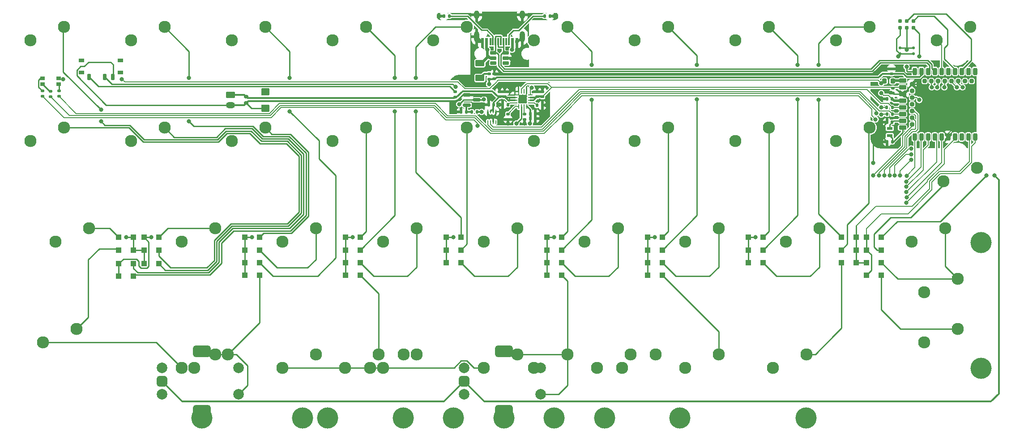
<source format=gbr>
%TF.GenerationSoftware,KiCad,Pcbnew,8.0.8*%
%TF.CreationDate,2025-05-03T23:17:49+02:00*%
%TF.ProjectId,pandemonium BLE e7 cutout,70616e64-656d-46f6-9e69-756d20424c45,rev?*%
%TF.SameCoordinates,Original*%
%TF.FileFunction,Copper,L2,Bot*%
%TF.FilePolarity,Positive*%
%FSLAX46Y46*%
G04 Gerber Fmt 4.6, Leading zero omitted, Abs format (unit mm)*
G04 Created by KiCad (PCBNEW 8.0.8) date 2025-05-03 23:17:49*
%MOMM*%
%LPD*%
G01*
G04 APERTURE LIST*
G04 Aperture macros list*
%AMRoundRect*
0 Rectangle with rounded corners*
0 $1 Rounding radius*
0 $2 $3 $4 $5 $6 $7 $8 $9 X,Y pos of 4 corners*
0 Add a 4 corners polygon primitive as box body*
4,1,4,$2,$3,$4,$5,$6,$7,$8,$9,$2,$3,0*
0 Add four circle primitives for the rounded corners*
1,1,$1+$1,$2,$3*
1,1,$1+$1,$4,$5*
1,1,$1+$1,$6,$7*
1,1,$1+$1,$8,$9*
0 Add four rect primitives between the rounded corners*
20,1,$1+$1,$2,$3,$4,$5,0*
20,1,$1+$1,$4,$5,$6,$7,0*
20,1,$1+$1,$6,$7,$8,$9,0*
20,1,$1+$1,$8,$9,$2,$3,0*%
G04 Aperture macros list end*
%TA.AperFunction,ComponentPad*%
%ADD10C,2.300000*%
%TD*%
%TA.AperFunction,ComponentPad*%
%ADD11C,4.000000*%
%TD*%
%TA.AperFunction,ComponentPad*%
%ADD12C,2.000000*%
%TD*%
%TA.AperFunction,ComponentPad*%
%ADD13RoundRect,0.500000X-0.500000X-0.500000X0.500000X-0.500000X0.500000X0.500000X-0.500000X0.500000X0*%
%TD*%
%TA.AperFunction,ComponentPad*%
%ADD14RoundRect,0.550000X-1.150000X-0.550000X1.150000X-0.550000X1.150000X0.550000X-1.150000X0.550000X0*%
%TD*%
%TA.AperFunction,SMDPad,CuDef*%
%ADD15RoundRect,0.250000X0.300000X0.300000X-0.300000X0.300000X-0.300000X-0.300000X0.300000X-0.300000X0*%
%TD*%
%TA.AperFunction,SMDPad,CuDef*%
%ADD16RoundRect,0.140000X0.170000X-0.140000X0.170000X0.140000X-0.170000X0.140000X-0.170000X-0.140000X0*%
%TD*%
%TA.AperFunction,SMDPad,CuDef*%
%ADD17RoundRect,0.137500X0.137500X0.147500X-0.137500X0.147500X-0.137500X-0.147500X0.137500X-0.147500X0*%
%TD*%
%TA.AperFunction,SMDPad,CuDef*%
%ADD18RoundRect,0.135000X0.185000X-0.135000X0.185000X0.135000X-0.185000X0.135000X-0.185000X-0.135000X0*%
%TD*%
%TA.AperFunction,SMDPad,CuDef*%
%ADD19RoundRect,0.250000X-0.625000X0.375000X-0.625000X-0.375000X0.625000X-0.375000X0.625000X0.375000X0*%
%TD*%
%TA.AperFunction,SMDPad,CuDef*%
%ADD20RoundRect,0.135000X0.135000X0.185000X-0.135000X0.185000X-0.135000X-0.185000X0.135000X-0.185000X0*%
%TD*%
%TA.AperFunction,SMDPad,CuDef*%
%ADD21RoundRect,0.135000X-0.135000X-0.185000X0.135000X-0.185000X0.135000X0.185000X-0.135000X0.185000X0*%
%TD*%
%TA.AperFunction,SMDPad,CuDef*%
%ADD22RoundRect,0.135000X-0.185000X0.135000X-0.185000X-0.135000X0.185000X-0.135000X0.185000X0.135000X0*%
%TD*%
%TA.AperFunction,SMDPad,CuDef*%
%ADD23R,1.100000X0.600000*%
%TD*%
%TA.AperFunction,SMDPad,CuDef*%
%ADD24RoundRect,0.250000X-0.300000X-0.300000X0.300000X-0.300000X0.300000X0.300000X-0.300000X0.300000X0*%
%TD*%
%TA.AperFunction,SMDPad,CuDef*%
%ADD25RoundRect,0.140000X-0.170000X0.140000X-0.170000X-0.140000X0.170000X-0.140000X0.170000X0.140000X0*%
%TD*%
%TA.AperFunction,SMDPad,CuDef*%
%ADD26RoundRect,0.218750X0.218750X0.256250X-0.218750X0.256250X-0.218750X-0.256250X0.218750X-0.256250X0*%
%TD*%
%TA.AperFunction,ConnectorPad*%
%ADD27C,0.787400*%
%TD*%
%TA.AperFunction,SMDPad,CuDef*%
%ADD28RoundRect,0.140000X0.140000X0.170000X-0.140000X0.170000X-0.140000X-0.170000X0.140000X-0.170000X0*%
%TD*%
%TA.AperFunction,SMDPad,CuDef*%
%ADD29RoundRect,0.150000X-0.587500X-0.150000X0.587500X-0.150000X0.587500X0.150000X-0.587500X0.150000X0*%
%TD*%
%TA.AperFunction,ComponentPad*%
%ADD30RoundRect,0.250000X-0.625000X0.350000X-0.625000X-0.350000X0.625000X-0.350000X0.625000X0.350000X0*%
%TD*%
%TA.AperFunction,ComponentPad*%
%ADD31O,1.750000X1.200000*%
%TD*%
%TA.AperFunction,SMDPad,CuDef*%
%ADD32RoundRect,0.090000X-0.210000X-0.535000X0.210000X-0.535000X0.210000X0.535000X-0.210000X0.535000X0*%
%TD*%
%TA.AperFunction,SMDPad,CuDef*%
%ADD33RoundRect,0.105000X-0.445000X0.245000X-0.445000X-0.245000X0.445000X-0.245000X0.445000X0.245000X0*%
%TD*%
%TA.AperFunction,SMDPad,CuDef*%
%ADD34RoundRect,0.070000X-0.330000X0.280000X-0.330000X-0.280000X0.330000X-0.280000X0.330000X0.280000X0*%
%TD*%
%TA.AperFunction,SMDPad,CuDef*%
%ADD35RoundRect,0.150000X-0.275000X0.150000X-0.275000X-0.150000X0.275000X-0.150000X0.275000X0.150000X0*%
%TD*%
%TA.AperFunction,SMDPad,CuDef*%
%ADD36RoundRect,0.175000X-0.225000X0.175000X-0.225000X-0.175000X0.225000X-0.175000X0.225000X0.175000X0*%
%TD*%
%TA.AperFunction,ComponentPad*%
%ADD37C,0.600000*%
%TD*%
%TA.AperFunction,SMDPad,CuDef*%
%ADD38RoundRect,0.300000X-0.500000X0.400000X-0.500000X-0.400000X0.500000X-0.400000X0.500000X0.400000X0*%
%TD*%
%TA.AperFunction,SMDPad,CuDef*%
%ADD39R,0.600000X1.450000*%
%TD*%
%TA.AperFunction,SMDPad,CuDef*%
%ADD40R,0.300000X1.450000*%
%TD*%
%TA.AperFunction,ComponentPad*%
%ADD41O,1.000000X1.600000*%
%TD*%
%TA.AperFunction,ComponentPad*%
%ADD42O,1.000000X2.100000*%
%TD*%
%TA.AperFunction,SMDPad,CuDef*%
%ADD43RoundRect,0.150000X0.475000X0.150000X-0.475000X0.150000X-0.475000X-0.150000X0.475000X-0.150000X0*%
%TD*%
%TA.AperFunction,SMDPad,CuDef*%
%ADD44RoundRect,0.140000X-0.140000X-0.170000X0.140000X-0.170000X0.140000X0.170000X-0.140000X0.170000X0*%
%TD*%
%TA.AperFunction,SMDPad,CuDef*%
%ADD45RoundRect,0.062500X-0.062500X0.287500X-0.062500X-0.287500X0.062500X-0.287500X0.062500X0.287500X0*%
%TD*%
%TA.AperFunction,HeatsinkPad*%
%ADD46R,1.600000X0.800000*%
%TD*%
%TA.AperFunction,SMDPad,CuDef*%
%ADD47RoundRect,0.062500X-0.375000X-0.062500X0.375000X-0.062500X0.375000X0.062500X-0.375000X0.062500X0*%
%TD*%
%TA.AperFunction,SMDPad,CuDef*%
%ADD48RoundRect,0.062500X-0.062500X-0.375000X0.062500X-0.375000X0.062500X0.375000X-0.062500X0.375000X0*%
%TD*%
%TA.AperFunction,HeatsinkPad*%
%ADD49R,1.600000X1.600000*%
%TD*%
%TA.AperFunction,SMDPad,CuDef*%
%ADD50RoundRect,0.200000X0.200000X-0.500000X0.200000X0.500000X-0.200000X0.500000X-0.200000X-0.500000X0*%
%TD*%
%TA.AperFunction,SMDPad,CuDef*%
%ADD51RoundRect,0.200000X-0.500000X-0.200000X0.500000X-0.200000X0.500000X0.200000X-0.500000X0.200000X0*%
%TD*%
%TA.AperFunction,SMDPad,CuDef*%
%ADD52RoundRect,0.200000X-0.200000X-0.200000X0.200000X-0.200000X0.200000X0.200000X-0.200000X0.200000X0*%
%TD*%
%TA.AperFunction,SMDPad,CuDef*%
%ADD53RoundRect,0.147500X-0.172500X0.147500X-0.172500X-0.147500X0.172500X-0.147500X0.172500X0.147500X0*%
%TD*%
%TA.AperFunction,ViaPad*%
%ADD54C,0.800000*%
%TD*%
%TA.AperFunction,Conductor*%
%ADD55C,0.200000*%
%TD*%
%TA.AperFunction,Conductor*%
%ADD56C,0.250000*%
%TD*%
%TA.AperFunction,Conductor*%
%ADD57C,0.380000*%
%TD*%
%TA.AperFunction,Conductor*%
%ADD58C,0.300000*%
%TD*%
%TA.AperFunction,Conductor*%
%ADD59C,0.381000*%
%TD*%
%TA.AperFunction,Conductor*%
%ADD60C,0.500000*%
%TD*%
G04 APERTURE END LIST*
D10*
%TO.P,MX42,1,1*%
%TO.N,ROW3*%
X144621250Y-92710000D03*
%TO.P,MX42,2,2*%
%TO.N,Net-(D40-K)*%
X150971250Y-90170000D03*
%TD*%
%TO.P,MX14,1,1*%
%TO.N,ROW3*%
X66040000Y-92710000D03*
%TO.P,MX14,2,2*%
%TO.N,r1*%
X72390000Y-90170000D03*
%TD*%
%TO.P,MX41,1,1*%
%TO.N,ROW2*%
X204152500Y-68897500D03*
%TO.P,MX41,2,2*%
%TO.N,Net-(D37-K)*%
X210502500Y-66357500D03*
%TD*%
%TO.P,MX5,1,1*%
%TO.N,ROW2*%
X42227500Y-68897500D03*
%TO.P,MX5,2,2*%
%TO.N,Net-(D5-K)*%
X48577500Y-66357500D03*
%TD*%
%TO.P,MX12,1,1*%
%TO.N,ROW2*%
X66040000Y-68897500D03*
%TO.P,MX12,2,2*%
%TO.N,Net-(D12-K)*%
X72390000Y-66357500D03*
%TD*%
D11*
%TO.P,S2,*%
%TO.N,*%
X127000000Y-102235000D03*
X88900000Y-102235000D03*
%TD*%
D12*
%TO.P,SW2,A,A*%
%TO.N,ROTARY_A*%
X119500000Y-92750000D03*
%TO.P,SW2,B,B*%
%TO.N,ROTARY_B*%
X119500000Y-97750000D03*
D13*
%TO.P,SW2,C,C*%
%TO.N,GND*%
X119500000Y-95250000D03*
D14*
%TO.P,SW2,MP*%
%TO.N,N/C*%
X127000000Y-89650000D03*
X127000000Y-100850000D03*
D12*
%TO.P,SW2,S1,S1*%
%TO.N,r2*%
X134000000Y-97750000D03*
%TO.P,SW2,S2,S2*%
%TO.N,ROW3*%
X134000000Y-92750000D03*
%TD*%
D10*
%TO.P,MX35,1,1*%
%TO.N,ROW3*%
X85090000Y-92710000D03*
%TO.P,MX35,2,2*%
%TO.N,Net-(D21-K)*%
X91440000Y-90170000D03*
%TD*%
%TO.P,MX43,1,1*%
%TO.N,ROW3*%
X149383750Y-92710000D03*
%TO.P,MX43,2,2*%
%TO.N,Net-(D40-K)*%
X155733750Y-90170000D03*
%TD*%
%TO.P,MX26,1,1*%
%TO.N,ROW2*%
X104140000Y-68897500D03*
%TO.P,MX26,2,2*%
%TO.N,Net-(D34-K)*%
X110490000Y-66357500D03*
%TD*%
%TO.P,MX16,1,1*%
%TO.N,ROW0*%
X170815000Y-30797500D03*
%TO.P,MX16,2,2*%
%TO.N,Net-(D16-K)*%
X177165000Y-28257500D03*
%TD*%
%TO.P,MX31,1,1*%
%TO.N,ROW1*%
X113665000Y-49847500D03*
%TO.P,MX31,2,2*%
%TO.N,Net-(D29-K)*%
X120015000Y-47307500D03*
%TD*%
%TO.P,MX29,1,1*%
%TO.N,ROW0*%
X113665000Y-30797500D03*
%TO.P,MX29,2,2*%
%TO.N,Net-(D23-K)*%
X120015000Y-28257500D03*
%TD*%
%TO.P,MX36,1,1*%
%TO.N,ROW3*%
X68421250Y-92710000D03*
%TO.P,MX36,2,2*%
%TO.N,r1*%
X74771250Y-90170000D03*
%TD*%
%TO.P,MX8,1,1*%
%TO.N,ROW0*%
X56515000Y-30797500D03*
%TO.P,MX8,2,2*%
%TO.N,Net-(D8-K)*%
X62865000Y-28257500D03*
%TD*%
%TO.P,MX37,1,1*%
%TO.N,ROW3*%
X101758750Y-92710000D03*
%TO.P,MX37,2,2*%
%TO.N,Net-(D21-K)*%
X108108750Y-90170000D03*
%TD*%
D11*
%TO.P,S3,*%
%TO.N,*%
X184150000Y-102235000D03*
X146050000Y-102235000D03*
%TD*%
D10*
%TO.P,MX18,1,1*%
%TO.N,ROW1*%
X170815000Y-49847500D03*
%TO.P,MX18,2,2*%
%TO.N,Net-(D18-K)*%
X177165000Y-47307500D03*
%TD*%
%TO.P,MX24,1,1*%
%TO.N,ROW1*%
X94615000Y-49847500D03*
%TO.P,MX24,2,2*%
%TO.N,Net-(D28-K)*%
X100965000Y-47307500D03*
%TD*%
%TO.P,MX44,1,1*%
%TO.N,ROW3*%
X177958750Y-92710000D03*
%TO.P,MX44,2,2*%
%TO.N,Net-(D27-K)*%
X184308750Y-90170000D03*
%TD*%
%TO.P,MX19,1,1*%
%TO.N,ROW2*%
X85090000Y-68897500D03*
%TO.P,MX19,2,2*%
%TO.N,Net-(D19-K)*%
X91440000Y-66357500D03*
%TD*%
%TO.P,MX21,1,1*%
%TO.N,ROW3*%
X104140000Y-92710000D03*
%TO.P,MX21,2,2*%
%TO.N,Net-(D21-K)*%
X110490000Y-90170000D03*
%TD*%
%TO.P,MX15,1,1*%
%TO.N,ROW0*%
X75565000Y-30797500D03*
%TO.P,MX15,2,2*%
%TO.N,Net-(D15-K)*%
X81915000Y-28257500D03*
%TD*%
%TO.P,MX4,1,1*%
%TO.N,ROW1*%
X132715000Y-49847500D03*
%TO.P,MX4,2,2*%
%TO.N,Net-(D4-K)*%
X139065000Y-47307500D03*
%TD*%
D11*
%TO.P,S5,*%
%TO.N,*%
X217328750Y-69056250D03*
X217328750Y-92868750D03*
%TD*%
D10*
%TO.P,MX2,1,1*%
%TO.N,ROW0*%
X132715000Y-30797500D03*
%TO.P,MX2,2,2*%
%TO.N,Net-(D2-K)*%
X139065000Y-28257500D03*
%TD*%
%TO.P,MX11,1,1*%
%TO.N,ROW1*%
X151765000Y-49847500D03*
%TO.P,MX11,2,2*%
%TO.N,Net-(D11-K)*%
X158115000Y-47307500D03*
%TD*%
%TO.P,MX9,1,1*%
%TO.N,ROW0*%
X151765000Y-30797500D03*
%TO.P,MX9,2,2*%
%TO.N,Net-(D9-K)*%
X158115000Y-28257500D03*
%TD*%
%TO.P,MX38,1,1*%
%TO.N,ROW3*%
X96996250Y-92710000D03*
%TO.P,MX38,2,2*%
%TO.N,Net-(D21-K)*%
X103346250Y-90170000D03*
%TD*%
%TO.P,MX40,1,1*%
%TO.N,ROW2*%
X206533750Y-87947500D03*
%TO.P,MX40,2,2*%
%TO.N,Net-(D30-K)*%
X212883750Y-85407500D03*
%TD*%
D11*
%TO.P,S8,*%
%TO.N,*%
X184150000Y-102235000D03*
X88900000Y-102235000D03*
%TD*%
D12*
%TO.P,SW1,A,A*%
%TO.N,ROTARY_A*%
X62350000Y-92750000D03*
%TO.P,SW1,B,B*%
%TO.N,ROTARY_B*%
X62350000Y-97750000D03*
D13*
%TO.P,SW1,C,C*%
%TO.N,GND*%
X62350000Y-95250000D03*
D14*
%TO.P,SW1,MP*%
%TO.N,N/C*%
X69850000Y-89650000D03*
X69850000Y-100850000D03*
D12*
%TO.P,SW1,S1,S1*%
%TO.N,r1*%
X76850000Y-97750000D03*
%TO.P,SW1,S2,S2*%
%TO.N,ROW3*%
X76850000Y-92750000D03*
%TD*%
D10*
%TO.P,MX20,1,1*%
%TO.N,ROW2*%
X180340000Y-68897500D03*
%TO.P,MX20,2,2*%
%TO.N,Net-(D20-K)*%
X186690000Y-66357500D03*
%TD*%
%TO.P,MX3,1,1*%
%TO.N,ROW1*%
X37465000Y-49847500D03*
%TO.P,MX3,2,2*%
%TO.N,Net-(D3-K)*%
X43815000Y-47307500D03*
%TD*%
%TO.P,MX30,1,1*%
%TO.N,ROW0*%
X208915000Y-30797500D03*
%TO.P,MX30,2,2*%
%TO.N,Net-(D26-K)*%
X215265000Y-28257500D03*
%TD*%
%TO.P,MX39,1,1*%
%TO.N,ROW3*%
X123190000Y-92710000D03*
%TO.P,MX39,2,2*%
%TO.N,r2*%
X129540000Y-90170000D03*
%TD*%
D11*
%TO.P,S6,*%
%TO.N,*%
X117475000Y-102235000D03*
X93662500Y-102235000D03*
%TD*%
D10*
%TO.P,MX6,1,1*%
%TO.N,ROW2*%
X142240000Y-68897500D03*
%TO.P,MX6,2,2*%
%TO.N,Net-(D6-K)*%
X148590000Y-66357500D03*
%TD*%
D11*
%TO.P,S4,*%
%TO.N,*%
X107950000Y-102235000D03*
X69850000Y-102235000D03*
%TD*%
D10*
%TO.P,MX10,1,1*%
%TO.N,ROW1*%
X56515000Y-49847500D03*
%TO.P,MX10,2,2*%
%TO.N,Net-(D10-K)*%
X62865000Y-47307500D03*
%TD*%
%TO.P,MX17,1,1*%
%TO.N,ROW1*%
X75565000Y-49847500D03*
%TO.P,MX17,2,2*%
%TO.N,Net-(D17-K)*%
X81915000Y-47307500D03*
%TD*%
%TO.P,MX27,1,1*%
%TO.N,ROW2*%
X206533750Y-78422500D03*
%TO.P,MX27,2,2*%
%TO.N,Net-(D37-K)*%
X212883750Y-75882500D03*
%TD*%
D11*
%TO.P,S9,*%
%TO.N,*%
X184150000Y-102235000D03*
X69850000Y-102235000D03*
%TD*%
D10*
%TO.P,MX23,1,1*%
%TO.N,ROW0*%
X189865000Y-30797500D03*
%TO.P,MX23,2,2*%
%TO.N,Net-(D25-K)*%
X196215000Y-28257500D03*
%TD*%
%TO.P,MX1,1,1*%
%TO.N,ROW0*%
X37465000Y-30797500D03*
%TO.P,MX1,2,2*%
%TO.N,Net-(D1-K)*%
X43815000Y-28257500D03*
%TD*%
%TO.P,MX22,1,1*%
%TO.N,ROW0*%
X94615000Y-30797500D03*
%TO.P,MX22,2,2*%
%TO.N,Net-(D22-K)*%
X100965000Y-28257500D03*
%TD*%
%TO.P,MX25,1,1*%
%TO.N,ROW1*%
X189865000Y-49847500D03*
%TO.P,MX25,2,2*%
%TO.N,Net-(D31-K)*%
X196215000Y-47307500D03*
%TD*%
D11*
%TO.P,S7,*%
%TO.N,*%
X160337500Y-102235000D03*
X136525000Y-102235000D03*
%TD*%
D10*
%TO.P,MX28,1,1*%
%TO.N,ROW3*%
X161290000Y-92710000D03*
%TO.P,MX28,2,2*%
%TO.N,Net-(D40-K)*%
X167640000Y-90170000D03*
%TD*%
%TO.P,MX32,1,1*%
%TO.N,ROW1*%
X216535000Y-54927500D03*
%TO.P,MX32,2,2*%
%TO.N,Net-(D32-K)*%
X210185000Y-57467500D03*
%TD*%
%TO.P,MX7,1,1*%
%TO.N,ROW3*%
X39846250Y-87947500D03*
%TO.P,MX7,2,2*%
%TO.N,Net-(D7-K)*%
X46196250Y-85407500D03*
%TD*%
%TO.P,MX33,1,1*%
%TO.N,ROW2*%
X123190000Y-68897500D03*
%TO.P,MX33,2,2*%
%TO.N,Net-(D35-K)*%
X129540000Y-66357500D03*
%TD*%
%TO.P,MX34,1,1*%
%TO.N,ROW3*%
X132715000Y-92710000D03*
%TO.P,MX34,2,2*%
%TO.N,r2*%
X139065000Y-90170000D03*
%TD*%
%TO.P,MX13,1,1*%
%TO.N,ROW2*%
X161290000Y-68897500D03*
%TO.P,MX13,2,2*%
%TO.N,Net-(D13-K)*%
X167640000Y-66357500D03*
%TD*%
D15*
%TO.P,D6,1,K*%
%TO.N,Net-(D6-K)*%
X137925000Y-72825000D03*
%TO.P,D6,2,A*%
%TO.N,COL5*%
X135125000Y-72825000D03*
%TD*%
D16*
%TO.P,C19,1*%
%TO.N,+BATT*%
X127166250Y-41466938D03*
%TO.P,C19,2*%
%TO.N,GND*%
X127166250Y-40506938D03*
%TD*%
D17*
%TO.P,SW3,1,1*%
%TO.N,RST*%
X204475000Y-32191250D03*
X201925000Y-32191250D03*
%TO.P,SW3,2,2*%
%TO.N,GND*%
X204475000Y-33351250D03*
X201925000Y-33351250D03*
%TD*%
D18*
%TO.P,R4,1*%
%TO.N,+BATT*%
X117795858Y-41552413D03*
%TO.P,R4,2*%
%TO.N,Net-(SW4-A)*%
X117795858Y-40532413D03*
%TD*%
D19*
%TO.P,F2,1*%
%TO.N,VBUS*%
X122494773Y-35112500D03*
%TO.P,F2,2*%
%TO.N,Net-(F2-Pad2)*%
X122494773Y-37912500D03*
%TD*%
D15*
%TO.P,D17,1,K*%
%TO.N,Net-(D17-K)*%
X80775000Y-68062500D03*
%TO.P,D17,2,A*%
%TO.N,COL2*%
X77975000Y-68062500D03*
%TD*%
D20*
%TO.P,R2,1*%
%TO.N,Net-(Q1-G)*%
X119893358Y-44298996D03*
%TO.P,R2,2*%
%TO.N,GND*%
X118873358Y-44298996D03*
%TD*%
D21*
%TO.P,R8,1*%
%TO.N,VDD*%
X199467347Y-43489114D03*
%TO.P,R8,2*%
%TO.N,SCL*%
X200487347Y-43489114D03*
%TD*%
D15*
%TO.P,D35,1,K*%
%TO.N,Net-(D35-K)*%
X118875000Y-72825000D03*
%TO.P,D35,2,A*%
%TO.N,COL4*%
X116075000Y-72825000D03*
%TD*%
%TO.P,D9,1,K*%
%TO.N,Net-(D9-K)*%
X156975000Y-70443750D03*
%TO.P,D9,2,A*%
%TO.N,COL6*%
X154175000Y-70443750D03*
%TD*%
%TO.P,D24,1,K*%
%TO.N,r2*%
X137925000Y-75206250D03*
%TO.P,D24,2,A*%
%TO.N,COL5*%
X135125000Y-75206250D03*
%TD*%
D22*
%TO.P,R16,1*%
%TO.N,Net-(U7-ISET)*%
X127793750Y-44704201D03*
%TO.P,R16,2*%
%TO.N,GND*%
X127793750Y-45724201D03*
%TD*%
D23*
%TO.P,Y1,1,1*%
%TO.N,Net-(U1-P0.01{slash}XL2)*%
X200025000Y-47425000D03*
%TO.P,Y1,2,2*%
%TO.N,Net-(U1-P0.00{slash}XL1)*%
X200025000Y-48825000D03*
%TD*%
D24*
%TO.P,D31,1,K*%
%TO.N,Net-(D31-K)*%
X190881250Y-70443750D03*
%TO.P,D31,2,A*%
%TO.N,COL8*%
X193681250Y-70443750D03*
%TD*%
D15*
%TO.P,D13,1,K*%
%TO.N,Net-(D13-K)*%
X156975000Y-72825000D03*
%TO.P,D13,2,A*%
%TO.N,COL6*%
X154175000Y-72825000D03*
%TD*%
D22*
%TO.P,R12,1*%
%TO.N,Net-(LED1-RK)*%
X39740282Y-40365000D03*
%TO.P,R12,2*%
%TO.N,~{CHG}*%
X39740282Y-41385000D03*
%TD*%
D20*
%TO.P,R3,1*%
%TO.N,+5V*%
X121956821Y-44314538D03*
%TO.P,R3,2*%
%TO.N,Net-(Q1-G)*%
X120936821Y-44314538D03*
%TD*%
D15*
%TO.P,D18,1,K*%
%TO.N,Net-(D18-K)*%
X176025000Y-68062500D03*
%TO.P,D18,2,A*%
%TO.N,COL7*%
X173225000Y-68062500D03*
%TD*%
%TO.P,D12,1,K*%
%TO.N,Net-(D12-K)*%
X61725000Y-68062500D03*
%TO.P,D12,2,A*%
%TO.N,COL1*%
X58925000Y-68062500D03*
%TD*%
D16*
%TO.P,C18,1*%
%TO.N,+BATT*%
X126206250Y-41466938D03*
%TO.P,C18,2*%
%TO.N,GND*%
X126206250Y-40506938D03*
%TD*%
D15*
%TO.P,D20,1,K*%
%TO.N,Net-(D20-K)*%
X176025000Y-72825000D03*
%TO.P,D20,2,A*%
%TO.N,COL7*%
X173225000Y-72825000D03*
%TD*%
D22*
%TO.P,R10,1*%
%TO.N,Net-(LED1-BK)*%
X42862500Y-40365000D03*
%TO.P,R10,2*%
%TO.N,LED_B*%
X42862500Y-41385000D03*
%TD*%
D15*
%TO.P,D37,1,K*%
%TO.N,Net-(D37-K)*%
X198443750Y-72825000D03*
%TO.P,D37,2,A*%
%TO.N,COL8*%
X195643750Y-72825000D03*
%TD*%
%TO.P,D32,1,K*%
%TO.N,Net-(D32-K)*%
X198443750Y-70443750D03*
%TO.P,D32,2,A*%
%TO.N,COL9*%
X195643750Y-70443750D03*
%TD*%
D25*
%TO.P,C8,1*%
%TO.N,+VSW*%
X200597327Y-39825736D03*
%TO.P,C8,2*%
%TO.N,GND*%
X200597327Y-40785736D03*
%TD*%
D26*
%TO.P,L1,1*%
%TO.N,DCCH*%
X200587507Y-38500629D03*
%TO.P,L1,2*%
%TO.N,VDD*%
X199012507Y-38500629D03*
%TD*%
D15*
%TO.P,D29,1,K*%
%TO.N,Net-(D29-K)*%
X118875000Y-70443750D03*
%TO.P,D29,2,A*%
%TO.N,COL4*%
X116075000Y-70443750D03*
%TD*%
%TO.P,D2,1,K*%
%TO.N,Net-(D2-K)*%
X137925000Y-70443750D03*
%TO.P,D2,2,A*%
%TO.N,COL5*%
X135125000Y-70443750D03*
%TD*%
D27*
%TO.P,J1,1,VCC*%
%TO.N,VDD*%
X204470000Y-28416250D03*
%TO.P,J1,2,SWDIO*%
%TO.N,SWDIO*%
X204470000Y-27146250D03*
%TO.P,J1,3,~{RST}*%
%TO.N,RST*%
X203200000Y-28416250D03*
%TO.P,J1,4,SWCLK*%
%TO.N,SWDCLK*%
X203200000Y-27146250D03*
%TO.P,J1,5,GND*%
%TO.N,GND*%
X201930000Y-28416250D03*
%TO.P,J1,6,SWO*%
%TO.N,unconnected-(J1-SWO-Pad6)*%
X201930000Y-27146250D03*
%TD*%
D28*
%TO.P,C9,1*%
%TO.N,Net-(U1-P0.00{slash}XL1)*%
X200503785Y-49979298D03*
%TO.P,C9,2*%
%TO.N,GND*%
X199543785Y-49979298D03*
%TD*%
D29*
%TO.P,Q1,1,G*%
%TO.N,Net-(Q1-G)*%
X120033358Y-43018750D03*
%TO.P,Q1,2,S*%
%TO.N,GND*%
X120033358Y-41118750D03*
%TO.P,Q1,3,D*%
%TO.N,SYSOFF*%
X121908358Y-42068750D03*
%TD*%
D15*
%TO.P,D15,1,K*%
%TO.N,Net-(D15-K)*%
X80775000Y-72825000D03*
%TO.P,D15,2,A*%
%TO.N,COL2*%
X77975000Y-72825000D03*
%TD*%
%TO.P,D28,1,K*%
%TO.N,Net-(D28-K)*%
X99825000Y-68062500D03*
%TO.P,D28,2,A*%
%TO.N,COL3*%
X97025000Y-68062500D03*
%TD*%
%TO.P,D34,1,K*%
%TO.N,Net-(D34-K)*%
X99825000Y-72825000D03*
%TO.P,D34,2,A*%
%TO.N,COL3*%
X97025000Y-72825000D03*
%TD*%
%TO.P,D16,1,K*%
%TO.N,Net-(D16-K)*%
X176025000Y-70443750D03*
%TO.P,D16,2,A*%
%TO.N,COL7*%
X173225000Y-70443750D03*
%TD*%
D21*
%TO.P,R1,1*%
%TO.N,VDD*%
X199495793Y-44762106D03*
%TO.P,R1,2*%
%TO.N,SDA*%
X200515793Y-44762106D03*
%TD*%
D20*
%TO.P,R13,1*%
%TO.N,Net-(U7-TS)*%
X127783953Y-42987500D03*
%TO.P,R13,2*%
%TO.N,GND*%
X126763953Y-42987500D03*
%TD*%
D15*
%TO.P,D40,1,K*%
%TO.N,Net-(D40-K)*%
X156975000Y-75206250D03*
%TO.P,D40,2,A*%
%TO.N,COL6*%
X154175000Y-75206250D03*
%TD*%
%TO.P,D23,1,K*%
%TO.N,Net-(D23-K)*%
X118875000Y-68062500D03*
%TO.P,D23,2,A*%
%TO.N,COL4*%
X116075000Y-68062500D03*
%TD*%
D30*
%TO.P,J4,1,Pin_1*%
%TO.N,+BATT*%
X75337500Y-41068750D03*
D31*
%TO.P,J4,2,Pin_2*%
%TO.N,GND*%
X75337500Y-43068750D03*
%TD*%
D15*
%TO.P,D4,1,K*%
%TO.N,Net-(D4-K)*%
X137925000Y-68062500D03*
%TO.P,D4,2,A*%
%TO.N,COL5*%
X135125000Y-68062500D03*
%TD*%
D32*
%TO.P,SW4,1,A*%
%TO.N,Net-(SW4-A)*%
X48550000Y-37718750D03*
%TO.P,SW4,2,B*%
%TO.N,SYSOFF*%
X51550000Y-37718750D03*
%TO.P,SW4,3,C*%
%TO.N,GND*%
X53050000Y-37718750D03*
D33*
%TO.P,SW4,MP*%
%TO.N,N/C*%
X54500000Y-36868750D03*
X54500000Y-34568750D03*
X47100000Y-36868750D03*
X47100000Y-34568750D03*
%TD*%
D16*
%TO.P,C7,1*%
%TO.N,+5V*%
X200343919Y-37116037D03*
%TO.P,C7,2*%
%TO.N,GND*%
X200343919Y-36156037D03*
%TD*%
D20*
%TO.P,R7,1*%
%TO.N,/CC1*%
X116681250Y-26193750D03*
%TO.P,R7,2*%
%TO.N,GND*%
X115661250Y-26193750D03*
%TD*%
D34*
%TO.P,LED1,1,A*%
%TO.N,VDD*%
X42825000Y-37943750D03*
%TO.P,LED1,2,BK*%
%TO.N,Net-(LED1-BK)*%
X42825000Y-39043750D03*
%TO.P,LED1,3,GK*%
%TO.N,Net-(LED1-GK)*%
X39725000Y-39043750D03*
%TO.P,LED1,4,RK*%
%TO.N,Net-(LED1-RK)*%
X39725000Y-37943750D03*
%TD*%
D21*
%TO.P,R15,1*%
%TO.N,/ILIM*%
X133280000Y-43087500D03*
%TO.P,R15,2*%
%TO.N,GND*%
X134300000Y-43087500D03*
%TD*%
D16*
%TO.P,C16,1*%
%TO.N,+VSW*%
X133306250Y-41466297D03*
%TO.P,C16,2*%
%TO.N,GND*%
X133306250Y-40506297D03*
%TD*%
D15*
%TO.P,D11,1,K*%
%TO.N,Net-(D11-K)*%
X156975000Y-68062500D03*
%TO.P,D11,2,A*%
%TO.N,COL6*%
X154175000Y-68062500D03*
%TD*%
D35*
%TO.P,J3,1,Pin_1*%
%TO.N,+BATT*%
X78293750Y-41468750D03*
%TO.P,J3,2,Pin_2*%
%TO.N,GND*%
X78293750Y-42668750D03*
D36*
%TO.P,J3,MP,MountPin*%
X82068750Y-40318750D03*
D37*
X81418750Y-40418750D03*
D38*
X81918750Y-40518750D03*
D37*
X82418750Y-40918750D03*
X81918750Y-40918750D03*
X81418750Y-40918750D03*
X82418750Y-43218750D03*
X81918750Y-43218750D03*
X81418750Y-43218750D03*
D38*
X81918750Y-43618750D03*
D37*
X81418750Y-43718750D03*
D36*
X82068750Y-43818750D03*
%TD*%
D15*
%TO.P,D3,1,K*%
%TO.N,Net-(D3-K)*%
X61725000Y-70443750D03*
%TO.P,D3,2,A*%
%TO.N,COL0*%
X58925000Y-70443750D03*
%TD*%
D24*
%TO.P,D25,1,K*%
%TO.N,Net-(D25-K)*%
X190881250Y-68062500D03*
%TO.P,D25,2,A*%
%TO.N,COL8*%
X193681250Y-68062500D03*
%TD*%
D16*
%TO.P,C12,1*%
%TO.N,+5V*%
X125212500Y-38095000D03*
%TO.P,C12,2*%
%TO.N,GND*%
X125212500Y-37135000D03*
%TD*%
D22*
%TO.P,R14,1*%
%TO.N,/TMR*%
X130952264Y-44711960D03*
%TO.P,R14,2*%
%TO.N,GND*%
X130952264Y-45731960D03*
%TD*%
%TO.P,R11,1*%
%TO.N,Net-(LED1-GK)*%
X41275000Y-40409775D03*
%TO.P,R11,2*%
%TO.N,LED_G*%
X41275000Y-41429775D03*
%TD*%
D15*
%TO.P,D19,1,K*%
%TO.N,Net-(D19-K)*%
X80775000Y-70443750D03*
%TO.P,D19,2,A*%
%TO.N,COL2*%
X77975000Y-70443750D03*
%TD*%
%TO.P,D14,1,K*%
%TO.N,r1*%
X80775000Y-75206250D03*
%TO.P,D14,2,A*%
%TO.N,COL2*%
X77975000Y-75206250D03*
%TD*%
%TO.P,D22,1,K*%
%TO.N,Net-(D22-K)*%
X99825000Y-70443750D03*
%TO.P,D22,2,A*%
%TO.N,COL3*%
X97025000Y-70443750D03*
%TD*%
D28*
%TO.P,C17,1*%
%TO.N,+BATT*%
X125123750Y-42987500D03*
%TO.P,C17,2*%
%TO.N,GND*%
X124163750Y-42987500D03*
%TD*%
D15*
%TO.P,D1,1,K*%
%TO.N,Net-(D1-K)*%
X61725000Y-73025000D03*
%TO.P,D1,2,A*%
%TO.N,COL0*%
X58925000Y-73025000D03*
%TD*%
%TO.P,D10,1,K*%
%TO.N,Net-(D10-K)*%
X56962500Y-73025000D03*
%TO.P,D10,2,A*%
%TO.N,COL1*%
X54162500Y-73025000D03*
%TD*%
D39*
%TO.P,J2,A1,GND*%
%TO.N,GND*%
X122956250Y-31032500D03*
%TO.P,J2,A4,VBUS*%
%TO.N,VBUS*%
X123756250Y-31032500D03*
D40*
%TO.P,J2,A5,CC1*%
%TO.N,/CC1*%
X124956250Y-31032500D03*
%TO.P,J2,A6,D+*%
%TO.N,D+*%
X125956250Y-31032500D03*
%TO.P,J2,A7,D-*%
%TO.N,D-*%
X126456250Y-31032500D03*
%TO.P,J2,A8,SBU1*%
%TO.N,unconnected-(J2-SBU1-PadA8)*%
X127456250Y-31032500D03*
D39*
%TO.P,J2,A9,VBUS*%
%TO.N,VBUS*%
X128656250Y-31032500D03*
%TO.P,J2,A12,GND*%
%TO.N,GND*%
X129456250Y-31032500D03*
%TO.P,J2,B1,GND*%
X129456250Y-31032500D03*
%TO.P,J2,B4,VBUS*%
%TO.N,VBUS*%
X128656250Y-31032500D03*
D40*
%TO.P,J2,B5,CC2*%
%TO.N,/CC2*%
X127956250Y-31032500D03*
%TO.P,J2,B6,D+*%
%TO.N,D+*%
X126956250Y-31032500D03*
%TO.P,J2,B7,D-*%
%TO.N,D-*%
X125456250Y-31032500D03*
%TO.P,J2,B8,SBU2*%
%TO.N,unconnected-(J2-SBU2-PadB8)*%
X124456250Y-31032500D03*
D39*
%TO.P,J2,B9,VBUS*%
%TO.N,VBUS*%
X123756250Y-31032500D03*
%TO.P,J2,B12,GND*%
%TO.N,GND*%
X122956250Y-31032500D03*
D41*
%TO.P,J2,S1,SHIELD*%
X121886250Y-25937500D03*
D42*
X121886250Y-30117500D03*
D41*
X130526250Y-25937500D03*
D42*
X130526250Y-30117500D03*
%TD*%
D43*
%TO.P,U2,1,IO1*%
%TO.N,D+*%
X127381250Y-33181250D03*
%TO.P,U2,2,VN*%
%TO.N,GND*%
X127381250Y-34131250D03*
%TO.P,U2,3,IO2*%
%TO.N,unconnected-(U2-IO2-Pad3)*%
X127381250Y-35081250D03*
%TO.P,U2,4,IO3*%
%TO.N,unconnected-(U2-IO3-Pad4)*%
X125031250Y-35081250D03*
%TO.P,U2,5,VP*%
%TO.N,VBUS*%
X125031250Y-34131250D03*
%TO.P,U2,6,IO4*%
%TO.N,D-*%
X125031250Y-33181250D03*
%TD*%
D44*
%TO.P,C14,1*%
%TO.N,+5V*%
X132019158Y-44646880D03*
%TO.P,C14,2*%
%TO.N,GND*%
X132979158Y-44646880D03*
%TD*%
D24*
%TO.P,D7,1,K*%
%TO.N,Net-(D7-K)*%
X54162500Y-70443750D03*
%TO.P,D7,2,A*%
%TO.N,COL0*%
X56962500Y-70443750D03*
%TD*%
D21*
%TO.P,R9,1*%
%TO.N,/CC2*%
X134711250Y-26193750D03*
%TO.P,R9,2*%
%TO.N,GND*%
X135731250Y-26193750D03*
%TD*%
D24*
%TO.P,D5,1,K*%
%TO.N,Net-(D5-K)*%
X54162500Y-68062500D03*
%TO.P,D5,2,A*%
%TO.N,COL0*%
X56962500Y-68062500D03*
%TD*%
%TO.P,D27,1,K*%
%TO.N,Net-(D27-K)*%
X190881250Y-72825000D03*
%TO.P,D27,2,A*%
%TO.N,COL8*%
X193681250Y-72825000D03*
%TD*%
D15*
%TO.P,D21,1,K*%
%TO.N,Net-(D21-K)*%
X99825000Y-75206250D03*
%TO.P,D21,2,A*%
%TO.N,COL3*%
X97025000Y-75206250D03*
%TD*%
D45*
%TO.P,U6,1,CTG*%
%TO.N,GND*%
X123978475Y-44243750D03*
%TO.P,U6,2,CELL*%
%TO.N,+BATT*%
X124478475Y-44243750D03*
%TO.P,U6,3,VDD*%
X124978475Y-44243750D03*
%TO.P,U6,4,GND*%
%TO.N,GND*%
X125478475Y-44243750D03*
%TO.P,U6,5,~{ALRT}*%
%TO.N,ALERT*%
X125478475Y-46243750D03*
%TO.P,U6,6,QSTRT*%
%TO.N,GND*%
X124978475Y-46243750D03*
%TO.P,U6,7,SCL*%
%TO.N,SCL*%
X124478475Y-46243750D03*
%TO.P,U6,8,SDA*%
%TO.N,SDA*%
X123978475Y-46243750D03*
D46*
%TO.P,U6,9,GND*%
%TO.N,GND*%
X124728475Y-45243750D03*
%TD*%
D47*
%TO.P,U7,1,TS*%
%TO.N,Net-(U7-TS)*%
X129137500Y-42625000D03*
%TO.P,U7,2,BAT*%
%TO.N,+BATT*%
X129137500Y-42125000D03*
%TO.P,U7,3,BAT*%
X129137500Y-41625000D03*
%TO.P,U7,4,~{CE}*%
%TO.N,GND*%
X129137500Y-41125000D03*
D48*
%TO.P,U7,5,EN2*%
X129825000Y-40437500D03*
%TO.P,U7,6,EN1*%
%TO.N,+VSW*%
X130325000Y-40437500D03*
%TO.P,U7,7,~{PGOOD}*%
%TO.N,unconnected-(U7-~{PGOOD}-Pad7)*%
X130825000Y-40437500D03*
%TO.P,U7,8,VSS*%
%TO.N,GND*%
X131325000Y-40437500D03*
D47*
%TO.P,U7,9,~{CHG}*%
%TO.N,~{CHG}*%
X132012500Y-41125000D03*
%TO.P,U7,10,OUT*%
%TO.N,+VSW*%
X132012500Y-41625000D03*
%TO.P,U7,11,OUT*%
X132012500Y-42125000D03*
%TO.P,U7,12,ILIM*%
%TO.N,/ILIM*%
X132012500Y-42625000D03*
D48*
%TO.P,U7,13,IN*%
%TO.N,+5V*%
X131325000Y-43312500D03*
%TO.P,U7,14,TMR*%
%TO.N,/TMR*%
X130825000Y-43312500D03*
%TO.P,U7,15,SYSOFF*%
%TO.N,SYSOFF*%
X130325000Y-43312500D03*
%TO.P,U7,16,ISET*%
%TO.N,Net-(U7-ISET)*%
X129825000Y-43312500D03*
D49*
%TO.P,U7,17,VSS*%
%TO.N,GND*%
X130575000Y-41875000D03*
%TD*%
D15*
%TO.P,D8,1,K*%
%TO.N,Net-(D8-K)*%
X56962500Y-75406250D03*
%TO.P,D8,2,A*%
%TO.N,COL1*%
X54162500Y-75406250D03*
%TD*%
D50*
%TO.P,U1,1,P1.11*%
%TO.N,COL9*%
X216167500Y-49062500D03*
%TO.P,U1,2,P1.10*%
%TO.N,COL8*%
X214897500Y-49062500D03*
%TO.P,U1,3,P0.03/AIN1*%
%TO.N,unconnected-(U1-P0.03{slash}AIN1-Pad3)*%
X213627500Y-49062500D03*
%TO.P,U1,4,P0.28/AIN4*%
%TO.N,ROW2*%
X212357500Y-49062500D03*
%TO.P,U1,5,GND*%
%TO.N,GND*%
X211087500Y-49062500D03*
%TO.P,U1,6,P1.13*%
%TO.N,ROTARY_A*%
X209817500Y-49062500D03*
%TO.P,U1,7,P0.02/AIN0*%
%TO.N,ROW3*%
X208547500Y-49062500D03*
%TO.P,U1,8,P0.29/AIN5*%
%TO.N,ROTARY_B*%
X207277500Y-49062500D03*
%TO.P,U1,9,P0.31/AIN7*%
%TO.N,COL7*%
X206007500Y-49062500D03*
%TO.P,U1,10,P0.30/AIN6*%
%TO.N,COL6*%
X204737500Y-49062500D03*
D51*
%TO.P,U1,11,P0.00/XL1*%
%TO.N,Net-(U1-P0.00{slash}XL1)*%
X202437500Y-47302500D03*
D52*
%TO.P,U1,12,P0.26*%
%TO.N,COL0*%
X204237500Y-46672500D03*
D51*
%TO.P,U1,13,P0.01/XL2*%
%TO.N,Net-(U1-P0.01{slash}XL2)*%
X202437500Y-46032500D03*
D52*
%TO.P,U1,14,P0.06*%
%TO.N,COL1*%
X204237500Y-45402500D03*
D51*
%TO.P,U1,15,P0.05/AIN3*%
%TO.N,SDA*%
X202437500Y-44762500D03*
D52*
%TO.P,U1,16,P0.08*%
%TO.N,COL2*%
X204237500Y-44132500D03*
D51*
%TO.P,U1,17,P1.09*%
%TO.N,SCL*%
X202437500Y-43492500D03*
D52*
%TO.P,U1,18,P0.04/AIN2*%
%TO.N,unconnected-(U1-P0.04{slash}AIN2-Pad18)*%
X204237500Y-42862500D03*
D51*
%TO.P,U1,19,VDD*%
%TO.N,VDD*%
X202437500Y-42222500D03*
D52*
%TO.P,U1,20,P0.12*%
%TO.N,ROW1*%
X204237500Y-41592500D03*
D51*
%TO.P,U1,21,GND*%
%TO.N,GND*%
X202437500Y-40952500D03*
D52*
%TO.P,U1,22,P0.07*%
%TO.N,unconnected-(U1-P0.07-Pad22)*%
X204237500Y-40322500D03*
D51*
%TO.P,U1,23,VDDH*%
%TO.N,+VSW*%
X202437500Y-39682500D03*
D52*
%TO.P,U1,24,GND*%
%TO.N,GND*%
X204237500Y-39052500D03*
D51*
%TO.P,U1,25,DCCH*%
%TO.N,DCCH*%
X202437500Y-38412500D03*
D50*
%TO.P,U1,26,P0.18/~{RESET}*%
%TO.N,RST*%
X204737500Y-36662500D03*
%TO.P,U1,27,VBUS*%
%TO.N,+5V*%
X206007500Y-36662500D03*
D52*
%TO.P,U1,28,P0.15*%
%TO.N,unconnected-(U1-P0.15-Pad28)*%
X206642500Y-38462500D03*
D50*
%TO.P,U1,29,D-*%
%TO.N,D-*%
X207277500Y-36662500D03*
D52*
%TO.P,U1,30,P0.17*%
%TO.N,COL3*%
X207912500Y-38462500D03*
D50*
%TO.P,U1,31,D+*%
%TO.N,D+*%
X208547500Y-36662500D03*
D52*
%TO.P,U1,32,P0.20*%
%TO.N,COL4*%
X209182500Y-38462500D03*
D50*
%TO.P,U1,33,P0.13*%
%TO.N,ROW0*%
X209817500Y-36662500D03*
D52*
%TO.P,U1,34,P0.22*%
%TO.N,COL5*%
X210452500Y-38462500D03*
D50*
%TO.P,U1,35,P0.24*%
%TO.N,unconnected-(U1-P0.24-Pad35)*%
X211087500Y-36662500D03*
D52*
%TO.P,U1,36,P1.00*%
%TO.N,LED_G*%
X211722500Y-38462500D03*
D50*
%TO.P,U1,37,SWDIO*%
%TO.N,SWDIO*%
X212357500Y-36662500D03*
D52*
%TO.P,U1,38,P1.02*%
%TO.N,LED_B*%
X212992500Y-38462500D03*
D50*
%TO.P,U1,39,SWDCLK*%
%TO.N,SWDCLK*%
X213627500Y-36662500D03*
D52*
%TO.P,U1,40,P1.04*%
%TO.N,unconnected-(U1-P1.04-Pad40)*%
X214262500Y-38462500D03*
D50*
%TO.P,U1,41,P0.09/NFC1*%
%TO.N,unconnected-(U1-P0.09{slash}NFC1-Pad41)*%
X214897500Y-36662500D03*
D52*
%TO.P,U1,42,P1.06*%
%TO.N,unconnected-(U1-P1.06-Pad42)*%
X215532500Y-38462500D03*
D50*
%TO.P,U1,43,P0.10/NFC2*%
%TO.N,unconnected-(U1-P0.10{slash}NFC2-Pad43)*%
X216167500Y-36662500D03*
%TD*%
D15*
%TO.P,D26,1,K*%
%TO.N,Net-(D26-K)*%
X198443750Y-68062500D03*
%TO.P,D26,2,A*%
%TO.N,COL9*%
X195643750Y-68062500D03*
%TD*%
%TO.P,D30,1,K*%
%TO.N,Net-(D30-K)*%
X198443750Y-75206250D03*
%TO.P,D30,2,A*%
%TO.N,COL9*%
X195643750Y-75206250D03*
%TD*%
D16*
%TO.P,C15,1*%
%TO.N,+VSW*%
X134332884Y-41467201D03*
%TO.P,C15,2*%
%TO.N,GND*%
X134332884Y-40507201D03*
%TD*%
D44*
%TO.P,C13,1*%
%TO.N,+5V*%
X131994863Y-45589344D03*
%TO.P,C13,2*%
%TO.N,GND*%
X132954863Y-45589344D03*
%TD*%
D28*
%TO.P,C6,1*%
%TO.N,VDD*%
X200475453Y-41868750D03*
%TO.P,C6,2*%
%TO.N,GND*%
X199515453Y-41868750D03*
%TD*%
D53*
%TO.P,L2,1*%
%TO.N,Net-(F2-Pad2)*%
X124218750Y-37130000D03*
%TO.P,L2,2*%
%TO.N,+5V*%
X124218750Y-38100000D03*
%TD*%
D28*
%TO.P,C10,1*%
%TO.N,Net-(U1-P0.01{slash}XL2)*%
X200465671Y-46306958D03*
%TO.P,C10,2*%
%TO.N,GND*%
X199505671Y-46306958D03*
%TD*%
D54*
%TO.N,Net-(D1-K)*%
X50800000Y-46118750D03*
X50800000Y-43918750D03*
%TO.N,Net-(D2-K)*%
X143668750Y-42068750D03*
X143668750Y-35432202D03*
%TO.N,ROW2*%
X203193935Y-61493312D03*
%TO.N,Net-(D8-K)*%
X67468750Y-46118750D03*
X67468750Y-37918750D03*
%TO.N,Net-(D9-K)*%
X163512500Y-35432202D03*
X163512500Y-41990153D03*
%TO.N,Net-(D15-K)*%
X86518750Y-44217053D03*
X86518750Y-37918750D03*
%TO.N,Net-(D16-K)*%
X182562500Y-35432202D03*
X182562500Y-41990153D03*
%TO.N,Net-(D22-K)*%
X106362500Y-44217053D03*
X106362500Y-37918750D03*
%TO.N,Net-(D23-K)*%
X110331250Y-44217053D03*
X110331250Y-37918750D03*
%TO.N,Net-(D25-K)*%
X186531250Y-42068750D03*
X186531250Y-35432202D03*
%TO.N,Net-(D26-K)*%
X218281250Y-56356250D03*
%TO.N,COL0*%
X55562500Y-68062500D03*
X196896248Y-56356250D03*
%TO.N,COL2*%
X198988016Y-56356250D03*
X79375000Y-68062500D03*
%TO.N,COL4*%
X117475000Y-68062500D03*
X208962503Y-39687500D03*
X200987522Y-56356250D03*
X204087500Y-52379417D03*
%TO.N,COL1*%
X60325000Y-68062500D03*
X197988013Y-56356250D03*
%TO.N,COL3*%
X207962500Y-39687500D03*
X204087500Y-51248369D03*
X98425000Y-68062500D03*
X199988019Y-56356250D03*
%TO.N,ROTARY_A*%
X203200711Y-60493832D03*
%TO.N,ROTARY_B*%
X203193935Y-58494851D03*
%TO.N,GND*%
X124728475Y-45243750D03*
X213518750Y-42862500D03*
X114868897Y-26193750D03*
X130955481Y-46497500D03*
X134333712Y-39737228D03*
X117795858Y-44357500D03*
X201612500Y-33862500D03*
X126206250Y-25937500D03*
X199373894Y-40427787D03*
X133814767Y-44650475D03*
X199027165Y-48125693D03*
X136525000Y-26193750D03*
X211931250Y-47531250D03*
X205581250Y-38893750D03*
X198437500Y-41778750D03*
X127173982Y-39781046D03*
X206791936Y-45181446D03*
X201147698Y-47932353D03*
X134962500Y-43087500D03*
X213518750Y-45243750D03*
X123265975Y-42987500D03*
X206771999Y-42880443D03*
X133313006Y-39778468D03*
X127791140Y-46497500D03*
X219868750Y-56356250D03*
X126215137Y-39796511D03*
X201612500Y-36366037D03*
X126231250Y-42987500D03*
X196850000Y-53975000D03*
X125220232Y-36176155D03*
X128703278Y-35040778D03*
X130575000Y-41875000D03*
%TO.N,ROW1*%
X205581250Y-42068750D03*
%TO.N,ROW3*%
X203193912Y-59494353D03*
%TO.N,COL5*%
X210343750Y-39687500D03*
X204087500Y-53379369D03*
X136525000Y-68062500D03*
X201987025Y-56356250D03*
%TO.N,COL6*%
X203200000Y-56421071D03*
X155575000Y-68062500D03*
%TO.N,COL7*%
X203189072Y-57495361D03*
X174625000Y-68062500D03*
%TO.N,VBUS*%
X123870500Y-32543750D03*
X128587500Y-32543750D03*
%TO.N,VDD*%
X43656250Y-38100000D03*
X54768750Y-38100000D03*
X198437500Y-40778747D03*
X198437500Y-38893750D03*
X205581250Y-33862500D03*
X198437500Y-43442106D03*
X198437500Y-44842106D03*
%TO.N,+5V*%
X122828496Y-44319026D03*
X124213618Y-39064734D03*
X131955484Y-46497500D03*
%TO.N,RST*%
X203200000Y-35762500D03*
X203200000Y-32543750D03*
%TO.N,SYSOFF*%
X123265975Y-41987497D03*
X129381250Y-46497500D03*
X117886054Y-39597303D03*
X118593156Y-42867235D03*
%TO.N,LED_B*%
X197476417Y-44565837D03*
X213781256Y-39687500D03*
%TO.N,LED_G*%
X197349710Y-45734217D03*
X212725000Y-39687500D03*
%TO.N,~{CHG}*%
X122081496Y-46987254D03*
X132271073Y-39758179D03*
%TD*%
D55*
%TO.N,ROW0*%
X209817500Y-31700000D02*
X209817500Y-36662500D01*
X208915000Y-30797500D02*
X209817500Y-31700000D01*
D56*
%TO.N,Net-(D1-K)*%
X75555040Y-65914822D02*
X72681250Y-68788612D01*
X75555040Y-65914822D02*
X86260920Y-65914822D01*
X43656250Y-36775000D02*
X43656250Y-28416250D01*
X62968750Y-74268750D02*
X61725000Y-73025000D01*
X43656250Y-28416250D02*
X43815000Y-28257500D01*
X88687500Y-63488242D02*
X88687500Y-52496688D01*
X79171242Y-47922500D02*
X74472354Y-47922500D01*
X88687500Y-63488242D02*
X86260920Y-65914822D01*
X74472354Y-47922500D02*
X72838604Y-49556250D01*
X81112833Y-49864091D02*
X79171242Y-47922500D01*
X72681250Y-72592777D02*
X71005277Y-74268750D01*
X72838604Y-49556250D02*
X58946112Y-49556250D01*
X58946112Y-49556250D02*
X56247362Y-46857500D01*
X81112833Y-49864091D02*
X86054903Y-49864091D01*
X51538750Y-46857500D02*
X50800000Y-46118750D01*
X72681250Y-68788612D02*
X72681250Y-72592777D01*
X50800000Y-43918750D02*
X43656250Y-36775000D01*
X62968750Y-74268750D02*
X71005277Y-74268750D01*
X56247362Y-46857500D02*
X51538750Y-46857500D01*
X88687500Y-52496688D02*
X86054903Y-49864091D01*
%TO.N,Net-(D2-K)*%
X143668750Y-64700000D02*
X143668750Y-42068750D01*
X143668750Y-32861250D02*
X139065000Y-28257500D01*
X143668750Y-35432202D02*
X143668750Y-32861250D01*
X137925000Y-70443750D02*
X143668750Y-64700000D01*
D55*
%TO.N,ROW2*%
X212357500Y-49440224D02*
X212357500Y-49062500D01*
X207162500Y-57524747D02*
X207162500Y-57308018D01*
X203193935Y-61493312D02*
X207162500Y-57524747D01*
X210343750Y-54126768D02*
X210343750Y-51453975D01*
X207162500Y-57308018D02*
X210343750Y-54126768D01*
X210343750Y-51453975D02*
X212357500Y-49440224D01*
D56*
%TO.N,Net-(D3-K)*%
X74658750Y-48372500D02*
X73025000Y-50006250D01*
X70818881Y-73818750D02*
X72231250Y-72406381D01*
X88237500Y-63301846D02*
X88237500Y-52683084D01*
X63938850Y-73818750D02*
X70818881Y-73818750D01*
X85868507Y-50314091D02*
X80926437Y-50314091D01*
X56060966Y-47307500D02*
X43815000Y-47307500D01*
X75368644Y-65464822D02*
X86074524Y-65464822D01*
X88237500Y-52683084D02*
X85868507Y-50314091D01*
X61725000Y-70443750D02*
X61725000Y-71604900D01*
X78984846Y-48372500D02*
X74658750Y-48372500D01*
X72231250Y-72406381D02*
X72231250Y-68602216D01*
X61725000Y-71604900D02*
X63938850Y-73818750D01*
X80926437Y-50314091D02*
X78984846Y-48372500D01*
X86074524Y-65464822D02*
X88237500Y-63301846D01*
X72231250Y-68602216D02*
X75368644Y-65464822D01*
X58759716Y-50006250D02*
X56060966Y-47307500D01*
X73025000Y-50006250D02*
X58759716Y-50006250D01*
%TO.N,Net-(D4-K)*%
X139065000Y-47307500D02*
X139065000Y-66922500D01*
X139065000Y-66922500D02*
X137925000Y-68062500D01*
%TO.N,Net-(D5-K)*%
X54162500Y-68062500D02*
X52457500Y-66357500D01*
X52457500Y-66357500D02*
X48577500Y-66357500D01*
%TO.N,Net-(D6-K)*%
X146843750Y-75406250D02*
X148590000Y-73660000D01*
X137925000Y-72825000D02*
X138906400Y-73806400D01*
X148590000Y-73660000D02*
X148590000Y-66357500D01*
X138906400Y-73806400D02*
X138918600Y-73806400D01*
X138918600Y-73806400D02*
X140518450Y-75406250D01*
X140518450Y-75406250D02*
X146843750Y-75406250D01*
%TO.N,Net-(D7-K)*%
X50462500Y-70187500D02*
X48406400Y-72243600D01*
X54162500Y-70443750D02*
X53906250Y-70187500D01*
X48406400Y-72243600D02*
X48406400Y-83197350D01*
X48406400Y-83197350D02*
X46196250Y-85407500D01*
X53906250Y-70187500D02*
X50462500Y-70187500D01*
%TO.N,Net-(D8-K)*%
X73581250Y-72965569D02*
X73581250Y-69161404D01*
X86633712Y-66814822D02*
X89587500Y-63861034D01*
X56962500Y-75406250D02*
X57200000Y-75168750D01*
X79544034Y-47022500D02*
X68372500Y-47022500D01*
X75927832Y-66814822D02*
X86633712Y-66814822D01*
X68372500Y-47022500D02*
X67468750Y-46118750D01*
X89587500Y-63861034D02*
X89587500Y-52123896D01*
X57200000Y-75168750D02*
X71378069Y-75168750D01*
X67468750Y-37918750D02*
X67468750Y-32861250D01*
X67468750Y-32861250D02*
X62865000Y-28257500D01*
X73581250Y-69161404D02*
X75927832Y-66814822D01*
X86427695Y-48964091D02*
X81485625Y-48964091D01*
X89587500Y-52123896D02*
X86427695Y-48964091D01*
X71378069Y-75168750D02*
X73581250Y-72965569D01*
X81485625Y-48964091D02*
X79544034Y-47022500D01*
%TO.N,Net-(D9-K)*%
X163512500Y-33655000D02*
X158115000Y-28257500D01*
X163512500Y-35432202D02*
X163512500Y-33655000D01*
X163512500Y-63906250D02*
X163512500Y-41990153D01*
X156975000Y-70443750D02*
X163512500Y-63906250D01*
%TO.N,Net-(D10-K)*%
X64663750Y-49106250D02*
X62865000Y-47307500D01*
X73131250Y-68975008D02*
X75741436Y-66364822D01*
X71191673Y-74718750D02*
X73131250Y-72779173D01*
X89137500Y-52310292D02*
X86241299Y-49414091D01*
X56962500Y-73932316D02*
X57748934Y-74718750D01*
X56962500Y-73025000D02*
X56962500Y-73932316D01*
X86447316Y-66364822D02*
X89137500Y-63674638D01*
X89137500Y-63674638D02*
X89137500Y-52310292D01*
X86241299Y-49414091D02*
X81299229Y-49414091D01*
X79357638Y-47472500D02*
X74285958Y-47472500D01*
X81299229Y-49414091D02*
X79357638Y-47472500D01*
X72652208Y-49106250D02*
X64663750Y-49106250D01*
X73131250Y-72779173D02*
X73131250Y-68975008D01*
X57748934Y-74718750D02*
X71191673Y-74718750D01*
X74285958Y-47472500D02*
X72652208Y-49106250D01*
X75741436Y-66364822D02*
X86447316Y-66364822D01*
%TO.N,Net-(D11-K)*%
X158115000Y-47307500D02*
X158115000Y-66922500D01*
X158115000Y-66922500D02*
X156975000Y-68062500D01*
%TO.N,Net-(D12-K)*%
X63430000Y-66357500D02*
X72390000Y-66357500D01*
X61725000Y-68062500D02*
X63430000Y-66357500D01*
%TO.N,Net-(D13-K)*%
X165893750Y-75406250D02*
X159556250Y-75406250D01*
X167640000Y-66357500D02*
X167640000Y-73660000D01*
X159556250Y-75406250D02*
X156975000Y-72825000D01*
X167640000Y-73660000D02*
X165893750Y-75406250D01*
%TO.N,Net-(D15-K)*%
X86518750Y-44217053D02*
X92075000Y-49773302D01*
X92075000Y-53181250D02*
X92075000Y-49773302D01*
X81915000Y-28257500D02*
X86518750Y-32861250D01*
X86518750Y-37918750D02*
X86518750Y-32861250D01*
X95230000Y-71955267D02*
X95230000Y-56336250D01*
X95230000Y-56336250D02*
X92075000Y-53181250D01*
X80775000Y-72825000D02*
X83356250Y-75406250D01*
X83356250Y-75406250D02*
X91779018Y-75406250D01*
X91779018Y-75406250D02*
X95230000Y-71955267D01*
%TO.N,Net-(D16-K)*%
X176025000Y-70443750D02*
X182562500Y-63906250D01*
X182562500Y-63906250D02*
X182562500Y-41990153D01*
X182562500Y-35432202D02*
X182562500Y-33655000D01*
X182562500Y-33655000D02*
X177165000Y-28257500D01*
%TO.N,Net-(D17-K)*%
X86820108Y-67264822D02*
X81572678Y-67264822D01*
X86614091Y-48514091D02*
X90037500Y-51937500D01*
X83121591Y-48514091D02*
X86614091Y-48514091D01*
X81572678Y-67264822D02*
X80775000Y-68062500D01*
X90037500Y-64047430D02*
X86820108Y-67264822D01*
X90037500Y-51937500D02*
X90037500Y-64047430D01*
X81915000Y-47307500D02*
X83121591Y-48514091D01*
%TO.N,Net-(D18-K)*%
X177165000Y-47307500D02*
X177165000Y-66922500D01*
X177165000Y-66922500D02*
X176025000Y-68062500D01*
%TO.N,Net-(D19-K)*%
X84137650Y-73806400D02*
X89881231Y-73806400D01*
X89881231Y-73806400D02*
X91440000Y-72247631D01*
X91440000Y-72247631D02*
X91440000Y-66357500D01*
X80775000Y-70443750D02*
X84137650Y-73806400D01*
%TO.N,Net-(D20-K)*%
X184943750Y-75406250D02*
X186690000Y-73660000D01*
X186690000Y-73660000D02*
X186690000Y-66357500D01*
X178606250Y-75406250D02*
X184943750Y-75406250D01*
X176025000Y-72825000D02*
X178606250Y-75406250D01*
%TO.N,Net-(D21-K)*%
X103346250Y-78727500D02*
X99825000Y-75206250D01*
X103346250Y-90170000D02*
X103346250Y-78727500D01*
%TO.N,Net-(D22-K)*%
X106362500Y-44217053D02*
X106362500Y-63906250D01*
X100965000Y-28257500D02*
X106362500Y-33655000D01*
X106362500Y-63906250D02*
X99825000Y-70443750D01*
X106362500Y-37918750D02*
X106362500Y-33655000D01*
%TO.N,Net-(D23-K)*%
X110331250Y-55750000D02*
X118875000Y-64293750D01*
X110331250Y-37918750D02*
X110331250Y-32045284D01*
X118875000Y-68062500D02*
X118875000Y-64293750D01*
X114119034Y-28257500D02*
X120015000Y-28257500D01*
X110331250Y-32045284D02*
X114119034Y-28257500D01*
X110331250Y-55750000D02*
X110331250Y-44217053D01*
%TO.N,Net-(D25-K)*%
X186531250Y-31331198D02*
X189604948Y-28257500D01*
X186531250Y-63612500D02*
X190981250Y-68062500D01*
X186531250Y-42068750D02*
X186531250Y-63612500D01*
X189604948Y-28257500D02*
X196215000Y-28257500D01*
X186531250Y-35432202D02*
X186531250Y-31331198D01*
%TO.N,Net-(D26-K)*%
X201418750Y-65087500D02*
X198443750Y-68062500D01*
X218281250Y-56356250D02*
X209550000Y-65087500D01*
X209550000Y-65087500D02*
X201418750Y-65087500D01*
%TO.N,Net-(D27-K)*%
X185935095Y-90170000D02*
X184308750Y-90170000D01*
X190881250Y-72825000D02*
X190881250Y-85223844D01*
X189646297Y-86458797D02*
X185935095Y-90170000D01*
X189646297Y-86458797D02*
X190881250Y-85223844D01*
%TO.N,Net-(D28-K)*%
X100965000Y-66922500D02*
X99825000Y-68062500D01*
X100965000Y-47307500D02*
X100965000Y-66922500D01*
%TO.N,Net-(D29-K)*%
X120015000Y-47307500D02*
X120015000Y-69303750D01*
X120015000Y-69303750D02*
X118875000Y-70443750D01*
%TO.N,Net-(D30-K)*%
X202088750Y-85407500D02*
X198443750Y-81762500D01*
X198443750Y-81762500D02*
X198443750Y-75206250D01*
X212883750Y-85407500D02*
X202088750Y-85407500D01*
%TO.N,Net-(D31-K)*%
X196043900Y-47478600D02*
X196043900Y-61580800D01*
X191987500Y-65637200D02*
X191987500Y-69337500D01*
X191987500Y-69337500D02*
X190881250Y-70443750D01*
X196215000Y-47307500D02*
X196043900Y-47478600D01*
X196043900Y-61580800D02*
X191987500Y-65637200D01*
%TO.N,Net-(D32-K)*%
X197043750Y-67468750D02*
X197043750Y-69850000D01*
X197043750Y-69850000D02*
X197637500Y-70443750D01*
X203993750Y-64293750D02*
X200218750Y-64293750D01*
X200218750Y-64293750D02*
X197043750Y-67468750D01*
X210185000Y-57467500D02*
X210185000Y-58102500D01*
X210185000Y-58102500D02*
X203993750Y-64293750D01*
X197637500Y-70443750D02*
X198443750Y-70443750D01*
%TO.N,Net-(D34-K)*%
X110490000Y-66357500D02*
X110490000Y-73660000D01*
X110490000Y-73660000D02*
X108743750Y-75406250D01*
X102406250Y-75406250D02*
X99825000Y-72825000D01*
X108743750Y-75406250D02*
X102406250Y-75406250D01*
%TO.N,Net-(D35-K)*%
X127793750Y-75406250D02*
X121456250Y-75406250D01*
X121456250Y-75406250D02*
X118875000Y-72825000D01*
X129540000Y-73660000D02*
X127793750Y-75406250D01*
X129540000Y-66357500D02*
X129540000Y-73660000D01*
D55*
%TO.N,COL0*%
X204237500Y-46672500D02*
X204237500Y-47018481D01*
D56*
X56962500Y-68062500D02*
X56962500Y-70443750D01*
X58925000Y-70443750D02*
X58925000Y-73025000D01*
X56962500Y-68062500D02*
X55562500Y-68062500D01*
D55*
X202468189Y-50756219D02*
X196896248Y-56328160D01*
X204237500Y-47018481D02*
X202468189Y-48787792D01*
X196896248Y-56328160D02*
X196896248Y-56356250D01*
X202468189Y-48787792D02*
X202468189Y-50756219D01*
D56*
X56962500Y-70443750D02*
X58925000Y-70443750D01*
D55*
%TO.N,COL2*%
X204324852Y-48062500D02*
X203268189Y-49119163D01*
X203268189Y-49119163D02*
X203268189Y-51087590D01*
X204915686Y-48062500D02*
X204324852Y-48062500D01*
X205337500Y-47640686D02*
X204915686Y-48062500D01*
X198988016Y-55367763D02*
X198988016Y-56356250D01*
D56*
X77975000Y-75206250D02*
X77975000Y-68062500D01*
D55*
X204237500Y-44132500D02*
X204620000Y-44132500D01*
X203268189Y-51087590D02*
X198988016Y-55367763D01*
D56*
X77975000Y-68062500D02*
X79375000Y-68062500D01*
D55*
X204620000Y-44132500D02*
X205337500Y-44850000D01*
X205337500Y-44850000D02*
X205337500Y-47640686D01*
%TO.N,COL4*%
X200987522Y-54499628D02*
X200987522Y-56356250D01*
X209182500Y-39467503D02*
X208962503Y-39687500D01*
X209182500Y-38462500D02*
X209182500Y-39467503D01*
D56*
X116075000Y-72825000D02*
X116075000Y-68062500D01*
D55*
X203107733Y-52379417D02*
X200987522Y-54499628D01*
D56*
X116075000Y-68062500D02*
X117475000Y-68062500D01*
D55*
X204087500Y-52379417D02*
X203107733Y-52379417D01*
%TO.N,COL1*%
X202868189Y-50921905D02*
X197988013Y-55802081D01*
X204937500Y-46102500D02*
X204937500Y-47475000D01*
X202868189Y-48953477D02*
X202868189Y-50921905D01*
D56*
X55037500Y-72150000D02*
X57507600Y-72150000D01*
X59800000Y-68937500D02*
X58925000Y-68062500D01*
X59800000Y-73570100D02*
X59800000Y-68937500D01*
D55*
X204937500Y-47475000D02*
X204787500Y-47625000D01*
D56*
X57507600Y-72150000D02*
X57943750Y-72586150D01*
X58925000Y-68062500D02*
X60325000Y-68062500D01*
D55*
X204237500Y-45402500D02*
X204937500Y-46102500D01*
D56*
X59470100Y-73900000D02*
X59800000Y-73570100D01*
D55*
X197988013Y-55802081D02*
X197988013Y-56356250D01*
X204196666Y-47625000D02*
X202868189Y-48953477D01*
D56*
X58379900Y-73900000D02*
X59470100Y-73900000D01*
X57943750Y-73463850D02*
X58379900Y-73900000D01*
X57943750Y-72586150D02*
X57943750Y-73463850D01*
D55*
X204787500Y-47625000D02*
X204196666Y-47625000D01*
D56*
X54162500Y-73025000D02*
X55037500Y-72150000D01*
X54162500Y-73025000D02*
X54162500Y-75406250D01*
D55*
%TO.N,COL3*%
X203673095Y-51248369D02*
X199988019Y-54933445D01*
X207912500Y-38462500D02*
X207912500Y-39637500D01*
D56*
X97025000Y-68062500D02*
X98425000Y-68062500D01*
D55*
X204087500Y-51248369D02*
X203673095Y-51248369D01*
D56*
X97025000Y-75206250D02*
X97025000Y-68062500D01*
D55*
X199988019Y-54933445D02*
X199988019Y-56356250D01*
X207912500Y-39637500D02*
X207962500Y-39687500D01*
D56*
%TO.N,Net-(D37-K)*%
X212883750Y-75882500D02*
X201501250Y-75882500D01*
X201501250Y-75882500D02*
X198443750Y-72825000D01*
X210502500Y-73501250D02*
X210502500Y-66357500D01*
X212883750Y-75882500D02*
X210502500Y-73501250D01*
D55*
%TO.N,ROTARY_A*%
X209817500Y-53877044D02*
X209817500Y-49062500D01*
X203200711Y-60493832D02*
X209817500Y-53877044D01*
%TO.N,ROTARY_B*%
X206375000Y-55313786D02*
X203193935Y-58494851D01*
X207277500Y-50608820D02*
X206375000Y-51511321D01*
X206375000Y-51511321D02*
X206375000Y-55313786D01*
X207277500Y-49062500D02*
X207277500Y-50608820D01*
D57*
%TO.N,GND*%
X133811172Y-44646880D02*
X133814767Y-44650475D01*
D56*
X202437500Y-40952500D02*
X200764091Y-40952500D01*
D58*
X78293750Y-42668750D02*
X78695447Y-42267053D01*
D56*
X199027165Y-48125693D02*
X199027165Y-46785464D01*
X201256037Y-36156037D02*
X201612500Y-36512500D01*
D57*
X134300000Y-43087500D02*
X134962500Y-43087500D01*
D56*
X196850000Y-50302858D02*
X196850000Y-53975000D01*
D59*
X122801250Y-31032500D02*
X121886250Y-30117500D01*
D58*
X219868750Y-56356250D02*
X220662500Y-57150000D01*
D56*
X115661250Y-26193750D02*
X114868897Y-26193750D01*
X201402500Y-36156037D02*
X201612500Y-36366037D01*
D58*
X127793750Y-45724201D02*
X127793750Y-46494890D01*
X132954863Y-45589344D02*
X132954863Y-44671175D01*
D57*
X133306250Y-40506297D02*
X133306250Y-39785224D01*
X128006249Y-34131250D02*
X128703278Y-34828279D01*
X132979158Y-44646880D02*
X133811172Y-44646880D01*
D56*
X46948978Y-35718750D02*
X46225000Y-36442728D01*
D60*
X198527500Y-41868750D02*
X198437500Y-41778750D01*
X198793963Y-36156037D02*
X197945435Y-36156037D01*
D58*
X78695447Y-42267053D02*
X118143398Y-42267053D01*
D56*
X81518750Y-43818750D02*
X81418750Y-43718750D01*
X46225000Y-37493750D02*
X51800000Y-43068750D01*
D58*
X78293750Y-42668750D02*
X77893750Y-43068750D01*
D56*
X51800000Y-43068750D02*
X75337500Y-43068750D01*
X202437500Y-40952500D02*
X202728750Y-40952500D01*
X81518750Y-40318750D02*
X81418750Y-40418750D01*
D57*
X127166250Y-39788778D02*
X127173982Y-39781046D01*
D56*
X206789942Y-42862500D02*
X206771999Y-42880443D01*
D57*
X126206250Y-39805398D02*
X126215137Y-39796511D01*
X126763953Y-42987500D02*
X126231250Y-42987500D01*
D56*
X135731250Y-26193750D02*
X136525000Y-26193750D01*
D58*
X118143398Y-42267053D02*
X119291701Y-41118750D01*
D55*
X131275000Y-41175000D02*
X130575000Y-41875000D01*
D56*
X53100000Y-35387379D02*
X52631371Y-34918750D01*
X213456446Y-45181446D02*
X213518750Y-45243750D01*
D58*
X123350000Y-99100000D02*
X119500000Y-95250000D01*
D57*
X133306250Y-39785224D02*
X133313006Y-39778468D01*
D56*
X201925000Y-33351250D02*
X204475000Y-33351250D01*
D58*
X117854362Y-44298996D02*
X117795858Y-44357500D01*
D56*
X203462500Y-40218750D02*
X203462500Y-39827500D01*
D55*
X129137500Y-41125000D02*
X129825000Y-41125000D01*
D57*
X126206250Y-40506938D02*
X126206250Y-39805398D01*
D55*
X130325000Y-42125000D02*
X130575000Y-41875000D01*
D58*
X130952264Y-45731960D02*
X130952264Y-46494283D01*
D56*
X79243750Y-43618750D02*
X78293750Y-42668750D01*
X47625000Y-35718750D02*
X46948978Y-35718750D01*
D58*
X77893750Y-43068750D02*
X75337500Y-43068750D01*
D60*
X198793963Y-36156037D02*
X200343919Y-36156037D01*
D59*
X129456250Y-31032500D02*
X129611250Y-31032500D01*
D58*
X130952264Y-46494283D02*
X130955481Y-46497500D01*
D56*
X52631371Y-34918750D02*
X48425000Y-34918750D01*
X53050000Y-37718750D02*
X53100000Y-37668750D01*
X205422500Y-39052500D02*
X205581250Y-38893750D01*
X213518750Y-42862500D02*
X213518750Y-45243750D01*
X199027165Y-48125693D02*
X196850000Y-50302858D01*
D60*
X197945435Y-36156037D02*
X197219486Y-36881986D01*
D56*
X200343919Y-36156037D02*
X201402500Y-36156037D01*
X200239378Y-40427787D02*
X199373894Y-40427787D01*
D58*
X119291701Y-41118750D02*
X120033358Y-41118750D01*
D57*
X134332884Y-39738056D02*
X134333712Y-39737228D01*
D60*
X197219486Y-36881986D02*
X196919271Y-37182202D01*
D55*
X131275000Y-40487500D02*
X131275000Y-41175000D01*
D56*
X125478475Y-44643490D02*
X124878215Y-45243750D01*
D60*
X125259702Y-37182202D02*
X125212500Y-37135000D01*
D56*
X199543785Y-49979298D02*
X199027165Y-49462678D01*
X199027165Y-48125693D02*
X201141038Y-48125693D01*
X206791936Y-45181446D02*
X213456446Y-45181446D01*
X48425000Y-34918750D02*
X47625000Y-35718750D01*
X200764091Y-40952500D02*
X200597327Y-40785736D01*
X204237500Y-39052500D02*
X205422500Y-39052500D01*
D57*
X128703278Y-34828279D02*
X128703278Y-35040778D01*
D56*
X199027165Y-49462678D02*
X199027165Y-48125693D01*
D60*
X196919271Y-37182202D02*
X125259702Y-37182202D01*
D56*
X124978475Y-46243750D02*
X124978475Y-45493750D01*
D57*
X125212500Y-37135000D02*
X125212500Y-36183887D01*
D56*
X202728750Y-40952500D02*
X203462500Y-40218750D01*
D58*
X124163750Y-42987500D02*
X123265975Y-42987500D01*
X220662500Y-57150000D02*
X220662500Y-97631250D01*
D56*
X124578735Y-45243750D02*
X124728475Y-45243750D01*
X201930000Y-29845000D02*
X201325000Y-30450000D01*
X201325000Y-32751250D02*
X201925000Y-33351250D01*
X201925000Y-33550000D02*
X201612500Y-33862500D01*
X206771999Y-42880443D02*
X206771999Y-45161509D01*
X200597327Y-40785736D02*
X200239378Y-40427787D01*
D58*
X118873358Y-44298996D02*
X117854362Y-44298996D01*
D56*
X121886250Y-25937500D02*
X130526250Y-25937500D01*
D55*
X131325000Y-40437500D02*
X131275000Y-40487500D01*
D58*
X220662500Y-97631250D02*
X219193750Y-99100000D01*
X119500000Y-95250000D02*
X115650000Y-99100000D01*
D60*
X199515453Y-41868750D02*
X198527500Y-41868750D01*
D56*
X124978475Y-45493750D02*
X124728475Y-45243750D01*
D57*
X127166250Y-40506938D02*
X127166250Y-39788778D01*
D56*
X123978475Y-44643490D02*
X124578735Y-45243750D01*
D55*
X129825000Y-40437500D02*
X129825000Y-41125000D01*
D56*
X201925000Y-33351250D02*
X201925000Y-33550000D01*
X123978475Y-44243750D02*
X123978475Y-44643490D01*
X81918750Y-43618750D02*
X79243750Y-43618750D01*
D57*
X134332884Y-40507201D02*
X134332884Y-39738056D01*
D56*
X53100000Y-37668750D02*
X53100000Y-35387379D01*
X201325000Y-30450000D02*
X201325000Y-32751250D01*
X201930000Y-28416250D02*
X201930000Y-29845000D01*
X125478475Y-44243750D02*
X125478475Y-44643490D01*
D58*
X115650000Y-99100000D02*
X66200000Y-99100000D01*
D56*
X82068750Y-40318750D02*
X81518750Y-40318750D01*
D58*
X219193750Y-99100000D02*
X123350000Y-99100000D01*
D55*
X211087500Y-49062500D02*
X211087500Y-48375000D01*
X211087500Y-48375000D02*
X211931250Y-47531250D01*
D59*
X129611250Y-31032500D02*
X130526250Y-30117500D01*
X122956250Y-31032500D02*
X122801250Y-31032500D01*
D56*
X199027165Y-46785464D02*
X199505671Y-46306958D01*
D58*
X66200000Y-99100000D02*
X62350000Y-95250000D01*
D56*
X124878215Y-45243750D02*
X124728475Y-45243750D01*
D58*
X127793750Y-46494890D02*
X127791140Y-46497500D01*
X132954863Y-44671175D02*
X132979158Y-44646880D01*
D56*
X46225000Y-36442728D02*
X46225000Y-37493750D01*
X206771999Y-45161509D02*
X206791936Y-45181446D01*
D57*
X125212500Y-36183887D02*
X125220232Y-36176155D01*
X127381250Y-34131250D02*
X128006249Y-34131250D01*
D56*
X203462500Y-39827500D02*
X204237500Y-39052500D01*
X201141038Y-48125693D02*
X201147698Y-48132353D01*
X213518750Y-42862500D02*
X206789942Y-42862500D01*
X82068750Y-43818750D02*
X81518750Y-43818750D01*
D55*
X129825000Y-41125000D02*
X130575000Y-41875000D01*
D56*
%TO.N,Net-(D40-K)*%
X167640000Y-90170000D02*
X167640000Y-85871250D01*
X167640000Y-85871250D02*
X156975000Y-75206250D01*
%TO.N,r1*%
X72390000Y-90170000D02*
X74771250Y-90170000D01*
X78561250Y-92333655D02*
X78561250Y-96038750D01*
X78561250Y-96038750D02*
X76850000Y-97750000D01*
X74771250Y-90170000D02*
X80775000Y-84166250D01*
X76397595Y-90170000D02*
X78561250Y-92333655D01*
X74771250Y-90170000D02*
X76397595Y-90170000D01*
X80775000Y-84166250D02*
X80775000Y-75206250D01*
%TO.N,r2*%
X139065000Y-76346250D02*
X139065000Y-90170000D01*
X129540000Y-90170000D02*
X139065000Y-90170000D01*
X137375131Y-97750000D02*
X134000000Y-97750000D01*
X139065000Y-90170000D02*
X139065000Y-96060131D01*
X137925000Y-75206250D02*
X139065000Y-76346250D01*
X139065000Y-96060131D02*
X137375131Y-97750000D01*
D55*
%TO.N,ROW1*%
X205105000Y-41592500D02*
X205581250Y-42068750D01*
X204237500Y-41592500D02*
X205105000Y-41592500D01*
%TO.N,ROW3*%
X208547500Y-49062500D02*
X208870000Y-49385000D01*
D56*
X85090000Y-92710000D02*
X104140000Y-92710000D01*
X123190000Y-92710000D02*
X121333833Y-92710000D01*
D55*
X208870000Y-49385000D02*
X208870000Y-53818265D01*
D56*
X121333833Y-92710000D02*
X120048833Y-91425000D01*
X118918750Y-91425000D02*
X117633750Y-92710000D01*
X117633750Y-92710000D02*
X104140000Y-92710000D01*
X39846250Y-87947500D02*
X61277500Y-87947500D01*
X61277500Y-87947500D02*
X66040000Y-92710000D01*
X120048833Y-91425000D02*
X118918750Y-91425000D01*
D55*
X208870000Y-53818265D02*
X203193912Y-59494353D01*
D56*
%TO.N,COL5*%
X135125000Y-75206250D02*
X135125000Y-68062500D01*
X135125000Y-68062500D02*
X136525000Y-68062500D01*
D55*
X210452500Y-38462500D02*
X210452500Y-39578750D01*
X204087500Y-53379369D02*
X201987025Y-55479844D01*
X201987025Y-55479844D02*
X201987025Y-56356250D01*
X210452500Y-39578750D02*
X210343750Y-39687500D01*
D56*
%TO.N,COL6*%
X154175000Y-68062500D02*
X155575000Y-68062500D01*
D55*
X204737500Y-49062500D02*
X204787500Y-49112500D01*
X204787500Y-54833571D02*
X203200000Y-56421071D01*
D56*
X154175000Y-75206250D02*
X154175000Y-68062500D01*
D55*
X204787500Y-49112500D02*
X204787500Y-54833571D01*
D56*
%TO.N,COL7*%
X173225000Y-68062500D02*
X174625000Y-68062500D01*
D55*
X205975000Y-49095000D02*
X205975000Y-54709433D01*
X205975000Y-54709433D02*
X203189072Y-57495361D01*
D56*
X173225000Y-72825000D02*
X173225000Y-68062500D01*
D55*
%TO.N,COL8*%
X204292462Y-62193312D02*
X197377564Y-62193312D01*
X213253001Y-55593203D02*
X209443001Y-55593203D01*
X197377564Y-62193312D02*
X193681250Y-65889626D01*
D56*
X193681250Y-68062500D02*
X193681250Y-72825000D01*
D55*
X209443001Y-55593203D02*
X207562500Y-57473704D01*
D56*
X193681250Y-68062500D02*
X193681250Y-65889626D01*
X193681250Y-72825000D02*
X195643750Y-72825000D01*
D55*
X214897500Y-49062500D02*
X215106250Y-49271250D01*
X207562500Y-57473704D02*
X207562500Y-58923274D01*
X215106250Y-49271250D02*
X215106250Y-53739954D01*
X207562500Y-58923274D02*
X204292462Y-62193312D01*
X215106250Y-53739954D02*
X213253001Y-55593203D01*
%TO.N,COL9*%
X198437500Y-63593750D02*
X195643750Y-66387500D01*
D56*
X196518750Y-71318750D02*
X195643750Y-70443750D01*
D55*
X216167500Y-50138750D02*
X215506250Y-50800000D01*
X209608687Y-55993203D02*
X207962500Y-57639390D01*
X207962500Y-59088960D02*
X203457710Y-63593750D01*
X213418687Y-55993203D02*
X209608687Y-55993203D01*
X203457710Y-63593750D02*
X198437500Y-63593750D01*
X207962500Y-57639390D02*
X207962500Y-59088960D01*
D56*
X195643750Y-75206250D02*
X196518750Y-74331250D01*
X196518750Y-74331250D02*
X196518750Y-71318750D01*
D55*
X216167500Y-49062500D02*
X216167500Y-50138750D01*
X215506250Y-53905640D02*
X213418687Y-55993203D01*
X195643750Y-66387500D02*
X195643750Y-68062500D01*
D56*
X195643750Y-70443750D02*
X195643750Y-68062500D01*
D55*
X215506250Y-50800000D02*
X215506250Y-53905640D01*
D57*
%TO.N,Net-(F2-Pad2)*%
X123277273Y-37130000D02*
X124218750Y-37130000D01*
X122494773Y-37912500D02*
X123277273Y-37130000D01*
D60*
%TO.N,VBUS*%
X123870500Y-32543750D02*
X123930000Y-32603250D01*
X123930000Y-34026250D02*
X122843750Y-35112500D01*
X123756250Y-32429500D02*
X123756250Y-31032500D01*
X123930000Y-33337500D02*
X123930000Y-34026250D01*
X123930000Y-33337500D02*
X123930000Y-33654999D01*
X123930000Y-33654999D02*
X124406251Y-34131250D01*
X123930000Y-32603250D02*
X123930000Y-33337500D01*
X128587500Y-32543750D02*
X128656250Y-32475000D01*
X124406251Y-34131250D02*
X125031250Y-34131250D01*
X128656250Y-32475000D02*
X128656250Y-31032500D01*
X123870500Y-32543750D02*
X123756250Y-32429500D01*
X122843750Y-35112500D02*
X122494773Y-35112500D01*
D56*
%TO.N,/CC1*%
X122834508Y-28862500D02*
X120165758Y-26193750D01*
X120165758Y-26193750D02*
X116681250Y-26193750D01*
X123811250Y-28862500D02*
X122834508Y-28862500D01*
X124956250Y-30007500D02*
X123811250Y-28862500D01*
X124956250Y-31032500D02*
X124956250Y-30007500D01*
%TO.N,/CC2*%
X127956250Y-31032500D02*
X127956250Y-29737551D01*
X129862500Y-28887500D02*
X132556250Y-26193750D01*
X132556250Y-26193750D02*
X134711250Y-26193750D01*
X127956250Y-29737551D02*
X128806300Y-28887500D01*
X128806300Y-28887500D02*
X129862500Y-28887500D01*
%TO.N,VDD*%
X198830621Y-38500629D02*
X198437500Y-38893750D01*
D55*
X198484508Y-43489114D02*
X198437500Y-43442106D01*
X199495793Y-44762106D02*
X198517500Y-44762106D01*
X197855952Y-38312202D02*
X198437500Y-38893750D01*
X124503570Y-39764734D02*
X124996652Y-39271652D01*
D60*
X200829203Y-42222500D02*
X202437500Y-42222500D01*
D55*
X198437500Y-40778747D02*
X198850797Y-41192044D01*
D56*
X199012507Y-38500629D02*
X198830621Y-38500629D01*
D55*
X54768750Y-38100000D02*
X55287500Y-38618750D01*
X125393527Y-38874777D02*
X125956101Y-38312202D01*
X125956101Y-38312202D02*
X197855952Y-38312202D01*
X43656250Y-38100000D02*
X42981250Y-38100000D01*
X55287500Y-38618750D02*
X118314608Y-38618750D01*
D56*
X199012507Y-38500629D02*
X198838129Y-38500629D01*
D60*
X200475453Y-41868750D02*
X200829203Y-42222500D01*
D55*
X199467347Y-43489114D02*
X198484508Y-43489114D01*
D56*
X205581250Y-33862500D02*
X205581250Y-29527500D01*
D55*
X198850797Y-41192044D02*
X199774882Y-41192044D01*
X200475453Y-41892616D02*
X200475453Y-41868750D01*
X119634608Y-39938750D02*
X124329554Y-39938750D01*
X124329554Y-39938750D02*
X125393527Y-38874777D01*
X198517500Y-44762106D02*
X198437500Y-44842106D01*
X42981250Y-38100000D02*
X42825000Y-37943750D01*
X199774882Y-41192044D02*
X200475453Y-41892616D01*
X124996652Y-39271652D02*
X125393527Y-38874777D01*
D56*
X205581250Y-29527500D02*
X204470000Y-28416250D01*
D55*
X118314608Y-38618750D02*
X119634608Y-39938750D01*
D57*
%TO.N,+5V*%
X197921548Y-37822202D02*
X198627713Y-37116037D01*
D58*
X203220858Y-37712500D02*
X205657500Y-37712500D01*
D57*
X122824008Y-44314538D02*
X122828496Y-44319026D01*
X125212500Y-38095000D02*
X125412500Y-38095000D01*
X125685298Y-37822202D02*
X197921548Y-37822202D01*
D58*
X131425000Y-43312500D02*
X131325000Y-43312500D01*
X132019158Y-43906658D02*
X131425000Y-43312500D01*
D57*
X198627713Y-37116037D02*
X200343919Y-37116037D01*
D58*
X205657500Y-37712500D02*
X206007500Y-37362500D01*
X132019158Y-44646880D02*
X132019158Y-43906658D01*
X131994863Y-46458121D02*
X131955484Y-46497500D01*
X131994863Y-44671175D02*
X132019158Y-44646880D01*
X206007500Y-37362500D02*
X206007500Y-36662500D01*
D57*
X125412500Y-38095000D02*
X125685298Y-37822202D01*
X124218750Y-39059602D02*
X124213618Y-39064734D01*
D58*
X202624395Y-37116037D02*
X200343919Y-37116037D01*
X131994863Y-45589344D02*
X131994863Y-44671175D01*
D57*
X124218750Y-38100000D02*
X125207500Y-38100000D01*
D58*
X203220858Y-37712500D02*
X202624395Y-37116037D01*
X131994863Y-45589344D02*
X131994863Y-46458121D01*
D57*
X124218750Y-38100000D02*
X124218750Y-39059602D01*
X125207500Y-38100000D02*
X125212500Y-38095000D01*
X121956821Y-44314538D02*
X122824008Y-44314538D01*
D55*
%TO.N,+VSW*%
X130325000Y-39985614D02*
X131325614Y-38985000D01*
D58*
X132012500Y-42125000D02*
X132647547Y-42125000D01*
D55*
X135304780Y-38985000D02*
X136009933Y-39690153D01*
X200597327Y-39825736D02*
X200740563Y-39682500D01*
X136009933Y-39790153D02*
X136009933Y-39690153D01*
X131325614Y-38985000D02*
X135304780Y-38985000D01*
D58*
X132647547Y-42125000D02*
X133306250Y-41466297D01*
D55*
X130325000Y-40437500D02*
X130325000Y-39985614D01*
D58*
X133306250Y-41466297D02*
X134331980Y-41466297D01*
D55*
X134332884Y-41467201D02*
X136009933Y-39790153D01*
D58*
X134331980Y-41466297D02*
X134332884Y-41467201D01*
D55*
X136009933Y-39690153D02*
X200461744Y-39690153D01*
D58*
X132012500Y-41625000D02*
X133147547Y-41625000D01*
X133147547Y-41625000D02*
X133306250Y-41466297D01*
D55*
X200740563Y-39682500D02*
X202437500Y-39682500D01*
X200461744Y-39690153D02*
X200597327Y-39825736D01*
D56*
%TO.N,Net-(U1-P0.00{slash}XL1)*%
X200503785Y-49979298D02*
X200675642Y-49979298D01*
X200025000Y-48825000D02*
X200503785Y-49303785D01*
X202437500Y-48217440D02*
X202437500Y-47302500D01*
X200675642Y-49979298D02*
X202437500Y-48217440D01*
X200503785Y-49303785D02*
X200503785Y-49979298D01*
%TO.N,Net-(U1-P0.01{slash}XL2)*%
X200025000Y-46747629D02*
X200465671Y-46306958D01*
X200025000Y-47425000D02*
X200025000Y-46747629D01*
X202437500Y-46032500D02*
X200740129Y-46032500D01*
X200740129Y-46032500D02*
X200465671Y-46306958D01*
D58*
%TO.N,+BATT*%
X125123750Y-42549438D02*
X126206250Y-41466938D01*
X124978475Y-43781250D02*
X124978475Y-44243750D01*
X124940975Y-43781250D02*
X124478475Y-44243750D01*
D57*
X125896251Y-41466938D02*
X126206250Y-41466938D01*
X78293750Y-41468750D02*
X78552053Y-41727053D01*
D58*
X127824312Y-42125000D02*
X129137500Y-42125000D01*
X127166250Y-41466938D02*
X127824312Y-42125000D01*
X127166250Y-41466938D02*
X126206250Y-41466938D01*
X124978475Y-43132775D02*
X124978475Y-43781250D01*
D57*
X119218026Y-40428750D02*
X124858063Y-40428750D01*
X118094363Y-41552413D02*
X119218026Y-40428750D01*
X75337500Y-41068750D02*
X77893750Y-41068750D01*
X77893750Y-41068750D02*
X78293750Y-41468750D01*
X117621218Y-41727053D02*
X117795858Y-41552413D01*
D58*
X125123750Y-42987500D02*
X124978475Y-43132775D01*
X127166250Y-41466938D02*
X127324312Y-41625000D01*
X125123750Y-42987500D02*
X125123750Y-42549438D01*
D57*
X117795858Y-41552413D02*
X118094363Y-41552413D01*
D58*
X124978475Y-43781250D02*
X124940975Y-43781250D01*
D57*
X124858063Y-40428750D02*
X125896251Y-41466938D01*
D58*
X127324312Y-41625000D02*
X129137500Y-41625000D01*
D57*
X78552053Y-41727053D02*
X117621218Y-41727053D01*
D56*
%TO.N,SWDIO*%
X212357500Y-36662500D02*
X212357500Y-36320131D01*
X208418803Y-26224938D02*
X205391312Y-26224938D01*
X208418803Y-26224938D02*
X210953183Y-28759317D01*
X210953183Y-28759317D02*
X210953183Y-31632474D01*
X212357500Y-36320131D02*
X210356100Y-34318731D01*
X210356100Y-34318731D02*
X210356100Y-32229557D01*
X205391312Y-26224938D02*
X204470000Y-27146250D01*
X210953183Y-31632474D02*
X210356100Y-32229557D01*
%TO.N,RST*%
X203200000Y-32543750D02*
X203200000Y-28416250D01*
X204737500Y-36662500D02*
X203350000Y-36662500D01*
X203200000Y-32191250D02*
X203200000Y-32543750D01*
X203200000Y-36512500D02*
X203200000Y-35762500D01*
X201925000Y-32191250D02*
X203200000Y-32191250D01*
X203200000Y-32191250D02*
X204475000Y-32191250D01*
X203350000Y-36662500D02*
X203200000Y-36512500D01*
%TO.N,SWDCLK*%
X213518750Y-28575000D02*
X210718688Y-25774938D01*
X213627500Y-36403750D02*
X215445966Y-34585284D01*
X204571312Y-25774938D02*
X203200000Y-27146250D01*
X215445966Y-34585284D02*
X215445966Y-30524432D01*
X210718688Y-25774938D02*
X204571312Y-25774938D01*
X215445966Y-30524432D02*
X213518750Y-28597216D01*
X213627500Y-36662500D02*
X213627500Y-36403750D01*
X213518750Y-28597216D02*
X213518750Y-28575000D01*
D58*
%TO.N,Net-(Q1-G)*%
X119893358Y-44298996D02*
X120921279Y-44298996D01*
X119893358Y-44298996D02*
X119893358Y-43158750D01*
X120921279Y-44298996D02*
X120936821Y-44314538D01*
X119893358Y-43158750D02*
X120033358Y-43018750D01*
D56*
%TO.N,SYSOFF*%
X119391641Y-42068750D02*
X118593156Y-42867235D01*
X130307264Y-43673986D02*
X130307264Y-45571486D01*
X51550000Y-37718750D02*
X52875000Y-39043750D01*
X121908358Y-42068750D02*
X123184722Y-42068750D01*
X121908358Y-42068750D02*
X123215843Y-42068750D01*
X123184722Y-42068750D02*
X123265975Y-41987497D01*
X130325000Y-43312500D02*
X130325000Y-43656250D01*
X130325000Y-43656250D02*
X130307264Y-43673986D01*
X52875000Y-39043750D02*
X117332501Y-39043750D01*
X130307264Y-45571486D02*
X129381250Y-46497500D01*
X117332501Y-39043750D02*
X117886054Y-39597303D01*
X121908358Y-42068750D02*
X119391641Y-42068750D01*
%TO.N,Net-(SW4-A)*%
X116757195Y-39493750D02*
X117795858Y-40532413D01*
X50325000Y-39493750D02*
X116757195Y-39493750D01*
X48550000Y-37718750D02*
X50325000Y-39493750D01*
D60*
%TO.N,DCCH*%
X200675636Y-38412500D02*
X200587507Y-38500629D01*
X201293750Y-38412500D02*
X202437500Y-38412500D01*
D56*
X200675636Y-38412500D02*
X201293750Y-38412500D01*
D60*
X202437500Y-38412500D02*
X200675636Y-38412500D01*
D56*
%TO.N,Net-(LED1-BK)*%
X42862500Y-40365000D02*
X42862500Y-39081250D01*
X42862500Y-39081250D02*
X42825000Y-39043750D01*
%TO.N,Net-(LED1-GK)*%
X41275000Y-40409775D02*
X41091025Y-40409775D01*
X41091025Y-40409775D02*
X39725000Y-39043750D01*
%TO.N,Net-(LED1-RK)*%
X39325000Y-37943750D02*
X39725000Y-37943750D01*
X39740282Y-40365000D02*
X39000000Y-39624718D01*
X39000000Y-38268750D02*
X39325000Y-37943750D01*
X39000000Y-39624718D02*
X39000000Y-38268750D01*
D55*
%TO.N,SDA*%
X194419185Y-40490153D02*
X198071139Y-44142106D01*
X199895793Y-44142106D02*
X200515793Y-44762106D01*
X135818544Y-46124794D02*
X140184169Y-41759170D01*
X123978475Y-46243750D02*
X123978475Y-46762911D01*
X123978475Y-46762911D02*
X124813064Y-47597500D01*
X134345838Y-47597500D02*
X135818544Y-46124794D01*
X140184169Y-41759170D02*
X141453186Y-40490153D01*
X124813064Y-47597500D02*
X134345838Y-47597500D01*
X141453186Y-40490153D02*
X194419185Y-40490153D01*
X202437106Y-44762106D02*
X202437500Y-44762500D01*
X200515793Y-44762106D02*
X202437106Y-44762106D01*
X198071139Y-44142106D02*
X199895793Y-44142106D01*
%TO.N,SCL*%
X199730593Y-42732359D02*
X198307359Y-42732359D01*
X141287500Y-40090153D02*
X134180153Y-47197500D01*
X124478475Y-46690975D02*
X124478475Y-46243750D01*
X198307359Y-42732359D02*
X195665153Y-40090153D01*
X202434114Y-43489114D02*
X202437500Y-43492500D01*
X134180153Y-47197500D02*
X124985000Y-47197500D01*
X200487347Y-43489114D02*
X199730593Y-42732359D01*
X195665153Y-40090153D02*
X141287500Y-40090153D01*
X200487347Y-43489114D02*
X202434114Y-43489114D01*
X124985000Y-47197500D02*
X124478475Y-46690975D01*
%TO.N,LED_B*%
X82667280Y-44618750D02*
X84568977Y-42717053D01*
X42862500Y-41385000D02*
X46096250Y-44618750D01*
X212992500Y-38898744D02*
X213781256Y-39687500D01*
X212992500Y-38462500D02*
X212992500Y-38898744D01*
X194253499Y-40890153D02*
X197476417Y-44113071D01*
X197476417Y-44113071D02*
X197476417Y-44565837D01*
X114050853Y-42717053D02*
X116391300Y-45057500D01*
X116391300Y-45057500D02*
X121707378Y-45057500D01*
X84568977Y-42717053D02*
X114050853Y-42717053D01*
X134511524Y-47997500D02*
X136218544Y-46290480D01*
X141618872Y-40890153D02*
X194253499Y-40890153D01*
X46096250Y-44618750D02*
X82667280Y-44618750D01*
X124647378Y-47997500D02*
X134511524Y-47997500D01*
X136218544Y-46290480D02*
X138284200Y-44224825D01*
X121707378Y-45057500D02*
X124647378Y-47997500D01*
X138284200Y-44224825D02*
X141618872Y-40890153D01*
%TO.N,LED_G*%
X138449886Y-44624825D02*
X141784558Y-41290153D01*
X134677210Y-48397500D02*
X138112500Y-44962210D01*
X41275000Y-41429775D02*
X44863975Y-45018750D01*
X82832966Y-45018750D02*
X84734663Y-43117053D01*
X211722500Y-38685000D02*
X212725000Y-39687500D01*
X211722500Y-38462500D02*
X211722500Y-38685000D01*
X196651955Y-43854295D02*
X196651955Y-45036462D01*
X141784558Y-41290153D02*
X194087813Y-41290153D01*
X138112500Y-44962210D02*
X138449886Y-44624825D01*
X44863975Y-45018750D02*
X82832966Y-45018750D01*
X116225614Y-45457500D02*
X121541692Y-45457500D01*
X194087813Y-41290153D02*
X196651955Y-43854295D01*
X121541692Y-45457500D02*
X124481692Y-48397500D01*
X124481692Y-48397500D02*
X134677210Y-48397500D01*
X84734663Y-43117053D02*
X113885167Y-43117053D01*
X113885167Y-43117053D02*
X116225614Y-45457500D01*
X196651955Y-45036462D02*
X197349710Y-45734217D01*
%TO.N,~{CHG}*%
X122081496Y-46562990D02*
X121376006Y-45857500D01*
X84900349Y-43517053D02*
X82998652Y-45418750D01*
X116059928Y-45857500D02*
X113719481Y-43517053D01*
X132012500Y-40016752D02*
X132271073Y-39758179D01*
X43774032Y-45418750D02*
X39740282Y-41385000D01*
X121376006Y-45857500D02*
X116059928Y-45857500D01*
X82998652Y-45418750D02*
X43774032Y-45418750D01*
X113719481Y-43517053D02*
X84900349Y-43517053D01*
X132012500Y-41125000D02*
X132012500Y-40016752D01*
X122081496Y-46662990D02*
X122081496Y-47087254D01*
%TO.N,Net-(U7-TS)*%
X128146453Y-42625000D02*
X129137500Y-42625000D01*
X127783953Y-42987500D02*
X128146453Y-42625000D01*
%TO.N,/TMR*%
X130825000Y-44584696D02*
X130952264Y-44711960D01*
X130825000Y-43312500D02*
X130825000Y-44584696D01*
%TO.N,/ILIM*%
X133280000Y-43087500D02*
X132817500Y-42625000D01*
X132817500Y-42625000D02*
X132012500Y-42625000D01*
%TO.N,Net-(U7-ISET)*%
X127716310Y-44626761D02*
X127793750Y-44704201D01*
X129825000Y-43312500D02*
X129185451Y-43312500D01*
X129185451Y-43312500D02*
X127793750Y-44704201D01*
D56*
%TO.N,D-*%
X125456250Y-30007500D02*
X125481250Y-29982500D01*
X125481250Y-29982500D02*
X126431250Y-29982500D01*
X207552500Y-36387500D02*
X207552500Y-35547500D01*
X125981250Y-35618554D02*
X125981250Y-33506251D01*
X125456250Y-31032500D02*
X125456250Y-30007500D01*
X207277500Y-36662500D02*
X207552500Y-36387500D01*
X196681098Y-36607202D02*
X126969898Y-36607202D01*
X125456250Y-31032500D02*
X125456250Y-32756250D01*
X198250800Y-35037500D02*
X196681098Y-36607202D01*
X126456250Y-30007500D02*
X126456250Y-31032500D01*
X207552500Y-35547500D02*
X207042500Y-35037500D01*
X198250800Y-35037500D02*
X207042500Y-35037500D01*
X125981250Y-33506251D02*
X125656249Y-33181250D01*
X125656249Y-33181250D02*
X125031250Y-33181250D01*
X126969898Y-36607202D02*
X125981250Y-35618554D01*
X126431250Y-29982500D02*
X126456250Y-30007500D01*
X125456250Y-32756250D02*
X125031250Y-33181250D01*
%TO.N,D+*%
X126431250Y-33506251D02*
X126431250Y-35432158D01*
X127381250Y-33181250D02*
X126756251Y-33181250D01*
X126956250Y-32057500D02*
X126956250Y-31032500D01*
X208002500Y-35361104D02*
X207228896Y-34587500D01*
X125981250Y-32082500D02*
X126931250Y-32082500D01*
X198064404Y-34587500D02*
X207228896Y-34587500D01*
X125956250Y-32057500D02*
X125981250Y-32082500D01*
X208002500Y-36117500D02*
X208002500Y-35361104D01*
X126931250Y-32082500D02*
X126931250Y-32731250D01*
X125956250Y-31032500D02*
X125956250Y-32057500D01*
X127156294Y-36157202D02*
X196494702Y-36157202D01*
X126756251Y-33181250D02*
X126431250Y-33506251D01*
X198064404Y-34587500D02*
X196494702Y-36157202D01*
X208547500Y-36662500D02*
X208002500Y-36117500D01*
X126931250Y-32082500D02*
X126956250Y-32057500D01*
X126931250Y-32731250D02*
X127381250Y-33181250D01*
X126431250Y-35432158D02*
X127156294Y-36157202D01*
%TD*%
%TA.AperFunction,Conductor*%
%TO.N,GND*%
G36*
X120918627Y-29280031D02*
G01*
X120921996Y-29288163D01*
X120921775Y-29290406D01*
X120886250Y-29469009D01*
X120886250Y-29867499D01*
X120886251Y-29867500D01*
X121586250Y-29867500D01*
X121586250Y-30367500D01*
X120886251Y-30367500D01*
X120886250Y-30367501D01*
X120886250Y-30765990D01*
X120924677Y-30959183D01*
X120924678Y-30959188D01*
X121000062Y-31141180D01*
X121109496Y-31304959D01*
X121248790Y-31444253D01*
X121412569Y-31553687D01*
X121594561Y-31629071D01*
X121594566Y-31629072D01*
X121636249Y-31637363D01*
X121636250Y-31637362D01*
X121636250Y-30834488D01*
X121646190Y-30851705D01*
X121702045Y-30907560D01*
X121770454Y-30947056D01*
X121846754Y-30967500D01*
X121925746Y-30967500D01*
X122002046Y-30947056D01*
X122070455Y-30907560D01*
X122126310Y-30851705D01*
X122136250Y-30834488D01*
X122136250Y-31637361D01*
X122142506Y-31636118D01*
X122151139Y-31637835D01*
X122156029Y-31645153D01*
X122156250Y-31647397D01*
X122156250Y-31805328D01*
X122162651Y-31864874D01*
X122212897Y-31999588D01*
X122212899Y-31999591D01*
X122299059Y-32114686D01*
X122299063Y-32114690D01*
X122413793Y-32200577D01*
X122418284Y-32208146D01*
X122416107Y-32216675D01*
X122408700Y-32221141D01*
X122291447Y-32239713D01*
X122122961Y-32294456D01*
X121965108Y-32374887D01*
X121821786Y-32479017D01*
X121696517Y-32604286D01*
X121592387Y-32747608D01*
X121511956Y-32905461D01*
X121457213Y-33073947D01*
X121429500Y-33248918D01*
X121429500Y-33426081D01*
X121457213Y-33601052D01*
X121511956Y-33769538D01*
X121511957Y-33769541D01*
X121511958Y-33769542D01*
X121592386Y-33927390D01*
X121696517Y-34070714D01*
X121821786Y-34195983D01*
X121918426Y-34266196D01*
X121923024Y-34273701D01*
X121920970Y-34282260D01*
X121913465Y-34286858D01*
X121911666Y-34287000D01*
X121815501Y-34287000D01*
X121785070Y-34289854D01*
X121656889Y-34334707D01*
X121656888Y-34334708D01*
X121547624Y-34415349D01*
X121547622Y-34415351D01*
X121466981Y-34524615D01*
X121466980Y-34524616D01*
X121422127Y-34652797D01*
X121419273Y-34683228D01*
X121419273Y-35541771D01*
X121422127Y-35572202D01*
X121466980Y-35700383D01*
X121466981Y-35700384D01*
X121547623Y-35809650D01*
X121632319Y-35872158D01*
X121656888Y-35890291D01*
X121656889Y-35890292D01*
X121656890Y-35890292D01*
X121656891Y-35890293D01*
X121711868Y-35909530D01*
X121785070Y-35935145D01*
X121785071Y-35935145D01*
X121785074Y-35935146D01*
X121815507Y-35938000D01*
X121815515Y-35938000D01*
X123174031Y-35938000D01*
X123174039Y-35938000D01*
X123204472Y-35935146D01*
X123332655Y-35890293D01*
X123441923Y-35809650D01*
X123522566Y-35700382D01*
X123567419Y-35572199D01*
X123570273Y-35541766D01*
X123570273Y-35027843D01*
X123573640Y-35019712D01*
X124107493Y-34485858D01*
X124115624Y-34482491D01*
X124123756Y-34485859D01*
X124129637Y-34491740D01*
X124232365Y-34551049D01*
X124346942Y-34581750D01*
X124370226Y-34581750D01*
X124375273Y-34582917D01*
X124401870Y-34595919D01*
X124407694Y-34602515D01*
X124407149Y-34611300D01*
X124401868Y-34616580D01*
X124349767Y-34642051D01*
X124267053Y-34724765D01*
X124267052Y-34724766D01*
X124267052Y-34724767D01*
X124215677Y-34829857D01*
X124205750Y-34897990D01*
X124205750Y-35264510D01*
X124215677Y-35332643D01*
X124267052Y-35437733D01*
X124349767Y-35520448D01*
X124454857Y-35571823D01*
X124522990Y-35581750D01*
X125539510Y-35581750D01*
X125607643Y-35571823D01*
X125639199Y-35556395D01*
X125647984Y-35555851D01*
X125654582Y-35561677D01*
X125655750Y-35566728D01*
X125655750Y-35661406D01*
X125677930Y-35744187D01*
X125677934Y-35744197D01*
X125715723Y-35809650D01*
X125720785Y-35818416D01*
X126709432Y-36807063D01*
X126709433Y-36807064D01*
X126770036Y-36867667D01*
X126844260Y-36910520D01*
X126927045Y-36932702D01*
X131762500Y-36932702D01*
X131762500Y-37306250D01*
X125212500Y-37306250D01*
X125212500Y-37135001D01*
X125212499Y-37135000D01*
X124974000Y-37135000D01*
X124965868Y-37131632D01*
X124962500Y-37123500D01*
X124962500Y-36884999D01*
X125462500Y-36884999D01*
X125462501Y-36885000D01*
X126017005Y-36885000D01*
X126017005Y-36884999D01*
X125974534Y-36738809D01*
X125892219Y-36599623D01*
X125777876Y-36485280D01*
X125638690Y-36402965D01*
X125483418Y-36357856D01*
X125483419Y-36357856D01*
X125462500Y-36356209D01*
X125462500Y-36884999D01*
X124962500Y-36884999D01*
X124962500Y-36356209D01*
X124941581Y-36357856D01*
X124786309Y-36402965D01*
X124647123Y-36485280D01*
X124532778Y-36599625D01*
X124508501Y-36640675D01*
X124501463Y-36645960D01*
X124493552Y-36645152D01*
X124491923Y-36644355D01*
X124424278Y-36634500D01*
X124013222Y-36634500D01*
X123945580Y-36644355D01*
X123841239Y-36695364D01*
X123841237Y-36695365D01*
X123800471Y-36736132D01*
X123792339Y-36739500D01*
X123225863Y-36739500D01*
X123126550Y-36766110D01*
X123126540Y-36766114D01*
X123037500Y-36817521D01*
X122964793Y-36890229D01*
X122771391Y-37083632D01*
X122763259Y-37087000D01*
X121815501Y-37087000D01*
X121785070Y-37089854D01*
X121656889Y-37134707D01*
X121656888Y-37134708D01*
X121547624Y-37215349D01*
X121547622Y-37215351D01*
X121480535Y-37306250D01*
X120650000Y-37306250D01*
X120650000Y-29458833D01*
X120653368Y-29450701D01*
X120656636Y-29448412D01*
X120692830Y-29431535D01*
X120886401Y-29295995D01*
X120902364Y-29280032D01*
X120910496Y-29276663D01*
X120918627Y-29280031D01*
G37*
%TD.AperFunction*%
%TA.AperFunction,Conductor*%
G36*
X129452882Y-30785868D02*
G01*
X129456250Y-30794000D01*
X129456250Y-31032499D01*
X129456251Y-31032500D01*
X129694750Y-31032500D01*
X129702882Y-31035868D01*
X129706250Y-31044000D01*
X129706250Y-32257499D01*
X129706251Y-32257500D01*
X129804079Y-32257500D01*
X129863624Y-32251098D01*
X129998338Y-32200852D01*
X129998341Y-32200850D01*
X130113436Y-32114690D01*
X130113440Y-32114686D01*
X130199600Y-31999591D01*
X130199602Y-31999588D01*
X130249848Y-31864874D01*
X130256250Y-31805328D01*
X130256250Y-31647397D01*
X130259618Y-31639265D01*
X130267750Y-31635897D01*
X130269994Y-31636118D01*
X130276250Y-31637362D01*
X130276250Y-30834488D01*
X130286190Y-30851705D01*
X130342045Y-30907560D01*
X130410454Y-30947056D01*
X130486754Y-30967500D01*
X130565746Y-30967500D01*
X130642046Y-30947056D01*
X130710455Y-30907560D01*
X130766310Y-30851705D01*
X130776250Y-30834488D01*
X130776250Y-31637363D01*
X130817933Y-31629072D01*
X130817938Y-31629071D01*
X130999930Y-31553687D01*
X131163709Y-31444253D01*
X131303003Y-31304959D01*
X131395845Y-31166010D01*
X131403163Y-31161120D01*
X131411796Y-31162837D01*
X131416515Y-31169423D01*
X131441096Y-31261160D01*
X131441097Y-31261164D01*
X131540967Y-31475334D01*
X131595831Y-31553687D01*
X131676505Y-31668901D01*
X131676508Y-31668904D01*
X131759132Y-31751528D01*
X131762500Y-31759660D01*
X131762500Y-32241412D01*
X131759132Y-32249544D01*
X131751000Y-32252912D01*
X131747447Y-32252349D01*
X131708554Y-32239713D01*
X131533581Y-32212000D01*
X131533579Y-32212000D01*
X131356421Y-32212000D01*
X131356419Y-32212000D01*
X131181447Y-32239713D01*
X131012961Y-32294456D01*
X130855108Y-32374887D01*
X130711786Y-32479017D01*
X130586517Y-32604286D01*
X130482387Y-32747608D01*
X130401956Y-32905461D01*
X130347213Y-33073947D01*
X130319500Y-33248918D01*
X130319500Y-33426081D01*
X130347213Y-33601052D01*
X130401956Y-33769538D01*
X130401957Y-33769541D01*
X130401958Y-33769542D01*
X130482386Y-33927390D01*
X130586517Y-34070714D01*
X130711786Y-34195983D01*
X130855110Y-34300114D01*
X131012958Y-34380542D01*
X131181445Y-34435286D01*
X131268933Y-34449143D01*
X131356419Y-34463000D01*
X131356421Y-34463000D01*
X131533581Y-34463000D01*
X131603569Y-34451914D01*
X131708555Y-34435286D01*
X131747447Y-34422649D01*
X131756221Y-34423339D01*
X131761937Y-34430032D01*
X131762500Y-34433586D01*
X131762500Y-35831702D01*
X127295885Y-35831702D01*
X127287753Y-35828334D01*
X127060801Y-35601382D01*
X127057433Y-35593250D01*
X127060801Y-35585118D01*
X127068933Y-35581750D01*
X127889510Y-35581750D01*
X127957643Y-35571823D01*
X128062733Y-35520448D01*
X128145448Y-35437733D01*
X128196823Y-35332643D01*
X128206750Y-35264510D01*
X128206750Y-34897990D01*
X128198623Y-34842217D01*
X128200784Y-34833689D01*
X128204149Y-34830664D01*
X128257804Y-34798933D01*
X128373933Y-34682804D01*
X128457534Y-34541443D01*
X128503348Y-34383745D01*
X128503545Y-34381250D01*
X127392750Y-34381250D01*
X127384618Y-34377882D01*
X127381250Y-34369750D01*
X127381250Y-33892750D01*
X127384618Y-33884618D01*
X127392750Y-33881250D01*
X128503545Y-33881250D01*
X128503348Y-33878754D01*
X128457534Y-33721056D01*
X128373933Y-33579695D01*
X128257802Y-33463564D01*
X128204149Y-33431833D01*
X128198864Y-33424795D01*
X128198623Y-33420285D01*
X128206750Y-33364510D01*
X128206750Y-33031824D01*
X128210118Y-33023692D01*
X128218250Y-33020324D01*
X128225250Y-33022699D01*
X128284659Y-33068286D01*
X128430738Y-33128794D01*
X128587500Y-33149432D01*
X128744262Y-33128794D01*
X128890341Y-33068286D01*
X129015782Y-32972032D01*
X129112036Y-32846591D01*
X129172544Y-32700512D01*
X129193182Y-32543750D01*
X129172544Y-32386988D01*
X129125494Y-32273399D01*
X129125494Y-32264599D01*
X129131718Y-32258375D01*
X129136119Y-32257500D01*
X129206249Y-32257500D01*
X129206250Y-32257499D01*
X129206250Y-31282501D01*
X129206249Y-31282500D01*
X129168250Y-31282500D01*
X129160118Y-31279132D01*
X129156750Y-31271000D01*
X129156750Y-30794000D01*
X129160118Y-30785868D01*
X129168250Y-30782500D01*
X129444750Y-30782500D01*
X129452882Y-30785868D01*
G37*
%TD.AperFunction*%
%TA.AperFunction,Conductor*%
G36*
X122952882Y-30785868D02*
G01*
X122956250Y-30794000D01*
X122956250Y-31032499D01*
X122956251Y-31032500D01*
X123194750Y-31032500D01*
X123202882Y-31035868D01*
X123206250Y-31044000D01*
X123206250Y-32257499D01*
X123206251Y-32257500D01*
X123294250Y-32257500D01*
X123302382Y-32260868D01*
X123305750Y-32269000D01*
X123305750Y-32335705D01*
X123304875Y-32340106D01*
X123285456Y-32386986D01*
X123277161Y-32449988D01*
X123272760Y-32457611D01*
X123264258Y-32459889D01*
X123259000Y-32457791D01*
X123144894Y-32374889D01*
X123144890Y-32374886D01*
X122987042Y-32294458D01*
X122987041Y-32294457D01*
X122987038Y-32294456D01*
X122818552Y-32239713D01*
X122715951Y-32223462D01*
X122708446Y-32218863D01*
X122706250Y-32212104D01*
X122706250Y-31282501D01*
X122706249Y-31282500D01*
X122150250Y-31282500D01*
X122142118Y-31279132D01*
X122138750Y-31271000D01*
X122138750Y-30830158D01*
X122165806Y-30783296D01*
X122166019Y-30782500D01*
X122944750Y-30782500D01*
X122952882Y-30785868D01*
G37*
%TD.AperFunction*%
%TA.AperFunction,Conductor*%
G36*
X129556622Y-25360118D02*
G01*
X129559990Y-25368250D01*
X129559769Y-25370493D01*
X129526250Y-25539009D01*
X129526250Y-25687499D01*
X129526251Y-25687500D01*
X130226250Y-25687500D01*
X130226250Y-26187500D01*
X129526251Y-26187500D01*
X129526250Y-26187501D01*
X129526250Y-26335990D01*
X129564677Y-26529183D01*
X129564678Y-26529188D01*
X129640062Y-26711180D01*
X129749496Y-26874959D01*
X129888790Y-27014253D01*
X130052569Y-27123687D01*
X130234561Y-27199071D01*
X130234566Y-27199072D01*
X130276249Y-27207363D01*
X130276250Y-27207362D01*
X130276250Y-26404488D01*
X130286190Y-26421705D01*
X130342045Y-26477560D01*
X130410454Y-26517056D01*
X130486754Y-26537500D01*
X130565746Y-26537500D01*
X130642046Y-26517056D01*
X130710455Y-26477560D01*
X130766310Y-26421705D01*
X130776250Y-26404488D01*
X130776250Y-27207363D01*
X130817933Y-27199072D01*
X130817938Y-27199071D01*
X130999930Y-27123687D01*
X131163709Y-27014253D01*
X131303003Y-26874959D01*
X131412437Y-26711180D01*
X131487821Y-26529188D01*
X131487822Y-26529183D01*
X131526250Y-26335990D01*
X131526250Y-26187501D01*
X131526249Y-26187500D01*
X130826250Y-26187500D01*
X130826250Y-25687500D01*
X131526249Y-25687500D01*
X131526250Y-25687499D01*
X131526250Y-25661997D01*
X131529618Y-25653865D01*
X131537746Y-25650498D01*
X134534315Y-25650496D01*
X134542445Y-25653863D01*
X134545813Y-25661995D01*
X134542445Y-25670127D01*
X134535814Y-25673397D01*
X134498930Y-25678253D01*
X134488077Y-25679682D01*
X134380846Y-25729685D01*
X134297183Y-25813348D01*
X134274678Y-25861610D01*
X134268189Y-25867557D01*
X134264256Y-25868250D01*
X132513397Y-25868250D01*
X132430616Y-25890430D01*
X132430606Y-25890434D01*
X132393500Y-25911858D01*
X132356388Y-25933284D01*
X129731041Y-28558632D01*
X129722909Y-28562000D01*
X128763447Y-28562000D01*
X128680666Y-28584180D01*
X128680656Y-28584184D01*
X128606438Y-28627034D01*
X127756390Y-29477084D01*
X127695784Y-29537689D01*
X127674358Y-29574801D01*
X127652934Y-29611907D01*
X127652930Y-29611917D01*
X127640851Y-29657000D01*
X127630750Y-29694698D01*
X127630750Y-30095500D01*
X127627382Y-30103632D01*
X127619250Y-30107000D01*
X127286502Y-30107000D01*
X127267353Y-30110809D01*
X127228021Y-30118632D01*
X127228017Y-30118634D01*
X127212639Y-30128909D01*
X127204006Y-30130626D01*
X127199861Y-30128909D01*
X127187826Y-30120868D01*
X127184481Y-30118633D01*
X127184479Y-30118632D01*
X127184478Y-30118632D01*
X127155038Y-30112776D01*
X127125998Y-30107000D01*
X126793250Y-30107000D01*
X126785118Y-30103632D01*
X126781750Y-30095500D01*
X126781750Y-29964647D01*
X126759569Y-29881867D01*
X126759568Y-29881862D01*
X126716715Y-29807638D01*
X126656112Y-29747035D01*
X126631112Y-29722035D01*
X126631111Y-29722034D01*
X126556893Y-29679184D01*
X126556891Y-29679183D01*
X126556889Y-29679182D01*
X126556885Y-29679181D01*
X126556883Y-29679180D01*
X126474103Y-29657000D01*
X125438397Y-29657000D01*
X125355617Y-29679180D01*
X125355607Y-29679184D01*
X125281387Y-29722034D01*
X125214381Y-29789041D01*
X125206249Y-29792409D01*
X125198118Y-29789041D01*
X125156112Y-29747035D01*
X125156109Y-29747033D01*
X124011112Y-28602035D01*
X124011111Y-28602034D01*
X123936893Y-28559184D01*
X123936891Y-28559183D01*
X123936889Y-28559182D01*
X123936885Y-28559181D01*
X123936883Y-28559180D01*
X123854103Y-28537000D01*
X122974099Y-28537000D01*
X122965967Y-28533632D01*
X121639618Y-27207283D01*
X121636250Y-27199151D01*
X121636250Y-26404488D01*
X121646190Y-26421705D01*
X121702045Y-26477560D01*
X121770454Y-26517056D01*
X121846754Y-26537500D01*
X121925746Y-26537500D01*
X122002046Y-26517056D01*
X122070455Y-26477560D01*
X122126310Y-26421705D01*
X122136250Y-26404488D01*
X122136250Y-27207363D01*
X122177933Y-27199072D01*
X122177938Y-27199071D01*
X122359930Y-27123687D01*
X122523709Y-27014253D01*
X122663003Y-26874959D01*
X122772437Y-26711180D01*
X122847821Y-26529188D01*
X122847822Y-26529183D01*
X122886250Y-26335990D01*
X122886250Y-26187501D01*
X122886249Y-26187500D01*
X122186250Y-26187500D01*
X122186250Y-25687500D01*
X122886249Y-25687500D01*
X122886250Y-25687499D01*
X122886250Y-25539009D01*
X122852731Y-25370493D01*
X122854448Y-25361861D01*
X122861767Y-25356971D01*
X122864010Y-25356750D01*
X129548490Y-25356750D01*
X129556622Y-25360118D01*
G37*
%TD.AperFunction*%
%TA.AperFunction,Conductor*%
G36*
X121310787Y-27799661D02*
G01*
X121313169Y-27801488D01*
X122132882Y-28621201D01*
X122136250Y-28629333D01*
X122136250Y-29400511D01*
X122126310Y-29383295D01*
X122070455Y-29327440D01*
X122002046Y-29287944D01*
X121925746Y-29267500D01*
X121846754Y-29267500D01*
X121770454Y-29287944D01*
X121702045Y-29327440D01*
X121646190Y-29383295D01*
X121636250Y-29400511D01*
X121636250Y-28597636D01*
X121594564Y-28605928D01*
X121594561Y-28605928D01*
X121412569Y-28681312D01*
X121294113Y-28760462D01*
X121285480Y-28762179D01*
X121278162Y-28757289D01*
X121276445Y-28748656D01*
X121277299Y-28746046D01*
X121288903Y-28721163D01*
X121350063Y-28492908D01*
X121370659Y-28257500D01*
X121350063Y-28022092D01*
X121293929Y-27812595D01*
X121295078Y-27803870D01*
X121302061Y-27798512D01*
X121310787Y-27799661D01*
G37*
%TD.AperFunction*%
%TA.AperFunction,Conductor*%
G36*
X114988357Y-25653861D02*
G01*
X114991725Y-25661993D01*
X114990124Y-25667847D01*
X114938841Y-25754561D01*
X114894084Y-25908620D01*
X114891320Y-25943750D01*
X115649750Y-25943750D01*
X115657882Y-25947118D01*
X115661250Y-25955250D01*
X115661250Y-26432250D01*
X115657882Y-26440382D01*
X115649750Y-26443750D01*
X114891320Y-26443750D01*
X114894084Y-26478879D01*
X114938841Y-26632938D01*
X115020513Y-26771037D01*
X115133962Y-26884486D01*
X115271965Y-26966101D01*
X115277250Y-26973140D01*
X115276010Y-26981854D01*
X115268971Y-26987139D01*
X115266111Y-26987500D01*
X115094399Y-26987500D01*
X115093111Y-26987428D01*
X114918410Y-26967743D01*
X114915900Y-26967170D01*
X114750575Y-26909320D01*
X114748255Y-26908202D01*
X114599955Y-26815020D01*
X114597941Y-26813415D01*
X114474084Y-26689558D01*
X114472479Y-26687544D01*
X114379297Y-26539244D01*
X114378179Y-26536924D01*
X114320329Y-26371599D01*
X114319756Y-26369089D01*
X114300145Y-26195038D01*
X114300145Y-26192462D01*
X114319756Y-26018410D01*
X114320329Y-26015900D01*
X114341552Y-25955250D01*
X114378179Y-25850574D01*
X114379297Y-25848255D01*
X114472482Y-25699950D01*
X114474080Y-25697945D01*
X114518165Y-25653860D01*
X114526295Y-25650493D01*
X114980226Y-25650493D01*
X114988357Y-25653861D01*
G37*
%TD.AperFunction*%
%TA.AperFunction,Conductor*%
G36*
X137100585Y-25653861D02*
G01*
X137144665Y-25697941D01*
X137146270Y-25699955D01*
X137239452Y-25848255D01*
X137240570Y-25850575D01*
X137298420Y-26015900D01*
X137298993Y-26018410D01*
X137318604Y-26192462D01*
X137318604Y-26195038D01*
X137298993Y-26369089D01*
X137298420Y-26371599D01*
X137240570Y-26536924D01*
X137239452Y-26539244D01*
X137146270Y-26687544D01*
X137144665Y-26689558D01*
X137020808Y-26813415D01*
X137018794Y-26815020D01*
X136870494Y-26908202D01*
X136868174Y-26909320D01*
X136702849Y-26967170D01*
X136700339Y-26967743D01*
X136525639Y-26987428D01*
X136524351Y-26987500D01*
X136126389Y-26987500D01*
X136118257Y-26984132D01*
X136114889Y-26976000D01*
X136118257Y-26967868D01*
X136120535Y-26966101D01*
X136258537Y-26884486D01*
X136371986Y-26771037D01*
X136453658Y-26632938D01*
X136498415Y-26478879D01*
X136501180Y-26443750D01*
X135742750Y-26443750D01*
X135734618Y-26440382D01*
X135731250Y-26432250D01*
X135731250Y-25955250D01*
X135734618Y-25947118D01*
X135742750Y-25943750D01*
X136501180Y-25943750D01*
X136498415Y-25908620D01*
X136453658Y-25754561D01*
X136402376Y-25667847D01*
X136401136Y-25659133D01*
X136406421Y-25652094D01*
X136412269Y-25650494D01*
X137092455Y-25650493D01*
X137100585Y-25653861D01*
G37*
%TD.AperFunction*%
%TA.AperFunction,Conductor*%
G36*
X120874753Y-25650498D02*
G01*
X120882882Y-25653865D01*
X120886250Y-25661997D01*
X120886250Y-25687499D01*
X120886251Y-25687500D01*
X121586250Y-25687500D01*
X121586250Y-26187500D01*
X120886251Y-26187500D01*
X120886250Y-26187501D01*
X120886250Y-26335990D01*
X120908134Y-26446013D01*
X120906417Y-26454645D01*
X120899098Y-26459535D01*
X120890466Y-26457818D01*
X120888723Y-26456388D01*
X120365619Y-25933284D01*
X120291401Y-25890434D01*
X120291399Y-25890433D01*
X120291397Y-25890432D01*
X120291393Y-25890431D01*
X120291391Y-25890430D01*
X120208611Y-25868250D01*
X117128244Y-25868250D01*
X117120112Y-25864882D01*
X117117822Y-25861610D01*
X117095316Y-25813348D01*
X117095315Y-25813347D01*
X117095315Y-25813346D01*
X117011654Y-25729685D01*
X116904423Y-25679682D01*
X116880517Y-25676534D01*
X116856677Y-25673396D01*
X116849054Y-25668995D01*
X116846776Y-25660493D01*
X116851177Y-25652870D01*
X116858174Y-25650495D01*
X120874753Y-25650498D01*
G37*
%TD.AperFunction*%
%TD*%
%TA.AperFunction,NonConductor*%
G36*
X116512455Y-25653862D02*
G01*
X116515823Y-25661994D01*
X116512455Y-25670126D01*
X116505824Y-25673396D01*
X116482014Y-25676530D01*
X116458077Y-25679682D01*
X116441314Y-25687499D01*
X116374483Y-25718661D01*
X116365690Y-25719044D01*
X116359724Y-25714092D01*
X116332376Y-25667848D01*
X116331136Y-25659134D01*
X116336421Y-25652095D01*
X116342272Y-25650494D01*
X116504325Y-25650494D01*
X116512455Y-25653862D01*
G37*
%TD.AperFunction*%
%TA.AperFunction,NonConductor*%
G36*
X135058354Y-25653863D02*
G01*
X135061722Y-25661995D01*
X135060121Y-25667849D01*
X135032774Y-25714092D01*
X135025735Y-25719377D01*
X135018015Y-25718661D01*
X134973579Y-25697941D01*
X134934423Y-25679682D01*
X134886681Y-25673396D01*
X134879059Y-25668996D01*
X134876781Y-25660494D01*
X134881182Y-25652871D01*
X134888180Y-25650495D01*
X135050223Y-25650495D01*
X135058354Y-25653863D01*
G37*
%TD.AperFunction*%
%TA.AperFunction,NonConductor*%
G36*
X134272388Y-26522618D02*
G01*
X134274678Y-26525890D01*
X134297183Y-26574151D01*
X134297184Y-26574152D01*
X134297185Y-26574154D01*
X134380846Y-26657815D01*
X134488077Y-26707818D01*
X134536934Y-26714250D01*
X134536938Y-26714250D01*
X134885562Y-26714250D01*
X134885566Y-26714250D01*
X134934423Y-26707818D01*
X135018017Y-26668836D01*
X135026808Y-26668454D01*
X135032774Y-26673406D01*
X135090513Y-26771037D01*
X135203962Y-26884486D01*
X135341965Y-26966101D01*
X135347250Y-26973140D01*
X135346010Y-26981854D01*
X135338971Y-26987139D01*
X135336111Y-26987500D01*
X132222826Y-26987500D01*
X132687708Y-26522618D01*
X132695840Y-26519250D01*
X134264256Y-26519250D01*
X134272388Y-26522618D01*
G37*
%TD.AperFunction*%
%TA.AperFunction,NonConductor*%
G36*
X120034299Y-26522618D02*
G01*
X120471011Y-26959330D01*
X120474379Y-26967462D01*
X120471011Y-26975594D01*
X120462879Y-26978962D01*
X120459903Y-26978570D01*
X120250412Y-26922438D01*
X120250411Y-26922437D01*
X120250408Y-26922437D01*
X120156244Y-26914198D01*
X120015003Y-26901841D01*
X120014997Y-26901841D01*
X119838444Y-26917288D01*
X119779592Y-26922437D01*
X119779590Y-26922437D01*
X119779587Y-26922438D01*
X119551339Y-26983596D01*
X119551335Y-26983597D01*
X119542965Y-26987500D01*
X118650000Y-26987500D01*
X118649992Y-26987500D01*
X116056389Y-26987500D01*
X116048257Y-26984132D01*
X116044889Y-26976000D01*
X116048257Y-26967868D01*
X116050535Y-26966101D01*
X116188537Y-26884486D01*
X116301986Y-26771037D01*
X116359724Y-26673406D01*
X116366763Y-26668121D01*
X116374482Y-26668836D01*
X116458077Y-26707818D01*
X116506934Y-26714250D01*
X116506938Y-26714250D01*
X116855562Y-26714250D01*
X116855566Y-26714250D01*
X116904423Y-26707818D01*
X117011654Y-26657815D01*
X117095315Y-26574154D01*
X117100714Y-26562573D01*
X117117822Y-26525890D01*
X117124311Y-26519943D01*
X117128244Y-26519250D01*
X120026167Y-26519250D01*
X120034299Y-26522618D01*
G37*
%TD.AperFunction*%
%TA.AperFunction,NonConductor*%
G36*
X122882238Y-29191368D02*
G01*
X122885606Y-29199500D01*
X122882238Y-29207632D01*
X122855736Y-29234133D01*
X122852735Y-29239331D01*
X122845751Y-29244688D01*
X122837025Y-29243539D01*
X122832151Y-29237981D01*
X122818035Y-29203901D01*
X122818035Y-29195099D01*
X122824259Y-29188875D01*
X122828660Y-29188000D01*
X122874106Y-29188000D01*
X122882238Y-29191368D01*
G37*
%TD.AperFunction*%
%TA.AperFunction,NonConductor*%
G36*
X128517382Y-29653009D02*
G01*
X128520750Y-29661141D01*
X128520750Y-29663265D01*
X128559967Y-29809629D01*
X128559971Y-29809639D01*
X128635734Y-29940864D01*
X128726136Y-30031266D01*
X128729504Y-30039398D01*
X128727210Y-30046289D01*
X128712898Y-30065408D01*
X128712896Y-30065412D01*
X128700175Y-30099519D01*
X128694177Y-30105961D01*
X128689400Y-30107000D01*
X128336502Y-30107000D01*
X128331751Y-30107945D01*
X128295493Y-30115156D01*
X128286861Y-30113439D01*
X128281971Y-30106120D01*
X128281750Y-30103877D01*
X128281750Y-29877141D01*
X128285118Y-29869009D01*
X128501118Y-29653009D01*
X128509250Y-29649641D01*
X128517382Y-29653009D01*
G37*
%TD.AperFunction*%
%TA.AperFunction,NonConductor*%
G36*
X131762500Y-28987508D02*
G01*
X131762500Y-29835340D01*
X131759132Y-29843472D01*
X131676508Y-29926095D01*
X131676505Y-29926098D01*
X131676505Y-29926099D01*
X131666166Y-29940865D01*
X131547170Y-30110809D01*
X131539747Y-30115538D01*
X131531154Y-30113633D01*
X131526425Y-30106210D01*
X131526250Y-30104213D01*
X131526250Y-29469009D01*
X131487822Y-29275816D01*
X131487821Y-29275811D01*
X131412437Y-29093819D01*
X131303003Y-28930040D01*
X131163709Y-28790746D01*
X130999930Y-28681312D01*
X130817937Y-28605928D01*
X130660927Y-28574697D01*
X130653609Y-28569807D01*
X130651892Y-28561174D01*
X130655036Y-28555289D01*
X131762500Y-27447826D01*
X131762500Y-28987508D01*
G37*
%TD.AperFunction*%
%TA.AperFunction,NonConductor*%
G36*
X123880037Y-29392169D02*
G01*
X123882419Y-29393996D01*
X124575792Y-30087368D01*
X124579160Y-30095500D01*
X124575792Y-30103632D01*
X124567660Y-30107000D01*
X124286502Y-30107000D01*
X124267353Y-30110809D01*
X124228021Y-30118632D01*
X124228017Y-30118634D01*
X124187639Y-30145614D01*
X124179006Y-30147331D01*
X124174861Y-30145614D01*
X124149860Y-30128909D01*
X124134481Y-30118633D01*
X124134479Y-30118632D01*
X124134478Y-30118632D01*
X124105038Y-30112776D01*
X124075998Y-30107000D01*
X124075996Y-30107000D01*
X123723100Y-30107000D01*
X123714968Y-30103632D01*
X123712325Y-30099519D01*
X123699602Y-30065411D01*
X123699598Y-30065404D01*
X123685289Y-30046288D01*
X123683112Y-30037760D01*
X123686360Y-30031269D01*
X123776765Y-29940865D01*
X123852531Y-29809635D01*
X123891750Y-29663266D01*
X123891750Y-29511734D01*
X123874783Y-29448410D01*
X123863179Y-29405104D01*
X123864328Y-29396378D01*
X123871311Y-29391020D01*
X123880037Y-29392169D01*
G37*
%TD.AperFunction*%
%TA.AperFunction,NonConductor*%
G36*
X124712634Y-31936087D02*
G01*
X124728019Y-31946367D01*
X124786502Y-31958000D01*
X124786504Y-31958000D01*
X125119250Y-31958000D01*
X125127382Y-31961368D01*
X125130750Y-31969500D01*
X125130750Y-32616659D01*
X125127382Y-32624791D01*
X125074792Y-32677382D01*
X125066660Y-32680750D01*
X124522990Y-32680750D01*
X124471921Y-32688190D01*
X124463389Y-32686029D01*
X124458883Y-32678468D01*
X124458861Y-32675309D01*
X124465512Y-32624791D01*
X124476182Y-32543750D01*
X124455544Y-32386988D01*
X124395036Y-32240909D01*
X124298782Y-32115468D01*
X124211249Y-32048301D01*
X124206848Y-32040678D01*
X124206750Y-32039177D01*
X124206750Y-31953670D01*
X124210118Y-31945538D01*
X124218250Y-31942170D01*
X124224637Y-31944107D01*
X124228019Y-31946367D01*
X124286502Y-31958000D01*
X124286504Y-31958000D01*
X124625996Y-31958000D01*
X124625998Y-31958000D01*
X124684481Y-31946367D01*
X124699863Y-31936088D01*
X124708493Y-31934372D01*
X124712634Y-31936087D01*
G37*
%TD.AperFunction*%
%TA.AperFunction,NonConductor*%
G36*
X127712634Y-31936087D02*
G01*
X127728019Y-31946367D01*
X127786502Y-31958000D01*
X127786504Y-31958000D01*
X128125996Y-31958000D01*
X128125998Y-31958000D01*
X128184481Y-31946367D01*
X128187862Y-31944107D01*
X128196493Y-31942391D01*
X128203812Y-31947281D01*
X128205750Y-31953670D01*
X128205750Y-32074091D01*
X128202382Y-32082223D01*
X128201257Y-32083209D01*
X128159218Y-32115468D01*
X128062964Y-32240909D01*
X128002456Y-32386988D01*
X127981818Y-32543750D01*
X127988752Y-32596423D01*
X128001358Y-32692171D01*
X127999080Y-32700673D01*
X127991457Y-32705074D01*
X127984906Y-32704004D01*
X127957643Y-32690677D01*
X127889510Y-32680750D01*
X127345841Y-32680750D01*
X127337709Y-32677382D01*
X127260118Y-32599791D01*
X127256750Y-32591659D01*
X127256750Y-32191100D01*
X127258291Y-32185349D01*
X127259567Y-32183139D01*
X127259568Y-32183138D01*
X127281750Y-32100353D01*
X127281750Y-31969500D01*
X127285118Y-31961368D01*
X127293250Y-31958000D01*
X127625996Y-31958000D01*
X127625998Y-31958000D01*
X127684481Y-31946367D01*
X127699863Y-31936088D01*
X127708493Y-31934372D01*
X127712634Y-31936087D01*
G37*
%TD.AperFunction*%
%TA.AperFunction,NonConductor*%
G36*
X125798998Y-32353131D02*
G01*
X125855612Y-32385818D01*
X125938397Y-32408000D01*
X126024103Y-32408000D01*
X126594250Y-32408000D01*
X126602382Y-32411368D01*
X126605750Y-32419500D01*
X126605750Y-32774102D01*
X126617405Y-32817605D01*
X126616628Y-32825632D01*
X126577049Y-32906592D01*
X126572469Y-32911500D01*
X126556387Y-32920786D01*
X126214382Y-33262792D01*
X126206250Y-33266160D01*
X126198118Y-33262792D01*
X125856110Y-32920784D01*
X125840031Y-32911501D01*
X125835450Y-32906594D01*
X125795448Y-32824767D01*
X125783916Y-32813235D01*
X125780548Y-32805103D01*
X125780938Y-32802134D01*
X125781751Y-32799103D01*
X125781751Y-32713397D01*
X125781751Y-32712701D01*
X125781750Y-32712683D01*
X125781750Y-32363091D01*
X125785118Y-32354959D01*
X125793250Y-32351591D01*
X125798998Y-32353131D01*
G37*
%TD.AperFunction*%
%TA.AperFunction,Conductor*%
%TO.N,GND*%
G36*
X209505516Y-34593953D02*
G01*
X209513642Y-34597330D01*
X209517000Y-34605452D01*
X209517000Y-35763103D01*
X209513632Y-35771235D01*
X209507299Y-35774461D01*
X209492199Y-35776852D01*
X209379157Y-35834450D01*
X209289450Y-35924157D01*
X209272543Y-35957340D01*
X209231854Y-36037196D01*
X209231853Y-36037197D01*
X209231853Y-36037199D01*
X209231852Y-36037202D01*
X209217000Y-36130978D01*
X209217000Y-37194020D01*
X209231852Y-37287797D01*
X209231853Y-37287800D01*
X209231854Y-37287804D01*
X209289450Y-37400842D01*
X209379158Y-37490550D01*
X209492196Y-37548146D01*
X209585981Y-37563000D01*
X210049018Y-37562999D01*
X210049020Y-37562999D01*
X210118853Y-37551939D01*
X210142804Y-37548146D01*
X210255842Y-37490550D01*
X210345550Y-37400842D01*
X210403146Y-37287804D01*
X210418000Y-37194019D01*
X210417999Y-36130982D01*
X210417998Y-36130978D01*
X210403147Y-36037202D01*
X210403146Y-36037199D01*
X210403146Y-36037196D01*
X210345550Y-35924158D01*
X210255842Y-35834450D01*
X210142804Y-35776854D01*
X210142803Y-35776853D01*
X210142800Y-35776852D01*
X210127701Y-35774461D01*
X210120196Y-35769862D01*
X210118000Y-35763103D01*
X210118000Y-34606216D01*
X210121368Y-34598084D01*
X210129498Y-34594716D01*
X210167055Y-34594762D01*
X210175172Y-34598130D01*
X211319410Y-35742368D01*
X211322778Y-35750500D01*
X211319410Y-35758632D01*
X211311278Y-35762000D01*
X210855979Y-35762000D01*
X210762202Y-35776852D01*
X210762199Y-35776853D01*
X210762197Y-35776853D01*
X210762196Y-35776854D01*
X210704640Y-35806180D01*
X210649157Y-35834450D01*
X210559450Y-35924157D01*
X210542543Y-35957340D01*
X210501854Y-36037196D01*
X210501853Y-36037197D01*
X210501853Y-36037199D01*
X210501852Y-36037202D01*
X210487000Y-36130978D01*
X210487000Y-37194020D01*
X210501852Y-37287797D01*
X210501853Y-37287800D01*
X210501854Y-37287804D01*
X210559450Y-37400842D01*
X210649158Y-37490550D01*
X210762196Y-37548146D01*
X210855981Y-37563000D01*
X211319018Y-37562999D01*
X211319020Y-37562999D01*
X211388853Y-37551939D01*
X211412804Y-37548146D01*
X211525842Y-37490550D01*
X211615550Y-37400842D01*
X211673146Y-37287804D01*
X211688000Y-37194019D01*
X211687999Y-36138720D01*
X211691367Y-36130589D01*
X211699499Y-36127221D01*
X211707631Y-36130589D01*
X211753632Y-36176590D01*
X211757000Y-36184722D01*
X211757000Y-37194020D01*
X211771852Y-37287797D01*
X211771853Y-37287800D01*
X211771854Y-37287804D01*
X211829450Y-37400842D01*
X211919158Y-37490550D01*
X212032196Y-37548146D01*
X212125981Y-37563000D01*
X212589018Y-37562999D01*
X212589020Y-37562999D01*
X212658853Y-37551939D01*
X212682804Y-37548146D01*
X212795842Y-37490550D01*
X212885550Y-37400842D01*
X212943146Y-37287804D01*
X212958000Y-37194019D01*
X212957999Y-36130982D01*
X212957998Y-36130978D01*
X212943147Y-36037202D01*
X212943146Y-36037199D01*
X212943146Y-36037196D01*
X212885550Y-35924158D01*
X212795842Y-35834450D01*
X212682804Y-35776854D01*
X212682801Y-35776853D01*
X212682800Y-35776853D01*
X212682797Y-35776852D01*
X212589021Y-35762000D01*
X212589019Y-35762000D01*
X212264460Y-35762000D01*
X212256328Y-35758632D01*
X211979788Y-35482092D01*
X211976420Y-35473960D01*
X211979788Y-35465828D01*
X211987920Y-35462460D01*
X211992319Y-35463334D01*
X212002013Y-35467350D01*
X212002017Y-35467351D01*
X212286188Y-35543495D01*
X212286189Y-35543495D01*
X212286200Y-35543498D01*
X212577894Y-35581900D01*
X212577898Y-35581900D01*
X212872102Y-35581900D01*
X212872106Y-35581900D01*
X213163800Y-35543498D01*
X213163811Y-35543495D01*
X213163812Y-35543495D01*
X213250413Y-35520290D01*
X213447987Y-35467350D01*
X213719803Y-35354761D01*
X213974597Y-35207655D01*
X214208011Y-35028550D01*
X214416050Y-34820511D01*
X214581668Y-34604673D01*
X214589288Y-34600274D01*
X214590785Y-34600177D01*
X214640098Y-34600237D01*
X214640892Y-34600266D01*
X214923233Y-34620789D01*
X214931098Y-34624738D01*
X214933868Y-34633093D01*
X214930530Y-34640391D01*
X213812289Y-35758632D01*
X213804157Y-35762000D01*
X213395979Y-35762000D01*
X213302202Y-35776852D01*
X213302199Y-35776853D01*
X213302197Y-35776853D01*
X213302196Y-35776854D01*
X213244640Y-35806180D01*
X213189157Y-35834450D01*
X213099450Y-35924157D01*
X213082543Y-35957340D01*
X213041854Y-36037196D01*
X213041853Y-36037197D01*
X213041853Y-36037199D01*
X213041852Y-36037202D01*
X213027000Y-36130978D01*
X213027000Y-37194020D01*
X213041852Y-37287797D01*
X213041853Y-37287800D01*
X213041854Y-37287804D01*
X213099450Y-37400842D01*
X213189158Y-37490550D01*
X213302196Y-37548146D01*
X213395981Y-37563000D01*
X213859018Y-37562999D01*
X213859020Y-37562999D01*
X213928853Y-37551939D01*
X213952804Y-37548146D01*
X214065842Y-37490550D01*
X214155550Y-37400842D01*
X214213146Y-37287804D01*
X214228000Y-37194019D01*
X214227999Y-36268339D01*
X214231366Y-36260209D01*
X214277369Y-36214206D01*
X214285500Y-36210839D01*
X214293632Y-36214207D01*
X214297000Y-36222339D01*
X214297000Y-37194020D01*
X214311852Y-37287797D01*
X214311853Y-37287800D01*
X214311854Y-37287804D01*
X214369450Y-37400842D01*
X214459158Y-37490550D01*
X214572196Y-37548146D01*
X214665981Y-37563000D01*
X215129018Y-37562999D01*
X215129020Y-37562999D01*
X215198853Y-37551939D01*
X215222804Y-37548146D01*
X215335842Y-37490550D01*
X215425550Y-37400842D01*
X215483146Y-37287804D01*
X215498000Y-37194019D01*
X215497999Y-36130982D01*
X215497998Y-36130978D01*
X215483147Y-36037202D01*
X215483146Y-36037199D01*
X215483146Y-36037196D01*
X215425550Y-35924158D01*
X215335842Y-35834450D01*
X215222804Y-35776854D01*
X215222801Y-35776853D01*
X215222800Y-35776853D01*
X215222797Y-35776852D01*
X215129021Y-35762000D01*
X215129019Y-35762000D01*
X214757340Y-35762000D01*
X214749208Y-35758632D01*
X214745840Y-35750500D01*
X214749208Y-35742368D01*
X215173325Y-35318251D01*
X215619128Y-34872448D01*
X215627257Y-34869082D01*
X215632774Y-34870492D01*
X215719846Y-34918127D01*
X215721222Y-34919012D01*
X215948043Y-35089047D01*
X215949281Y-35090122D01*
X216128185Y-35269223D01*
X216149608Y-35290669D01*
X216150680Y-35291907D01*
X216311043Y-35506317D01*
X216320463Y-35518911D01*
X216321348Y-35520290D01*
X216354965Y-35581900D01*
X216441845Y-35741124D01*
X216443250Y-35746632D01*
X216443250Y-35755540D01*
X216439882Y-35763672D01*
X216431750Y-35767040D01*
X216429951Y-35766898D01*
X216399021Y-35762000D01*
X215935979Y-35762000D01*
X215842202Y-35776852D01*
X215842199Y-35776853D01*
X215842197Y-35776853D01*
X215842196Y-35776854D01*
X215784640Y-35806180D01*
X215729157Y-35834450D01*
X215639450Y-35924157D01*
X215622543Y-35957340D01*
X215581854Y-36037196D01*
X215581853Y-36037197D01*
X215581853Y-36037199D01*
X215581852Y-36037202D01*
X215567000Y-36130978D01*
X215567000Y-37194020D01*
X215581852Y-37287797D01*
X215581853Y-37287800D01*
X215581854Y-37287804D01*
X215639450Y-37400842D01*
X215729158Y-37490550D01*
X215842196Y-37548146D01*
X215935981Y-37563000D01*
X216399018Y-37562999D01*
X216399020Y-37562999D01*
X216411687Y-37560992D01*
X216429952Y-37558099D01*
X216438509Y-37560153D01*
X216443108Y-37567658D01*
X216443250Y-37569457D01*
X216443250Y-48155540D01*
X216439882Y-48163672D01*
X216431750Y-48167040D01*
X216429951Y-48166898D01*
X216399021Y-48162000D01*
X215935979Y-48162000D01*
X215842202Y-48176852D01*
X215842199Y-48176853D01*
X215842197Y-48176853D01*
X215842196Y-48176854D01*
X215784640Y-48206180D01*
X215729157Y-48234450D01*
X215639450Y-48324157D01*
X215628325Y-48345991D01*
X215581854Y-48437196D01*
X215581853Y-48437197D01*
X215581853Y-48437199D01*
X215581852Y-48437202D01*
X215567000Y-48530978D01*
X215567000Y-49594020D01*
X215581852Y-49687797D01*
X215581853Y-49687800D01*
X215581854Y-49687804D01*
X215639450Y-49800842D01*
X215729158Y-49890550D01*
X215842196Y-49948146D01*
X215857301Y-49950538D01*
X215864803Y-49955135D01*
X215867000Y-49961895D01*
X215867000Y-50009515D01*
X215863632Y-50017647D01*
X215426382Y-50454897D01*
X215418250Y-50458265D01*
X215410118Y-50454897D01*
X215406750Y-50446765D01*
X215406750Y-49824406D01*
X215410118Y-49816274D01*
X215425550Y-49800842D01*
X215483146Y-49687804D01*
X215498000Y-49594019D01*
X215497999Y-48530982D01*
X215497998Y-48530978D01*
X215483147Y-48437202D01*
X215483146Y-48437199D01*
X215483146Y-48437196D01*
X215425550Y-48324158D01*
X215335842Y-48234450D01*
X215222804Y-48176854D01*
X215222801Y-48176853D01*
X215222800Y-48176853D01*
X215222797Y-48176852D01*
X215129021Y-48162000D01*
X214665979Y-48162000D01*
X214572202Y-48176852D01*
X214572199Y-48176853D01*
X214572197Y-48176853D01*
X214572196Y-48176854D01*
X214514640Y-48206180D01*
X214459157Y-48234450D01*
X214369450Y-48324157D01*
X214358325Y-48345991D01*
X214311854Y-48437196D01*
X214311853Y-48437197D01*
X214311853Y-48437199D01*
X214311852Y-48437202D01*
X214297000Y-48530978D01*
X214297000Y-49594020D01*
X214311852Y-49687797D01*
X214311853Y-49687800D01*
X214311854Y-49687804D01*
X214369450Y-49800842D01*
X214459158Y-49890550D01*
X214572196Y-49948146D01*
X214665981Y-49963000D01*
X214794250Y-49962999D01*
X214802382Y-49966367D01*
X214805750Y-49974499D01*
X214805750Y-51178441D01*
X214802382Y-51186573D01*
X214795094Y-51189910D01*
X214644382Y-51201004D01*
X214643564Y-51201034D01*
X214642455Y-51201037D01*
X214638274Y-51201046D01*
X214630135Y-51197695D01*
X214628291Y-51195296D01*
X214595157Y-51137906D01*
X214595155Y-51137903D01*
X214416050Y-50904489D01*
X214208011Y-50696450D01*
X213974597Y-50517345D01*
X213974596Y-50517344D01*
X213974593Y-50517342D01*
X213719806Y-50370240D01*
X213467825Y-50265867D01*
X213447987Y-50257650D01*
X213447986Y-50257649D01*
X213447982Y-50257648D01*
X213163811Y-50181504D01*
X213163804Y-50181503D01*
X213163800Y-50181502D01*
X212910442Y-50148147D01*
X212872107Y-50143100D01*
X212872106Y-50143100D01*
X212577894Y-50143100D01*
X212577892Y-50143100D01*
X212465516Y-50157894D01*
X212286200Y-50181502D01*
X212286196Y-50181502D01*
X212286188Y-50181504D01*
X212286187Y-50181504D01*
X212002018Y-50257648D01*
X212002011Y-50257650D01*
X211992317Y-50261665D01*
X211983515Y-50261664D01*
X211977292Y-50255440D01*
X211977293Y-50246638D01*
X211979782Y-50242911D01*
X212256327Y-49966367D01*
X212264459Y-49962999D01*
X212589020Y-49962999D01*
X212667713Y-49950536D01*
X212682804Y-49948146D01*
X212795842Y-49890550D01*
X212885550Y-49800842D01*
X212943146Y-49687804D01*
X212958000Y-49594019D01*
X212957999Y-48530982D01*
X212957998Y-48530978D01*
X213027000Y-48530978D01*
X213027000Y-49594020D01*
X213041852Y-49687797D01*
X213041853Y-49687800D01*
X213041854Y-49687804D01*
X213099450Y-49800842D01*
X213189158Y-49890550D01*
X213302196Y-49948146D01*
X213395981Y-49963000D01*
X213859018Y-49962999D01*
X213859020Y-49962999D01*
X213937713Y-49950536D01*
X213952804Y-49948146D01*
X214065842Y-49890550D01*
X214155550Y-49800842D01*
X214213146Y-49687804D01*
X214228000Y-49594019D01*
X214227999Y-48530982D01*
X214227998Y-48530978D01*
X214213147Y-48437202D01*
X214213146Y-48437199D01*
X214213146Y-48437196D01*
X214155550Y-48324158D01*
X214065842Y-48234450D01*
X213952804Y-48176854D01*
X213952801Y-48176853D01*
X213952800Y-48176853D01*
X213952797Y-48176852D01*
X213859021Y-48162000D01*
X213395979Y-48162000D01*
X213302202Y-48176852D01*
X213302199Y-48176853D01*
X213302197Y-48176853D01*
X213302196Y-48176854D01*
X213244640Y-48206180D01*
X213189157Y-48234450D01*
X213099450Y-48324157D01*
X213088325Y-48345991D01*
X213041854Y-48437196D01*
X213041853Y-48437197D01*
X213041853Y-48437199D01*
X213041852Y-48437202D01*
X213027000Y-48530978D01*
X212957998Y-48530978D01*
X212943147Y-48437202D01*
X212943146Y-48437199D01*
X212943146Y-48437196D01*
X212885550Y-48324158D01*
X212795842Y-48234450D01*
X212682804Y-48176854D01*
X212682801Y-48176853D01*
X212682800Y-48176853D01*
X212682797Y-48176852D01*
X212589021Y-48162000D01*
X212125979Y-48162000D01*
X212032202Y-48176852D01*
X212032199Y-48176853D01*
X212032197Y-48176853D01*
X212032196Y-48176854D01*
X211974640Y-48206180D01*
X211919157Y-48234450D01*
X211829450Y-48324157D01*
X211818325Y-48345991D01*
X211771854Y-48437196D01*
X211771853Y-48437197D01*
X211771853Y-48437199D01*
X211771852Y-48437202D01*
X211757000Y-48530978D01*
X211757000Y-48741787D01*
X211753632Y-48749919D01*
X211264276Y-49239276D01*
X210419301Y-50084250D01*
X210452626Y-50117575D01*
X210598103Y-50205518D01*
X210598102Y-50205518D01*
X210760392Y-50256090D01*
X210760398Y-50256091D01*
X210830931Y-50262499D01*
X211082488Y-50262499D01*
X211090620Y-50265867D01*
X211093988Y-50273999D01*
X211090620Y-50282131D01*
X210165337Y-51207415D01*
X210157230Y-51210783D01*
X210129525Y-51210843D01*
X210121386Y-51207492D01*
X210118000Y-51199368D01*
X210118000Y-49961895D01*
X210121368Y-49953763D01*
X210127697Y-49950538D01*
X210142804Y-49948146D01*
X210255842Y-49890550D01*
X210345550Y-49800842D01*
X210403146Y-49687804D01*
X210418000Y-49594019D01*
X210417999Y-49383209D01*
X210421367Y-49375079D01*
X210733946Y-49062499D01*
X210421367Y-48749919D01*
X210417999Y-48741787D01*
X210417999Y-48530979D01*
X210403147Y-48437202D01*
X210403146Y-48437199D01*
X210403146Y-48437196D01*
X210345550Y-48324158D01*
X210255842Y-48234450D01*
X210142804Y-48176854D01*
X210142801Y-48176853D01*
X210142800Y-48176853D01*
X210142797Y-48176852D01*
X210049021Y-48162000D01*
X209585979Y-48162000D01*
X209492202Y-48176852D01*
X209492199Y-48176853D01*
X209492197Y-48176853D01*
X209492196Y-48176854D01*
X209434640Y-48206180D01*
X209379157Y-48234450D01*
X209289450Y-48324157D01*
X209278325Y-48345991D01*
X209231854Y-48437196D01*
X209231853Y-48437197D01*
X209231853Y-48437199D01*
X209231852Y-48437202D01*
X209217000Y-48530978D01*
X209217000Y-49594020D01*
X209231852Y-49687797D01*
X209231853Y-49687800D01*
X209231854Y-49687804D01*
X209289450Y-49800842D01*
X209379158Y-49890550D01*
X209492196Y-49948146D01*
X209507301Y-49950538D01*
X209514803Y-49955135D01*
X209517000Y-49961895D01*
X209517000Y-51200698D01*
X209513632Y-51208830D01*
X209505525Y-51212198D01*
X209182025Y-51212901D01*
X209173886Y-51209550D01*
X209170500Y-51201426D01*
X209170500Y-49345438D01*
X209168390Y-49337564D01*
X209150021Y-49269011D01*
X209149538Y-49268174D01*
X209147999Y-49262427D01*
X209147999Y-48530979D01*
X209133147Y-48437202D01*
X209133146Y-48437199D01*
X209133146Y-48437196D01*
X209075550Y-48324158D01*
X208985842Y-48234450D01*
X208872804Y-48176854D01*
X208872801Y-48176853D01*
X208872800Y-48176853D01*
X208872797Y-48176852D01*
X208779021Y-48162000D01*
X208315979Y-48162000D01*
X208222202Y-48176852D01*
X208222199Y-48176853D01*
X208222197Y-48176853D01*
X208222196Y-48176854D01*
X208164640Y-48206180D01*
X208109157Y-48234450D01*
X208019450Y-48324157D01*
X208008325Y-48345991D01*
X207961854Y-48437196D01*
X207961853Y-48437197D01*
X207961853Y-48437199D01*
X207961852Y-48437202D01*
X207947000Y-48530978D01*
X207947000Y-49594020D01*
X207961852Y-49687797D01*
X207961853Y-49687800D01*
X207961854Y-49687804D01*
X208019450Y-49800842D01*
X208109158Y-49890550D01*
X208222196Y-49948146D01*
X208315981Y-49963000D01*
X208558000Y-49962999D01*
X208566132Y-49966367D01*
X208569500Y-49974499D01*
X208569500Y-51202757D01*
X208566132Y-51210889D01*
X208558025Y-51214257D01*
X207121700Y-51217378D01*
X207113561Y-51214027D01*
X207110175Y-51205903D01*
X207113525Y-51197765D01*
X207517960Y-50793331D01*
X207521563Y-50787090D01*
X207557521Y-50724809D01*
X207578000Y-50648382D01*
X207578000Y-49961895D01*
X207581368Y-49953763D01*
X207587697Y-49950538D01*
X207602804Y-49948146D01*
X207715842Y-49890550D01*
X207805550Y-49800842D01*
X207863146Y-49687804D01*
X207878000Y-49594019D01*
X207877999Y-48530982D01*
X207877998Y-48530978D01*
X207863147Y-48437202D01*
X207863146Y-48437199D01*
X207863146Y-48437196D01*
X207805550Y-48324158D01*
X207715842Y-48234450D01*
X207602804Y-48176854D01*
X207602801Y-48176853D01*
X207602800Y-48176853D01*
X207602797Y-48176852D01*
X207509021Y-48162000D01*
X207045979Y-48162000D01*
X206952202Y-48176852D01*
X206952199Y-48176853D01*
X206952197Y-48176853D01*
X206952196Y-48176854D01*
X206894640Y-48206180D01*
X206839157Y-48234450D01*
X206749450Y-48324157D01*
X206738325Y-48345991D01*
X206691854Y-48437196D01*
X206691853Y-48437197D01*
X206691853Y-48437199D01*
X206691852Y-48437202D01*
X206677000Y-48530978D01*
X206677000Y-49594020D01*
X206691852Y-49687797D01*
X206691853Y-49687800D01*
X206691854Y-49687804D01*
X206749450Y-49800842D01*
X206839158Y-49890550D01*
X206952196Y-49948146D01*
X206967301Y-49950538D01*
X206974803Y-49955135D01*
X206977000Y-49961895D01*
X206977000Y-50479585D01*
X206973632Y-50487717D01*
X206295132Y-51166217D01*
X206287000Y-51169585D01*
X206278868Y-51166217D01*
X206275500Y-51158085D01*
X206275500Y-49967042D01*
X206278868Y-49958910D01*
X206285199Y-49955685D01*
X206332804Y-49948146D01*
X206445842Y-49890550D01*
X206535550Y-49800842D01*
X206593146Y-49687804D01*
X206608000Y-49594019D01*
X206607999Y-48530982D01*
X206607998Y-48530978D01*
X206593147Y-48437202D01*
X206593146Y-48437199D01*
X206593146Y-48437196D01*
X206535550Y-48324158D01*
X206445842Y-48234450D01*
X206332804Y-48176854D01*
X206332801Y-48176853D01*
X206332800Y-48176853D01*
X206332797Y-48176852D01*
X206239021Y-48162000D01*
X205775979Y-48162000D01*
X205682202Y-48176852D01*
X205682199Y-48176853D01*
X205682197Y-48176853D01*
X205682196Y-48176854D01*
X205624640Y-48206180D01*
X205569157Y-48234450D01*
X205479450Y-48324157D01*
X205468325Y-48345991D01*
X205421854Y-48437196D01*
X205421853Y-48437197D01*
X205421853Y-48437199D01*
X205421852Y-48437202D01*
X205407000Y-48530978D01*
X205407000Y-49594020D01*
X205421852Y-49687797D01*
X205421853Y-49687800D01*
X205421854Y-49687804D01*
X205479450Y-49800842D01*
X205569158Y-49890550D01*
X205668222Y-49941025D01*
X205673937Y-49947717D01*
X205674500Y-49951271D01*
X205674500Y-51209047D01*
X205671132Y-51217179D01*
X205663025Y-51220547D01*
X205099525Y-51221772D01*
X205091386Y-51218421D01*
X205088000Y-51210297D01*
X205088000Y-49942354D01*
X205091368Y-49934222D01*
X205094275Y-49932109D01*
X205175842Y-49890550D01*
X205265550Y-49800842D01*
X205323146Y-49687804D01*
X205338000Y-49594019D01*
X205337999Y-48530982D01*
X205337998Y-48530978D01*
X205323147Y-48437202D01*
X205323146Y-48437199D01*
X205323146Y-48437196D01*
X205265550Y-48324158D01*
X205180406Y-48239014D01*
X205177038Y-48230882D01*
X205180406Y-48222750D01*
X205362408Y-48040748D01*
X210419301Y-48040748D01*
X211087499Y-48708946D01*
X211755697Y-48040748D01*
X211722373Y-48007424D01*
X211576896Y-47919481D01*
X211576897Y-47919481D01*
X211414607Y-47868909D01*
X211414601Y-47868908D01*
X211344068Y-47862500D01*
X210830935Y-47862500D01*
X210830928Y-47862501D01*
X210760399Y-47868908D01*
X210760392Y-47868909D01*
X210598103Y-47919481D01*
X210452626Y-48007424D01*
X210419301Y-48040748D01*
X205362408Y-48040748D01*
X205362911Y-48040245D01*
X205577960Y-47825197D01*
X205590642Y-47803231D01*
X205617521Y-47756675D01*
X205638000Y-47680248D01*
X205638000Y-44810438D01*
X205617521Y-44734011D01*
X205577960Y-44665489D01*
X205522011Y-44609540D01*
X204841367Y-43928896D01*
X204837999Y-43920764D01*
X204837999Y-43900979D01*
X204823147Y-43807202D01*
X204823146Y-43807199D01*
X204823146Y-43807196D01*
X204765550Y-43694158D01*
X204675842Y-43604450D01*
X204562804Y-43546854D01*
X204562801Y-43546853D01*
X204562800Y-43546853D01*
X204562797Y-43546852D01*
X204469021Y-43532000D01*
X204005979Y-43532000D01*
X203912202Y-43546852D01*
X203912199Y-43546853D01*
X203912197Y-43546853D01*
X203912196Y-43546854D01*
X203854640Y-43576180D01*
X203799157Y-43604450D01*
X203709450Y-43694157D01*
X203699632Y-43713426D01*
X203651854Y-43807196D01*
X203651853Y-43807197D01*
X203651853Y-43807199D01*
X203651852Y-43807202D01*
X203637000Y-43900978D01*
X203637000Y-44364020D01*
X203651852Y-44457797D01*
X203651853Y-44457800D01*
X203651854Y-44457804D01*
X203709450Y-44570842D01*
X203799158Y-44660550D01*
X203912196Y-44718146D01*
X204005981Y-44733000D01*
X204469018Y-44732999D01*
X204469020Y-44732999D01*
X204542630Y-44721341D01*
X204562804Y-44718146D01*
X204675842Y-44660550D01*
X204682551Y-44653841D01*
X204691328Y-44645064D01*
X204699460Y-44641695D01*
X204707591Y-44645063D01*
X204707592Y-44645063D01*
X205033632Y-44971103D01*
X205037000Y-44979235D01*
X205037000Y-45749265D01*
X205033632Y-45757397D01*
X205025500Y-45760765D01*
X205017368Y-45757397D01*
X204841367Y-45581396D01*
X204837999Y-45573264D01*
X204837999Y-45170979D01*
X204823147Y-45077202D01*
X204823146Y-45077199D01*
X204823146Y-45077196D01*
X204765550Y-44964158D01*
X204675842Y-44874450D01*
X204562804Y-44816854D01*
X204562801Y-44816853D01*
X204562800Y-44816853D01*
X204562797Y-44816852D01*
X204469021Y-44802000D01*
X204005979Y-44802000D01*
X203912202Y-44816852D01*
X203912199Y-44816853D01*
X203912197Y-44816853D01*
X203912196Y-44816854D01*
X203854640Y-44846180D01*
X203799157Y-44874450D01*
X203709450Y-44964157D01*
X203698108Y-44986418D01*
X203651854Y-45077196D01*
X203651853Y-45077197D01*
X203651853Y-45077199D01*
X203651852Y-45077202D01*
X203637000Y-45170978D01*
X203637000Y-45634020D01*
X203651852Y-45727797D01*
X203651853Y-45727800D01*
X203651854Y-45727804D01*
X203709450Y-45840842D01*
X203799158Y-45930550D01*
X203912196Y-45988146D01*
X204005981Y-46003000D01*
X204408264Y-46002999D01*
X204416396Y-46006367D01*
X204462397Y-46052368D01*
X204465765Y-46060500D01*
X204462397Y-46068632D01*
X204454265Y-46072000D01*
X204005979Y-46072000D01*
X203912202Y-46086852D01*
X203912199Y-46086853D01*
X203912197Y-46086853D01*
X203912196Y-46086854D01*
X203854640Y-46116180D01*
X203799157Y-46144450D01*
X203709450Y-46234157D01*
X203696918Y-46258753D01*
X203651854Y-46347196D01*
X203651853Y-46347197D01*
X203651853Y-46347199D01*
X203651852Y-46347202D01*
X203637000Y-46440978D01*
X203637000Y-46904020D01*
X203651852Y-46997797D01*
X203651853Y-46997800D01*
X203651854Y-46997804D01*
X203699501Y-47091316D01*
X203709274Y-47110497D01*
X203709964Y-47119272D01*
X203707159Y-47123850D01*
X203357631Y-47473378D01*
X203349499Y-47476746D01*
X203341367Y-47473378D01*
X203337999Y-47465246D01*
X203337999Y-47070979D01*
X203323147Y-46977202D01*
X203323146Y-46977199D01*
X203323146Y-46977196D01*
X203265550Y-46864158D01*
X203175842Y-46774450D01*
X203062804Y-46716854D01*
X203062801Y-46716853D01*
X203062800Y-46716853D01*
X203062797Y-46716852D01*
X202969021Y-46702000D01*
X201905979Y-46702000D01*
X201812202Y-46716852D01*
X201812199Y-46716853D01*
X201812197Y-46716853D01*
X201812196Y-46716854D01*
X201754640Y-46746180D01*
X201699157Y-46774450D01*
X201609450Y-46864157D01*
X201589140Y-46904018D01*
X201551854Y-46977196D01*
X201551853Y-46977197D01*
X201551853Y-46977199D01*
X201551852Y-46977202D01*
X201537000Y-47070978D01*
X201537000Y-47534020D01*
X201551852Y-47627797D01*
X201551853Y-47627800D01*
X201551854Y-47627804D01*
X201609450Y-47740842D01*
X201699158Y-47830550D01*
X201812196Y-47888146D01*
X201905981Y-47903000D01*
X202100500Y-47902999D01*
X202108632Y-47906367D01*
X202112000Y-47914499D01*
X202112000Y-48077849D01*
X202108632Y-48085981D01*
X200848917Y-49345696D01*
X200840785Y-49349064D01*
X200832653Y-49345696D01*
X200829285Y-49337564D01*
X200829285Y-49260932D01*
X200813824Y-49203231D01*
X200807104Y-49178151D01*
X200807103Y-49178146D01*
X200777041Y-49126077D01*
X200775500Y-49120327D01*
X200775500Y-48505253D01*
X200763867Y-48446771D01*
X200763867Y-48446769D01*
X200719552Y-48380448D01*
X200719550Y-48380446D01*
X200653232Y-48336134D01*
X200653233Y-48336134D01*
X200653231Y-48336133D01*
X200653229Y-48336132D01*
X200653228Y-48336132D01*
X200623788Y-48330276D01*
X200594748Y-48324500D01*
X199455252Y-48324500D01*
X199431988Y-48329127D01*
X199396771Y-48336132D01*
X199396767Y-48336134D01*
X199330449Y-48380446D01*
X199330446Y-48380449D01*
X199286134Y-48446767D01*
X199286132Y-48446771D01*
X199274500Y-48505253D01*
X199274500Y-49144747D01*
X199279145Y-49168103D01*
X199277428Y-49176735D01*
X199271074Y-49181389D01*
X199147594Y-49217263D01*
X199008408Y-49299578D01*
X198894065Y-49413921D01*
X198811750Y-49553107D01*
X198766641Y-49708379D01*
X198764994Y-49729298D01*
X199532285Y-49729298D01*
X199540417Y-49732666D01*
X199543785Y-49740798D01*
X199543785Y-49979297D01*
X199543786Y-49979298D01*
X199782285Y-49979298D01*
X199790417Y-49982666D01*
X199793785Y-49990798D01*
X199793785Y-50783803D01*
X199939975Y-50741332D01*
X200079161Y-50659017D01*
X200193504Y-50544674D01*
X200234125Y-50475987D01*
X200241164Y-50470702D01*
X200248884Y-50471419D01*
X200274293Y-50483268D01*
X200274294Y-50483268D01*
X200274298Y-50483270D01*
X200323884Y-50489798D01*
X200683685Y-50489797D01*
X200733272Y-50483270D01*
X200842101Y-50432522D01*
X200927009Y-50347614D01*
X200977757Y-50238785D01*
X200984285Y-50189199D01*
X200984284Y-50135744D01*
X200987651Y-50127614D01*
X202148058Y-48967208D01*
X202156189Y-48963841D01*
X202164321Y-48967209D01*
X202167689Y-48975341D01*
X202167689Y-50626983D01*
X202164321Y-50635115D01*
X201573351Y-51226084D01*
X201565244Y-51229452D01*
X198362174Y-51236412D01*
X198361352Y-51236384D01*
X198077262Y-51216639D01*
X198075633Y-51216408D01*
X197797660Y-51156426D01*
X197796082Y-51155965D01*
X197529515Y-51056949D01*
X197528021Y-51056269D01*
X197403155Y-50988252D01*
X197278292Y-50920236D01*
X197276908Y-50919348D01*
X197144121Y-50820087D01*
X197049143Y-50749089D01*
X197047907Y-50748019D01*
X196926786Y-50626983D01*
X196846750Y-50547003D01*
X196845673Y-50545760D01*
X196675253Y-50318118D01*
X196674364Y-50316734D01*
X196655483Y-50282131D01*
X196626655Y-50229298D01*
X198764995Y-50229298D01*
X198766639Y-50250212D01*
X198811750Y-50405488D01*
X198894065Y-50544674D01*
X199008408Y-50659017D01*
X199147594Y-50741332D01*
X199293784Y-50783803D01*
X199293785Y-50783803D01*
X199293785Y-50229299D01*
X199293784Y-50229298D01*
X198764995Y-50229298D01*
X196626655Y-50229298D01*
X196538154Y-50067102D01*
X196537482Y-50065628D01*
X196438268Y-49799104D01*
X196437810Y-49797539D01*
X196377631Y-49519602D01*
X196377399Y-49517973D01*
X196369428Y-49404447D01*
X196369400Y-49403642D01*
X196369400Y-48660187D01*
X196372768Y-48652055D01*
X196379896Y-48648731D01*
X196450408Y-48642563D01*
X196678663Y-48581403D01*
X196892830Y-48481535D01*
X197086401Y-48345995D01*
X197253495Y-48178901D01*
X197389035Y-47985330D01*
X197488903Y-47771163D01*
X197550063Y-47542908D01*
X197570659Y-47307500D01*
X197567640Y-47272999D01*
X197563033Y-47220341D01*
X197550063Y-47072092D01*
X197488903Y-46843837D01*
X197389035Y-46629671D01*
X197389032Y-46629668D01*
X197389032Y-46629666D01*
X197338121Y-46556958D01*
X198726881Y-46556958D01*
X198728525Y-46577872D01*
X198773636Y-46733148D01*
X198855951Y-46872334D01*
X198970294Y-46986677D01*
X199109480Y-47068992D01*
X199264751Y-47114101D01*
X199265066Y-47114159D01*
X199265161Y-47114220D01*
X199265321Y-47114267D01*
X199265307Y-47114314D01*
X199272460Y-47118934D01*
X199274500Y-47125472D01*
X199274500Y-47744748D01*
X199286133Y-47803231D01*
X199286134Y-47803232D01*
X199330446Y-47869550D01*
X199330448Y-47869552D01*
X199396769Y-47913867D01*
X199455252Y-47925500D01*
X199455254Y-47925500D01*
X200594746Y-47925500D01*
X200594748Y-47925500D01*
X200653231Y-47913867D01*
X200719552Y-47869552D01*
X200763867Y-47803231D01*
X200775500Y-47744748D01*
X200775500Y-47105252D01*
X200763867Y-47046769D01*
X200719552Y-46980448D01*
X200719550Y-46980446D01*
X200653232Y-46936134D01*
X200653233Y-46936134D01*
X200653231Y-46936133D01*
X200653229Y-46936132D01*
X200653228Y-46936132D01*
X200623788Y-46930276D01*
X200594748Y-46924500D01*
X200594746Y-46924500D01*
X200362000Y-46924500D01*
X200353868Y-46921132D01*
X200350500Y-46913000D01*
X200350500Y-46887219D01*
X200353867Y-46879088D01*
X200412130Y-46820824D01*
X200420262Y-46817457D01*
X200645567Y-46817457D01*
X200645571Y-46817457D01*
X200695158Y-46810930D01*
X200803987Y-46760182D01*
X200888895Y-46675274D01*
X200939643Y-46566445D01*
X200946171Y-46516859D01*
X200946171Y-46369500D01*
X200949539Y-46361368D01*
X200957671Y-46358000D01*
X201544906Y-46358000D01*
X201553038Y-46361368D01*
X201555153Y-46364279D01*
X201591749Y-46436102D01*
X201609450Y-46470842D01*
X201699158Y-46560550D01*
X201812196Y-46618146D01*
X201905981Y-46633000D01*
X202969018Y-46632999D01*
X202969020Y-46632999D01*
X203038853Y-46621939D01*
X203062804Y-46618146D01*
X203175842Y-46560550D01*
X203265550Y-46470842D01*
X203323146Y-46357804D01*
X203338000Y-46264019D01*
X203337999Y-45800982D01*
X203336749Y-45793090D01*
X203323147Y-45707202D01*
X203323146Y-45707199D01*
X203323146Y-45707196D01*
X203265550Y-45594158D01*
X203175842Y-45504450D01*
X203062804Y-45446854D01*
X203062801Y-45446853D01*
X203062800Y-45446853D01*
X203062797Y-45446852D01*
X202969021Y-45432000D01*
X201905979Y-45432000D01*
X201812202Y-45446852D01*
X201812199Y-45446853D01*
X201812197Y-45446853D01*
X201812196Y-45446854D01*
X201754640Y-45476180D01*
X201699157Y-45504450D01*
X201609450Y-45594157D01*
X201555153Y-45700721D01*
X201548460Y-45706437D01*
X201544906Y-45707000D01*
X200697276Y-45707000D01*
X200614495Y-45729180D01*
X200614485Y-45729184D01*
X200540266Y-45772035D01*
X200519211Y-45793090D01*
X200511079Y-45796458D01*
X200285774Y-45796458D01*
X200285768Y-45796459D01*
X200251409Y-45800982D01*
X200236184Y-45802986D01*
X200226754Y-45807382D01*
X200210770Y-45814836D01*
X200201976Y-45815219D01*
X200196011Y-45810267D01*
X200155390Y-45741581D01*
X200041047Y-45627238D01*
X199901861Y-45544923D01*
X199755671Y-45502451D01*
X199755671Y-46295458D01*
X199752303Y-46303590D01*
X199744171Y-46306958D01*
X199505672Y-46306958D01*
X199505671Y-46306959D01*
X199505671Y-46545458D01*
X199502303Y-46553590D01*
X199494171Y-46556958D01*
X198726881Y-46556958D01*
X197338121Y-46556958D01*
X197331685Y-46547767D01*
X197253495Y-46436099D01*
X197137734Y-46320338D01*
X197134366Y-46312206D01*
X197137734Y-46304074D01*
X197145866Y-46300706D01*
X197150262Y-46301580D01*
X197192948Y-46319261D01*
X197349710Y-46339899D01*
X197506472Y-46319261D01*
X197652551Y-46258753D01*
X197777992Y-46162499D01*
X197858976Y-46056958D01*
X198726880Y-46056958D01*
X199255670Y-46056958D01*
X199255671Y-46056957D01*
X199255671Y-45502451D01*
X199255670Y-45502451D01*
X199109480Y-45544923D01*
X198970294Y-45627238D01*
X198855951Y-45741581D01*
X198773636Y-45880767D01*
X198728527Y-46036039D01*
X198726880Y-46056958D01*
X197858976Y-46056958D01*
X197874246Y-46037058D01*
X197934754Y-45890979D01*
X197955392Y-45734217D01*
X197934754Y-45577455D01*
X197874246Y-45431376D01*
X197777992Y-45305935D01*
X197652551Y-45209681D01*
X197617268Y-45195066D01*
X197579812Y-45179551D01*
X197573588Y-45173327D01*
X197573588Y-45164525D01*
X197579812Y-45158301D01*
X197582704Y-45157525D01*
X197633179Y-45150881D01*
X197779258Y-45090373D01*
X197851674Y-45034805D01*
X197860174Y-45032528D01*
X197867797Y-45036929D01*
X197869298Y-45039529D01*
X197879998Y-45065361D01*
X197912964Y-45144947D01*
X198009218Y-45270388D01*
X198134659Y-45366642D01*
X198280738Y-45427150D01*
X198437500Y-45447788D01*
X198594262Y-45427150D01*
X198740341Y-45366642D01*
X198865782Y-45270388D01*
X198962036Y-45144947D01*
X198993202Y-45069704D01*
X198999426Y-45063481D01*
X199003827Y-45062606D01*
X199037141Y-45062606D01*
X199045273Y-45065974D01*
X199047563Y-45069246D01*
X199081726Y-45142507D01*
X199081727Y-45142508D01*
X199081728Y-45142510D01*
X199165389Y-45226171D01*
X199272620Y-45276174D01*
X199321477Y-45282606D01*
X199321481Y-45282606D01*
X199670105Y-45282606D01*
X199670109Y-45282606D01*
X199718966Y-45276174D01*
X199826197Y-45226171D01*
X199909858Y-45142510D01*
X199959861Y-45035279D01*
X199966293Y-44986422D01*
X199966293Y-44665341D01*
X199969661Y-44657209D01*
X199977793Y-44653841D01*
X199985925Y-44657209D01*
X200041925Y-44713209D01*
X200045293Y-44721341D01*
X200045293Y-44986424D01*
X200051725Y-45035277D01*
X200051724Y-45035277D01*
X200051725Y-45035279D01*
X200101728Y-45142510D01*
X200185389Y-45226171D01*
X200292620Y-45276174D01*
X200341477Y-45282606D01*
X200341481Y-45282606D01*
X200690105Y-45282606D01*
X200690109Y-45282606D01*
X200738966Y-45276174D01*
X200846197Y-45226171D01*
X200929858Y-45142510D01*
X200940121Y-45120501D01*
X200964023Y-45069246D01*
X200970512Y-45063299D01*
X200974445Y-45062606D01*
X201538041Y-45062606D01*
X201546173Y-45065974D01*
X201549399Y-45072307D01*
X201551852Y-45087797D01*
X201551853Y-45087800D01*
X201551854Y-45087804D01*
X201609450Y-45200842D01*
X201699158Y-45290550D01*
X201812196Y-45348146D01*
X201905981Y-45363000D01*
X202969018Y-45362999D01*
X202969020Y-45362999D01*
X203038853Y-45351939D01*
X203062804Y-45348146D01*
X203175842Y-45290550D01*
X203265550Y-45200842D01*
X203323146Y-45087804D01*
X203338000Y-44994019D01*
X203337999Y-44530982D01*
X203326478Y-44458238D01*
X203323147Y-44437202D01*
X203323146Y-44437199D01*
X203323146Y-44437196D01*
X203265550Y-44324158D01*
X203175842Y-44234450D01*
X203062804Y-44176854D01*
X203062801Y-44176853D01*
X203062800Y-44176853D01*
X203062797Y-44176852D01*
X202969021Y-44162000D01*
X201905979Y-44162000D01*
X201812202Y-44176852D01*
X201812199Y-44176853D01*
X201812197Y-44176853D01*
X201812196Y-44176854D01*
X201754640Y-44206180D01*
X201699157Y-44234450D01*
X201609450Y-44324157D01*
X201589140Y-44364018D01*
X201551854Y-44437196D01*
X201551853Y-44437197D01*
X201551853Y-44437199D01*
X201551852Y-44437202D01*
X201549524Y-44451905D01*
X201544926Y-44459410D01*
X201538166Y-44461606D01*
X200974445Y-44461606D01*
X200966313Y-44458238D01*
X200964023Y-44454966D01*
X200929859Y-44381704D01*
X200929858Y-44381703D01*
X200929858Y-44381702D01*
X200846197Y-44298041D01*
X200738966Y-44248038D01*
X200714537Y-44244822D01*
X200690111Y-44241606D01*
X200690109Y-44241606D01*
X200425028Y-44241606D01*
X200416896Y-44238238D01*
X200156018Y-43977360D01*
X200152650Y-43969228D01*
X200156018Y-43961096D01*
X200164150Y-43957728D01*
X200169006Y-43958804D01*
X200264174Y-44003182D01*
X200313031Y-44009614D01*
X200313035Y-44009614D01*
X200661659Y-44009614D01*
X200661663Y-44009614D01*
X200710520Y-44003182D01*
X200817751Y-43953179D01*
X200901412Y-43869518D01*
X200915998Y-43838238D01*
X200935577Y-43796254D01*
X200942066Y-43790307D01*
X200945999Y-43789614D01*
X201537568Y-43789614D01*
X201545700Y-43792982D01*
X201548926Y-43799314D01*
X201551854Y-43817804D01*
X201609450Y-43930842D01*
X201699158Y-44020550D01*
X201812196Y-44078146D01*
X201905981Y-44093000D01*
X202969018Y-44092999D01*
X202969020Y-44092999D01*
X203038853Y-44081939D01*
X203062804Y-44078146D01*
X203175842Y-44020550D01*
X203265550Y-43930842D01*
X203323146Y-43817804D01*
X203338000Y-43724019D01*
X203337999Y-43260982D01*
X203325486Y-43181974D01*
X203323147Y-43167202D01*
X203323146Y-43167199D01*
X203323146Y-43167196D01*
X203265550Y-43054158D01*
X203175842Y-42964450D01*
X203062804Y-42906854D01*
X203062801Y-42906853D01*
X203062800Y-42906853D01*
X203062797Y-42906852D01*
X202969021Y-42892000D01*
X201905979Y-42892000D01*
X201812202Y-42906852D01*
X201812199Y-42906853D01*
X201812197Y-42906853D01*
X201812196Y-42906854D01*
X201754640Y-42936180D01*
X201699157Y-42964450D01*
X201609450Y-43054157D01*
X201589140Y-43094018D01*
X201551854Y-43167196D01*
X201551853Y-43167197D01*
X201551853Y-43167199D01*
X201551852Y-43167202D01*
X201549998Y-43178913D01*
X201545400Y-43186417D01*
X201538640Y-43188614D01*
X200945999Y-43188614D01*
X200937867Y-43185246D01*
X200935577Y-43181974D01*
X200901413Y-43108712D01*
X200901412Y-43108711D01*
X200901412Y-43108710D01*
X200817751Y-43025049D01*
X200710520Y-42975046D01*
X200686091Y-42971830D01*
X200661665Y-42968614D01*
X200661663Y-42968614D01*
X200396582Y-42968614D01*
X200388450Y-42965246D01*
X200011573Y-42588368D01*
X200008205Y-42580236D01*
X200011573Y-42572104D01*
X200013851Y-42570337D01*
X200050829Y-42548469D01*
X200165172Y-42434126D01*
X200205793Y-42365439D01*
X200212832Y-42360154D01*
X200220552Y-42360871D01*
X200245961Y-42372720D01*
X200245962Y-42372720D01*
X200245966Y-42372722D01*
X200295552Y-42379250D01*
X200344085Y-42379249D01*
X200352217Y-42382617D01*
X200552589Y-42582989D01*
X200655316Y-42642299D01*
X200679529Y-42648786D01*
X200769894Y-42673000D01*
X201616844Y-42673000D01*
X201624976Y-42676368D01*
X201699158Y-42750550D01*
X201812196Y-42808146D01*
X201905981Y-42823000D01*
X202969018Y-42822999D01*
X202969020Y-42822999D01*
X203038853Y-42811939D01*
X203062804Y-42808146D01*
X203175842Y-42750550D01*
X203265550Y-42660842D01*
X203280767Y-42630978D01*
X203637000Y-42630978D01*
X203637000Y-43094020D01*
X203651852Y-43187797D01*
X203651853Y-43187800D01*
X203651854Y-43187804D01*
X203709450Y-43300842D01*
X203799158Y-43390550D01*
X203912196Y-43448146D01*
X203912201Y-43448146D01*
X203912202Y-43448147D01*
X203920313Y-43449431D01*
X204005981Y-43463000D01*
X204469018Y-43462999D01*
X204469020Y-43462999D01*
X204538853Y-43451939D01*
X204562804Y-43448146D01*
X204675842Y-43390550D01*
X204765550Y-43300842D01*
X204823146Y-43187804D01*
X204838000Y-43094019D01*
X204837999Y-42630982D01*
X204837998Y-42630978D01*
X204823147Y-42537202D01*
X204823146Y-42537199D01*
X204823146Y-42537196D01*
X204765550Y-42424158D01*
X204675842Y-42334450D01*
X204562804Y-42276854D01*
X204562801Y-42276853D01*
X204562800Y-42276853D01*
X204562797Y-42276852D01*
X204469021Y-42262000D01*
X204005979Y-42262000D01*
X203912202Y-42276852D01*
X203912199Y-42276853D01*
X203912197Y-42276853D01*
X203912196Y-42276854D01*
X203854640Y-42306180D01*
X203799157Y-42334450D01*
X203709450Y-42424157D01*
X203694235Y-42454019D01*
X203651854Y-42537196D01*
X203651853Y-42537197D01*
X203651853Y-42537199D01*
X203651852Y-42537202D01*
X203637000Y-42630978D01*
X203280767Y-42630978D01*
X203323146Y-42547804D01*
X203338000Y-42454019D01*
X203337999Y-41990982D01*
X203323146Y-41897196D01*
X203265550Y-41784158D01*
X203175842Y-41694450D01*
X203062804Y-41636854D01*
X203062801Y-41636853D01*
X203062800Y-41636853D01*
X203062797Y-41636852D01*
X202969021Y-41622000D01*
X202758212Y-41622000D01*
X202750080Y-41618632D01*
X202260724Y-41129276D01*
X201415748Y-40284301D01*
X201382423Y-40317627D01*
X201359215Y-40356017D01*
X201352126Y-40361233D01*
X201343424Y-40359908D01*
X201339475Y-40355921D01*
X201277046Y-40250359D01*
X201162701Y-40136014D01*
X201094016Y-40095393D01*
X201088731Y-40088355D01*
X201089447Y-40080638D01*
X201101299Y-40055223D01*
X201107827Y-40005637D01*
X201107827Y-39994500D01*
X201111195Y-39986368D01*
X201119327Y-39983000D01*
X201538104Y-39983000D01*
X201546236Y-39986368D01*
X201549462Y-39992701D01*
X201551852Y-40007797D01*
X201551853Y-40007800D01*
X201551854Y-40007804D01*
X201609450Y-40120842D01*
X201699158Y-40210550D01*
X201812196Y-40268146D01*
X201905981Y-40283000D01*
X202116788Y-40282999D01*
X202124919Y-40286367D01*
X202437499Y-40598946D01*
X202750080Y-40286367D01*
X202758211Y-40282999D01*
X202969018Y-40282999D01*
X202969020Y-40282999D01*
X203038853Y-40271939D01*
X203062804Y-40268146D01*
X203175842Y-40210550D01*
X203265550Y-40120842D01*
X203323146Y-40007804D01*
X203338000Y-39914019D01*
X203337999Y-39450982D01*
X203333671Y-39423652D01*
X203335725Y-39415093D01*
X203343230Y-39410495D01*
X203351789Y-39412549D01*
X203356008Y-39418432D01*
X203394481Y-39541896D01*
X203482424Y-39687373D01*
X203602626Y-39807575D01*
X203704973Y-39869445D01*
X203710190Y-39876535D01*
X203709271Y-39884508D01*
X203694235Y-39914019D01*
X203651854Y-39997196D01*
X203651853Y-39997197D01*
X203651853Y-39997199D01*
X203651852Y-39997202D01*
X203637000Y-40090978D01*
X203637000Y-40554020D01*
X203641328Y-40581347D01*
X203639273Y-40589906D01*
X203631769Y-40594504D01*
X203623210Y-40592449D01*
X203618991Y-40586567D01*
X203580518Y-40463103D01*
X203492575Y-40317626D01*
X203459250Y-40284301D01*
X202791052Y-40952499D01*
X203459250Y-41620697D01*
X203492575Y-41587373D01*
X203580518Y-41441896D01*
X203622210Y-41308101D01*
X203627845Y-41301339D01*
X203636610Y-41300543D01*
X203643372Y-41306178D01*
X203644547Y-41313321D01*
X203637000Y-41360978D01*
X203637000Y-41824020D01*
X203651852Y-41917797D01*
X203651853Y-41917800D01*
X203651854Y-41917804D01*
X203709450Y-42030842D01*
X203799158Y-42120550D01*
X203912196Y-42178146D01*
X204005981Y-42193000D01*
X204469018Y-42192999D01*
X204469020Y-42192999D01*
X204538853Y-42181939D01*
X204562804Y-42178146D01*
X204675842Y-42120550D01*
X204765550Y-42030842D01*
X204823146Y-41917804D01*
X204823878Y-41913184D01*
X204825539Y-41902701D01*
X204830138Y-41895196D01*
X204836897Y-41893000D01*
X204975765Y-41893000D01*
X204983897Y-41896368D01*
X204992581Y-41905052D01*
X204995949Y-41913184D01*
X204995851Y-41914684D01*
X204975568Y-42068750D01*
X204996206Y-42225512D01*
X205056714Y-42371591D01*
X205152968Y-42497032D01*
X205278409Y-42593286D01*
X205424488Y-42653794D01*
X205581250Y-42674432D01*
X205738012Y-42653794D01*
X205884091Y-42593286D01*
X206009532Y-42497032D01*
X206105786Y-42371591D01*
X206166294Y-42225512D01*
X206186932Y-42068750D01*
X206166294Y-41911988D01*
X206105786Y-41765909D01*
X206009532Y-41640468D01*
X205884091Y-41544214D01*
X205738012Y-41483706D01*
X205581250Y-41463068D01*
X205581249Y-41463068D01*
X205427185Y-41483351D01*
X205418683Y-41481073D01*
X205417552Y-41480081D01*
X205289510Y-41352039D01*
X205220987Y-41312478D01*
X205220988Y-41312478D01*
X205144562Y-41292000D01*
X204836896Y-41292000D01*
X204828764Y-41288632D01*
X204825538Y-41282299D01*
X204823147Y-41267202D01*
X204823146Y-41267199D01*
X204823146Y-41267196D01*
X204765550Y-41154158D01*
X204675842Y-41064450D01*
X204562804Y-41006854D01*
X204562801Y-41006853D01*
X204562800Y-41006853D01*
X204562797Y-41006852D01*
X204469021Y-40992000D01*
X204005979Y-40992000D01*
X203912202Y-41006852D01*
X203912199Y-41006853D01*
X203912197Y-41006853D01*
X203912196Y-41006854D01*
X203878082Y-41024236D01*
X203799157Y-41064450D01*
X203709450Y-41154157D01*
X203655058Y-41260908D01*
X203648365Y-41266624D01*
X203639590Y-41265934D01*
X203633874Y-41259241D01*
X203633358Y-41254646D01*
X203637499Y-41209070D01*
X203637499Y-40695935D01*
X203637498Y-40695930D01*
X203634463Y-40662522D01*
X203637082Y-40654119D01*
X203644875Y-40650028D01*
X203653278Y-40652647D01*
X203656161Y-40656258D01*
X203709450Y-40760842D01*
X203799158Y-40850550D01*
X203912196Y-40908146D01*
X204005981Y-40923000D01*
X204469018Y-40922999D01*
X204469020Y-40922999D01*
X204538853Y-40911939D01*
X204562804Y-40908146D01*
X204675842Y-40850550D01*
X204765550Y-40760842D01*
X204823146Y-40647804D01*
X204838000Y-40554019D01*
X204837999Y-40090982D01*
X204837998Y-40090978D01*
X204823147Y-39997202D01*
X204823146Y-39997199D01*
X204823146Y-39997196D01*
X204765550Y-39884158D01*
X204675842Y-39794450D01*
X204575635Y-39743391D01*
X204572724Y-39741276D01*
X204068855Y-39237407D01*
X204065487Y-39229275D01*
X204068855Y-39221143D01*
X204237498Y-39052499D01*
X204237497Y-39052498D01*
X204591051Y-39052498D01*
X205080492Y-39541939D01*
X205080515Y-39541901D01*
X205080520Y-39541892D01*
X205131090Y-39379607D01*
X205131091Y-39379601D01*
X205137499Y-39309070D01*
X205137499Y-38795935D01*
X205137498Y-38795928D01*
X205131091Y-38725399D01*
X205131090Y-38725392D01*
X205080518Y-38563101D01*
X205080517Y-38563100D01*
X205080491Y-38563057D01*
X204591051Y-39052498D01*
X204237497Y-39052498D01*
X204068855Y-38883856D01*
X204065487Y-38875724D01*
X204068855Y-38867592D01*
X204705468Y-38230978D01*
X206042000Y-38230978D01*
X206042000Y-38694020D01*
X206056852Y-38787797D01*
X206056853Y-38787800D01*
X206056854Y-38787804D01*
X206114450Y-38900842D01*
X206204158Y-38990550D01*
X206317196Y-39048146D01*
X206410981Y-39063000D01*
X206874018Y-39062999D01*
X206874020Y-39062999D01*
X206952864Y-39050512D01*
X206967804Y-39048146D01*
X207080842Y-38990550D01*
X207170550Y-38900842D01*
X207228146Y-38787804D01*
X207243000Y-38694019D01*
X207242999Y-38230982D01*
X207242998Y-38230978D01*
X207312000Y-38230978D01*
X207312000Y-38694020D01*
X207326852Y-38787797D01*
X207326853Y-38787800D01*
X207326854Y-38787804D01*
X207384450Y-38900842D01*
X207474158Y-38990550D01*
X207587196Y-39048146D01*
X207602301Y-39050538D01*
X207609803Y-39055135D01*
X207612000Y-39061895D01*
X207612000Y-39193861D01*
X207608632Y-39201993D01*
X207607501Y-39202984D01*
X207534221Y-39259214D01*
X207534218Y-39259217D01*
X207441689Y-39379804D01*
X207437964Y-39384659D01*
X207377456Y-39530738D01*
X207356818Y-39687500D01*
X207377456Y-39844262D01*
X207437964Y-39990341D01*
X207534218Y-40115782D01*
X207659659Y-40212036D01*
X207805738Y-40272544D01*
X207962500Y-40293182D01*
X208119262Y-40272544D01*
X208265341Y-40212036D01*
X208390782Y-40115782D01*
X208453378Y-40034204D01*
X208461000Y-40029804D01*
X208469502Y-40032082D01*
X208471623Y-40034203D01*
X208534221Y-40115782D01*
X208659662Y-40212036D01*
X208805741Y-40272544D01*
X208962503Y-40293182D01*
X209119265Y-40272544D01*
X209265344Y-40212036D01*
X209390785Y-40115782D01*
X209487039Y-39990341D01*
X209547547Y-39844262D01*
X209568185Y-39687500D01*
X209738068Y-39687500D01*
X209758706Y-39844262D01*
X209819214Y-39990341D01*
X209915468Y-40115782D01*
X210040909Y-40212036D01*
X210186988Y-40272544D01*
X210343750Y-40293182D01*
X210500512Y-40272544D01*
X210646591Y-40212036D01*
X210772032Y-40115782D01*
X210868286Y-39990341D01*
X210928794Y-39844262D01*
X210949432Y-39687500D01*
X210928794Y-39530738D01*
X210868286Y-39384659D01*
X210772032Y-39259218D01*
X210772031Y-39259217D01*
X210772028Y-39259214D01*
X210757499Y-39248065D01*
X210753098Y-39240443D01*
X210753000Y-39238942D01*
X210753000Y-39061895D01*
X210756368Y-39053763D01*
X210762697Y-39050538D01*
X210777804Y-39048146D01*
X210890842Y-38990550D01*
X210980550Y-38900842D01*
X211038146Y-38787804D01*
X211053000Y-38694019D01*
X211052999Y-38230982D01*
X211052998Y-38230978D01*
X211122000Y-38230978D01*
X211122000Y-38694020D01*
X211136852Y-38787797D01*
X211136853Y-38787800D01*
X211136854Y-38787804D01*
X211194450Y-38900842D01*
X211284158Y-38990550D01*
X211397196Y-39048146D01*
X211490981Y-39063000D01*
X211670764Y-39062999D01*
X211678896Y-39066367D01*
X212136331Y-39523802D01*
X212139699Y-39531934D01*
X212139601Y-39533434D01*
X212119318Y-39687500D01*
X212139956Y-39844262D01*
X212200464Y-39990341D01*
X212296718Y-40115782D01*
X212422159Y-40212036D01*
X212568238Y-40272544D01*
X212725000Y-40293182D01*
X212881762Y-40272544D01*
X213027841Y-40212036D01*
X213153282Y-40115782D01*
X213244006Y-39997547D01*
X213251627Y-39993148D01*
X213260129Y-39995426D01*
X213262247Y-39997544D01*
X213352974Y-40115782D01*
X213478415Y-40212036D01*
X213624494Y-40272544D01*
X213781256Y-40293182D01*
X213938018Y-40272544D01*
X214084097Y-40212036D01*
X214209538Y-40115782D01*
X214305792Y-39990341D01*
X214366300Y-39844262D01*
X214386938Y-39687500D01*
X214366300Y-39530738D01*
X214305792Y-39384659D01*
X214209538Y-39259218D01*
X214084097Y-39162964D01*
X213938018Y-39102456D01*
X213781256Y-39081818D01*
X213781255Y-39081818D01*
X213715598Y-39090462D01*
X213640970Y-39100287D01*
X213627191Y-39102101D01*
X213618689Y-39099823D01*
X213617558Y-39098831D01*
X213478191Y-38959464D01*
X213474823Y-38951332D01*
X213478191Y-38943200D01*
X213480842Y-38940549D01*
X213520550Y-38900842D01*
X213578146Y-38787804D01*
X213593000Y-38694019D01*
X213592999Y-38230982D01*
X213592998Y-38230978D01*
X213662000Y-38230978D01*
X213662000Y-38694020D01*
X213676852Y-38787797D01*
X213676853Y-38787800D01*
X213676854Y-38787804D01*
X213734450Y-38900842D01*
X213824158Y-38990550D01*
X213937196Y-39048146D01*
X214030981Y-39063000D01*
X214494018Y-39062999D01*
X214494020Y-39062999D01*
X214572864Y-39050512D01*
X214587804Y-39048146D01*
X214700842Y-38990550D01*
X214790550Y-38900842D01*
X214848146Y-38787804D01*
X214863000Y-38694019D01*
X214862999Y-38230982D01*
X214862998Y-38230978D01*
X214932000Y-38230978D01*
X214932000Y-38694020D01*
X214946852Y-38787797D01*
X214946853Y-38787800D01*
X214946854Y-38787804D01*
X215004450Y-38900842D01*
X215094158Y-38990550D01*
X215207196Y-39048146D01*
X215300981Y-39063000D01*
X215764018Y-39062999D01*
X215764020Y-39062999D01*
X215842864Y-39050512D01*
X215857804Y-39048146D01*
X215970842Y-38990550D01*
X216060550Y-38900842D01*
X216118146Y-38787804D01*
X216133000Y-38694019D01*
X216132999Y-38230982D01*
X216132998Y-38230978D01*
X216118147Y-38137202D01*
X216118146Y-38137199D01*
X216118146Y-38137196D01*
X216060550Y-38024158D01*
X215970842Y-37934450D01*
X215857804Y-37876854D01*
X215857801Y-37876853D01*
X215857800Y-37876853D01*
X215857797Y-37876852D01*
X215764021Y-37862000D01*
X215300979Y-37862000D01*
X215207202Y-37876852D01*
X215207199Y-37876853D01*
X215207197Y-37876853D01*
X215207196Y-37876854D01*
X215159864Y-37900971D01*
X215094157Y-37934450D01*
X215004450Y-38024157D01*
X214985182Y-38061974D01*
X214946854Y-38137196D01*
X214946853Y-38137197D01*
X214946853Y-38137199D01*
X214946852Y-38137202D01*
X214932000Y-38230978D01*
X214862998Y-38230978D01*
X214848147Y-38137202D01*
X214848146Y-38137199D01*
X214848146Y-38137196D01*
X214790550Y-38024158D01*
X214700842Y-37934450D01*
X214587804Y-37876854D01*
X214587801Y-37876853D01*
X214587800Y-37876853D01*
X214587797Y-37876852D01*
X214494021Y-37862000D01*
X214030979Y-37862000D01*
X213937202Y-37876852D01*
X213937199Y-37876853D01*
X213937197Y-37876853D01*
X213937196Y-37876854D01*
X213889864Y-37900971D01*
X213824157Y-37934450D01*
X213734450Y-38024157D01*
X213715182Y-38061974D01*
X213676854Y-38137196D01*
X213676853Y-38137197D01*
X213676853Y-38137199D01*
X213676852Y-38137202D01*
X213662000Y-38230978D01*
X213592998Y-38230978D01*
X213578147Y-38137202D01*
X213578146Y-38137199D01*
X213578146Y-38137196D01*
X213520550Y-38024158D01*
X213430842Y-37934450D01*
X213317804Y-37876854D01*
X213317801Y-37876853D01*
X213317800Y-37876853D01*
X213317797Y-37876852D01*
X213224021Y-37862000D01*
X212760979Y-37862000D01*
X212667202Y-37876852D01*
X212667199Y-37876853D01*
X212667197Y-37876853D01*
X212667196Y-37876854D01*
X212619864Y-37900971D01*
X212554157Y-37934450D01*
X212464450Y-38024157D01*
X212445182Y-38061974D01*
X212406854Y-38137196D01*
X212406853Y-38137197D01*
X212406853Y-38137199D01*
X212406852Y-38137202D01*
X212392000Y-38230978D01*
X212392000Y-38694020D01*
X212406852Y-38787797D01*
X212406853Y-38787800D01*
X212406854Y-38787804D01*
X212464450Y-38900842D01*
X212554158Y-38990550D01*
X212667196Y-39048146D01*
X212667201Y-39048146D01*
X212667202Y-39048147D01*
X212732851Y-39058544D01*
X212740356Y-39063142D01*
X212741012Y-39064153D01*
X212741707Y-39065357D01*
X212742855Y-39074083D01*
X212737496Y-39081066D01*
X212730248Y-39082508D01*
X212725001Y-39081818D01*
X212725000Y-39081818D01*
X212570935Y-39102101D01*
X212562433Y-39099823D01*
X212561302Y-39098831D01*
X212294520Y-38832049D01*
X212291152Y-38823917D01*
X212292405Y-38818696D01*
X212308146Y-38787804D01*
X212323000Y-38694019D01*
X212322999Y-38230982D01*
X212322998Y-38230978D01*
X212308147Y-38137202D01*
X212308146Y-38137199D01*
X212308146Y-38137196D01*
X212250550Y-38024158D01*
X212160842Y-37934450D01*
X212047804Y-37876854D01*
X212047801Y-37876853D01*
X212047800Y-37876853D01*
X212047797Y-37876852D01*
X211954021Y-37862000D01*
X211490979Y-37862000D01*
X211397202Y-37876852D01*
X211397199Y-37876853D01*
X211397197Y-37876853D01*
X211397196Y-37876854D01*
X211349864Y-37900971D01*
X211284157Y-37934450D01*
X211194450Y-38024157D01*
X211175182Y-38061974D01*
X211136854Y-38137196D01*
X211136853Y-38137197D01*
X211136853Y-38137199D01*
X211136852Y-38137202D01*
X211122000Y-38230978D01*
X211052998Y-38230978D01*
X211038147Y-38137202D01*
X211038146Y-38137199D01*
X211038146Y-38137196D01*
X210980550Y-38024158D01*
X210890842Y-37934450D01*
X210777804Y-37876854D01*
X210777801Y-37876853D01*
X210777800Y-37876853D01*
X210777797Y-37876852D01*
X210684021Y-37862000D01*
X210220979Y-37862000D01*
X210127202Y-37876852D01*
X210127199Y-37876853D01*
X210127197Y-37876853D01*
X210127196Y-37876854D01*
X210079864Y-37900971D01*
X210014157Y-37934450D01*
X209924450Y-38024157D01*
X209905182Y-38061974D01*
X209866854Y-38137196D01*
X209866853Y-38137197D01*
X209866853Y-38137199D01*
X209866852Y-38137202D01*
X209852000Y-38230978D01*
X209852000Y-38694020D01*
X209866852Y-38787797D01*
X209866853Y-38787800D01*
X209866854Y-38787804D01*
X209924450Y-38900842D01*
X210014158Y-38990550D01*
X210127196Y-39048146D01*
X210142301Y-39050538D01*
X210149803Y-39055135D01*
X210152000Y-39061895D01*
X210152000Y-39109263D01*
X210148632Y-39117395D01*
X210144901Y-39119888D01*
X210061463Y-39154450D01*
X210040909Y-39162964D01*
X209915468Y-39259218D01*
X209819214Y-39384659D01*
X209758706Y-39530738D01*
X209738068Y-39687500D01*
X209568185Y-39687500D01*
X209547547Y-39530738D01*
X209487039Y-39384659D01*
X209487036Y-39384656D01*
X209487036Y-39384654D01*
X209487035Y-39384653D01*
X209485376Y-39382490D01*
X209483000Y-39375490D01*
X209483000Y-39061895D01*
X209486368Y-39053763D01*
X209492697Y-39050538D01*
X209507804Y-39048146D01*
X209620842Y-38990550D01*
X209710550Y-38900842D01*
X209768146Y-38787804D01*
X209783000Y-38694019D01*
X209782999Y-38230982D01*
X209782998Y-38230978D01*
X209768147Y-38137202D01*
X209768146Y-38137199D01*
X209768146Y-38137196D01*
X209710550Y-38024158D01*
X209620842Y-37934450D01*
X209507804Y-37876854D01*
X209507801Y-37876853D01*
X209507800Y-37876853D01*
X209507797Y-37876852D01*
X209414021Y-37862000D01*
X208950979Y-37862000D01*
X208857202Y-37876852D01*
X208857199Y-37876853D01*
X208857197Y-37876853D01*
X208857196Y-37876854D01*
X208809864Y-37900971D01*
X208744157Y-37934450D01*
X208654450Y-38024157D01*
X208635182Y-38061974D01*
X208596854Y-38137196D01*
X208596853Y-38137197D01*
X208596853Y-38137199D01*
X208596852Y-38137202D01*
X208582000Y-38230978D01*
X208582000Y-38694020D01*
X208596852Y-38787797D01*
X208596853Y-38787800D01*
X208596854Y-38787804D01*
X208654450Y-38900842D01*
X208744158Y-38990550D01*
X208857196Y-39048146D01*
X208872301Y-39050538D01*
X208879803Y-39055135D01*
X208882000Y-39061895D01*
X208882000Y-39082330D01*
X208878632Y-39090462D01*
X208872001Y-39093732D01*
X208805739Y-39102456D01*
X208659662Y-39162964D01*
X208534220Y-39259218D01*
X208534217Y-39259221D01*
X208471624Y-39340793D01*
X208464002Y-39345194D01*
X208455500Y-39342915D01*
X208453377Y-39340793D01*
X208438980Y-39322031D01*
X208390782Y-39259218D01*
X208265341Y-39162964D01*
X208265337Y-39162962D01*
X208220099Y-39144222D01*
X208213875Y-39137998D01*
X208213000Y-39133598D01*
X208213000Y-39061895D01*
X208216368Y-39053763D01*
X208222697Y-39050538D01*
X208237804Y-39048146D01*
X208350842Y-38990550D01*
X208440550Y-38900842D01*
X208498146Y-38787804D01*
X208513000Y-38694019D01*
X208512999Y-38230982D01*
X208512998Y-38230978D01*
X208498147Y-38137202D01*
X208498146Y-38137199D01*
X208498146Y-38137196D01*
X208440550Y-38024158D01*
X208350842Y-37934450D01*
X208237804Y-37876854D01*
X208237801Y-37876853D01*
X208237800Y-37876853D01*
X208237797Y-37876852D01*
X208144021Y-37862000D01*
X207680979Y-37862000D01*
X207587202Y-37876852D01*
X207587199Y-37876853D01*
X207587197Y-37876853D01*
X207587196Y-37876854D01*
X207539864Y-37900971D01*
X207474157Y-37934450D01*
X207384450Y-38024157D01*
X207365182Y-38061974D01*
X207326854Y-38137196D01*
X207326853Y-38137197D01*
X207326853Y-38137199D01*
X207326852Y-38137202D01*
X207312000Y-38230978D01*
X207242998Y-38230978D01*
X207228147Y-38137202D01*
X207228146Y-38137199D01*
X207228146Y-38137196D01*
X207170550Y-38024158D01*
X207080842Y-37934450D01*
X206967804Y-37876854D01*
X206967801Y-37876853D01*
X206967800Y-37876853D01*
X206967797Y-37876852D01*
X206874021Y-37862000D01*
X206410979Y-37862000D01*
X206317202Y-37876852D01*
X206317199Y-37876853D01*
X206317197Y-37876853D01*
X206317196Y-37876854D01*
X206269864Y-37900971D01*
X206204157Y-37934450D01*
X206114450Y-38024157D01*
X206095182Y-38061974D01*
X206056854Y-38137196D01*
X206056853Y-38137197D01*
X206056853Y-38137199D01*
X206056852Y-38137202D01*
X206042000Y-38230978D01*
X204705468Y-38230978D01*
X204726940Y-38209506D01*
X204726902Y-38209483D01*
X204726897Y-38209481D01*
X204564607Y-38158909D01*
X204564601Y-38158908D01*
X204494068Y-38152500D01*
X203980935Y-38152500D01*
X203980928Y-38152501D01*
X203910399Y-38158908D01*
X203910392Y-38158909D01*
X203748103Y-38209481D01*
X203602626Y-38297424D01*
X203482424Y-38417626D01*
X203394481Y-38563103D01*
X203352789Y-38696898D01*
X203347154Y-38703660D01*
X203338389Y-38704456D01*
X203331627Y-38698821D01*
X203330452Y-38691678D01*
X203333243Y-38674052D01*
X203338000Y-38644019D01*
X203337999Y-38180982D01*
X203335702Y-38166477D01*
X203323147Y-38087199D01*
X203323145Y-38087194D01*
X203319337Y-38079721D01*
X203318646Y-38070947D01*
X203324362Y-38064254D01*
X203329583Y-38063000D01*
X205703644Y-38063000D01*
X205792788Y-38039114D01*
X205804796Y-38032181D01*
X205872712Y-37992970D01*
X206287970Y-37577712D01*
X206299503Y-37557734D01*
X206306483Y-37552377D01*
X206307643Y-37552130D01*
X206332804Y-37548146D01*
X206445842Y-37490550D01*
X206535550Y-37400842D01*
X206593146Y-37287804D01*
X206608000Y-37194019D01*
X206607999Y-36130982D01*
X206607998Y-36130978D01*
X206593147Y-36037202D01*
X206593146Y-36037199D01*
X206593146Y-36037196D01*
X206535550Y-35924158D01*
X206445842Y-35834450D01*
X206332804Y-35776854D01*
X206332801Y-35776853D01*
X206332800Y-35776853D01*
X206332797Y-35776852D01*
X206239021Y-35762000D01*
X205775979Y-35762000D01*
X205682202Y-35776852D01*
X205682199Y-35776853D01*
X205682197Y-35776853D01*
X205682196Y-35776854D01*
X205624640Y-35806180D01*
X205569157Y-35834450D01*
X205479450Y-35924157D01*
X205462543Y-35957340D01*
X205421854Y-36037196D01*
X205421853Y-36037197D01*
X205421853Y-36037199D01*
X205421852Y-36037202D01*
X205407000Y-36130978D01*
X205407000Y-37194020D01*
X205421852Y-37287797D01*
X205421853Y-37287800D01*
X205421854Y-37287804D01*
X205447045Y-37337245D01*
X205451139Y-37345279D01*
X205451829Y-37354054D01*
X205446113Y-37360747D01*
X205440892Y-37362000D01*
X205304108Y-37362000D01*
X205295976Y-37358632D01*
X205292608Y-37350500D01*
X205293861Y-37345279D01*
X205296099Y-37340885D01*
X205323146Y-37287804D01*
X205338000Y-37194019D01*
X205337999Y-36130982D01*
X205337998Y-36130978D01*
X205323147Y-36037202D01*
X205323146Y-36037199D01*
X205323146Y-36037196D01*
X205265550Y-35924158D01*
X205175842Y-35834450D01*
X205062804Y-35776854D01*
X205062801Y-35776853D01*
X205062800Y-35776853D01*
X205062797Y-35776852D01*
X204969021Y-35762000D01*
X204505979Y-35762000D01*
X204412202Y-35776852D01*
X204412199Y-35776853D01*
X204412197Y-35776853D01*
X204412196Y-35776854D01*
X204354640Y-35806180D01*
X204299157Y-35834450D01*
X204209450Y-35924157D01*
X204192543Y-35957340D01*
X204151854Y-36037196D01*
X204151853Y-36037197D01*
X204151853Y-36037199D01*
X204151852Y-36037202D01*
X204137000Y-36130978D01*
X204137000Y-36325500D01*
X204133632Y-36333632D01*
X204125500Y-36337000D01*
X203537000Y-36337000D01*
X203528868Y-36333632D01*
X203525500Y-36325500D01*
X203525500Y-36275320D01*
X203528868Y-36267188D01*
X203529991Y-36266202D01*
X203628282Y-36190782D01*
X203724536Y-36065341D01*
X203785044Y-35919262D01*
X203805682Y-35762500D01*
X203785044Y-35605738D01*
X203724536Y-35459659D01*
X203664562Y-35381500D01*
X203662285Y-35372999D01*
X203666686Y-35365376D01*
X203673687Y-35363000D01*
X206902909Y-35363000D01*
X206911041Y-35366368D01*
X207223632Y-35678959D01*
X207227000Y-35687091D01*
X207227000Y-35750500D01*
X207223632Y-35758632D01*
X207215500Y-35762000D01*
X207045979Y-35762000D01*
X206952202Y-35776852D01*
X206952199Y-35776853D01*
X206952197Y-35776853D01*
X206952196Y-35776854D01*
X206894640Y-35806180D01*
X206839157Y-35834450D01*
X206749450Y-35924157D01*
X206732543Y-35957340D01*
X206691854Y-36037196D01*
X206691853Y-36037197D01*
X206691853Y-36037199D01*
X206691852Y-36037202D01*
X206677000Y-36130978D01*
X206677000Y-37194020D01*
X206691852Y-37287797D01*
X206691853Y-37287800D01*
X206691854Y-37287804D01*
X206749450Y-37400842D01*
X206839158Y-37490550D01*
X206952196Y-37548146D01*
X207045981Y-37563000D01*
X207509018Y-37562999D01*
X207509020Y-37562999D01*
X207578853Y-37551939D01*
X207602804Y-37548146D01*
X207715842Y-37490550D01*
X207805550Y-37400842D01*
X207863146Y-37287804D01*
X207878000Y-37194019D01*
X207877999Y-36481089D01*
X207881367Y-36472958D01*
X207889499Y-36469590D01*
X207897631Y-36472958D01*
X207943632Y-36518959D01*
X207947000Y-36527091D01*
X207947000Y-37194020D01*
X207961852Y-37287797D01*
X207961853Y-37287800D01*
X207961854Y-37287804D01*
X208019450Y-37400842D01*
X208109158Y-37490550D01*
X208222196Y-37548146D01*
X208315981Y-37563000D01*
X208779018Y-37562999D01*
X208779020Y-37562999D01*
X208848853Y-37551939D01*
X208872804Y-37548146D01*
X208985842Y-37490550D01*
X209075550Y-37400842D01*
X209133146Y-37287804D01*
X209148000Y-37194019D01*
X209147999Y-36130982D01*
X209147998Y-36130978D01*
X209133147Y-36037202D01*
X209133146Y-36037199D01*
X209133146Y-36037196D01*
X209075550Y-35924158D01*
X208985842Y-35834450D01*
X208872804Y-35776854D01*
X208872801Y-35776853D01*
X208872800Y-35776853D01*
X208872797Y-35776852D01*
X208779021Y-35762000D01*
X208779019Y-35762000D01*
X208339500Y-35762000D01*
X208331368Y-35758632D01*
X208328000Y-35750500D01*
X208328000Y-35318251D01*
X208319636Y-35287035D01*
X208305819Y-35235470D01*
X208305818Y-35235465D01*
X208262965Y-35161242D01*
X207713124Y-34611401D01*
X207709756Y-34603269D01*
X207713124Y-34595137D01*
X207721255Y-34591769D01*
X209505516Y-34593953D01*
G37*
%TD.AperFunction*%
%TA.AperFunction,Conductor*%
G36*
X200083460Y-39994021D02*
G01*
X200086828Y-40002153D01*
X200086828Y-40005636D01*
X200093355Y-40055223D01*
X200102148Y-40074081D01*
X200105205Y-40080636D01*
X200105588Y-40089430D01*
X200100636Y-40095394D01*
X200031952Y-40136014D01*
X199917607Y-40250359D01*
X199835292Y-40389545D01*
X199792821Y-40535735D01*
X199792822Y-40535736D01*
X200585827Y-40535736D01*
X200593959Y-40539104D01*
X200597327Y-40547236D01*
X200597327Y-41024236D01*
X200593959Y-41032368D01*
X200585827Y-41035736D01*
X200048309Y-41035736D01*
X200040177Y-41032368D01*
X199959392Y-40951583D01*
X199931550Y-40935509D01*
X199890869Y-40912022D01*
X199890870Y-40912022D01*
X199814444Y-40891544D01*
X199041446Y-40891544D01*
X199033314Y-40888176D01*
X199029946Y-40880044D01*
X199030044Y-40878543D01*
X199033729Y-40850549D01*
X199043182Y-40778747D01*
X199022544Y-40621985D01*
X198962036Y-40475906D01*
X198865782Y-40350465D01*
X198740341Y-40254211D01*
X198594262Y-40193703D01*
X198437500Y-40173065D01*
X198280738Y-40193703D01*
X198134659Y-40254211D01*
X198009218Y-40350465D01*
X197912964Y-40475906D01*
X197852456Y-40621985D01*
X197831818Y-40778747D01*
X197852456Y-40935509D01*
X197912964Y-41081588D01*
X198009218Y-41207029D01*
X198134659Y-41303283D01*
X198280738Y-41363791D01*
X198437500Y-41384429D01*
X198591566Y-41364145D01*
X198600066Y-41366423D01*
X198601197Y-41367415D01*
X198610337Y-41376555D01*
X198666286Y-41432504D01*
X198734808Y-41472065D01*
X198760613Y-41478979D01*
X198767594Y-41484336D01*
X198768743Y-41493062D01*
X198768678Y-41493294D01*
X198738309Y-41597831D01*
X198736662Y-41618750D01*
X199503953Y-41618750D01*
X199512085Y-41622118D01*
X199515453Y-41630250D01*
X199515453Y-42107250D01*
X199512085Y-42115382D01*
X199503953Y-42118750D01*
X198736663Y-42118750D01*
X198738307Y-42139664D01*
X198783418Y-42294940D01*
X198854129Y-42414505D01*
X198855369Y-42423219D01*
X198850084Y-42430258D01*
X198844230Y-42431859D01*
X198436594Y-42431859D01*
X198428462Y-42428491D01*
X196373798Y-40373827D01*
X196370430Y-40365696D01*
X196370964Y-40002136D01*
X196374344Y-39994009D01*
X196382464Y-39990653D01*
X200075328Y-39990653D01*
X200083460Y-39994021D01*
G37*
%TD.AperFunction*%
%TA.AperFunction,Conductor*%
G36*
X200055035Y-35366368D02*
G01*
X200058403Y-35374500D01*
X200055035Y-35382632D01*
X200050111Y-35385543D01*
X199917728Y-35424002D01*
X199778542Y-35506317D01*
X199664199Y-35620660D01*
X199581884Y-35759846D01*
X199539413Y-35906036D01*
X199539414Y-35906037D01*
X201148424Y-35906037D01*
X201148424Y-35906036D01*
X201105953Y-35759846D01*
X201023638Y-35620660D01*
X200909295Y-35506317D01*
X200770109Y-35424002D01*
X200637727Y-35385543D01*
X200630858Y-35380040D01*
X200629892Y-35371292D01*
X200635395Y-35364423D01*
X200640935Y-35363000D01*
X202726313Y-35363000D01*
X202734445Y-35366368D01*
X202737813Y-35374500D01*
X202735437Y-35381500D01*
X202675464Y-35459659D01*
X202614956Y-35605738D01*
X202594318Y-35762500D01*
X202614956Y-35919262D01*
X202675464Y-36065341D01*
X202771718Y-36190782D01*
X202870001Y-36266197D01*
X202874402Y-36273819D01*
X202874500Y-36275320D01*
X202874500Y-36469647D01*
X202874500Y-36555353D01*
X202883500Y-36588944D01*
X202896680Y-36638133D01*
X202896684Y-36638143D01*
X202903561Y-36650055D01*
X202939535Y-36712362D01*
X203150138Y-36922965D01*
X203224361Y-36965818D01*
X203307147Y-36988000D01*
X203392853Y-36988000D01*
X204125501Y-36988000D01*
X204133633Y-36991368D01*
X204137001Y-36999500D01*
X204137001Y-37194020D01*
X204151852Y-37287797D01*
X204151853Y-37287800D01*
X204151854Y-37287804D01*
X204177045Y-37337245D01*
X204181139Y-37345279D01*
X204181829Y-37354054D01*
X204176113Y-37360747D01*
X204170892Y-37362000D01*
X203370804Y-37362000D01*
X203362672Y-37358632D01*
X202839606Y-36835566D01*
X202759687Y-36789425D01*
X202759685Y-36789424D01*
X202759683Y-36789423D01*
X202759679Y-36789422D01*
X202759677Y-36789421D01*
X202754887Y-36788138D01*
X202670539Y-36765537D01*
X200977280Y-36765537D01*
X200969148Y-36762169D01*
X200965780Y-36754037D01*
X200969148Y-36745905D01*
X201023638Y-36691413D01*
X201105953Y-36552227D01*
X201148425Y-36406037D01*
X199539413Y-36406037D01*
X199581884Y-36552227D01*
X199664199Y-36691413D01*
X199678691Y-36705905D01*
X199682059Y-36714037D01*
X199678691Y-36722169D01*
X199670559Y-36725537D01*
X198576303Y-36725537D01*
X198476990Y-36752147D01*
X198476980Y-36752151D01*
X198387940Y-36803558D01*
X197763165Y-37428334D01*
X197755033Y-37431702D01*
X196386251Y-37431702D01*
X196378119Y-37428334D01*
X196374751Y-37420202D01*
X196374751Y-37420185D01*
X196375449Y-36944185D01*
X196378829Y-36936058D01*
X196386949Y-36932702D01*
X196723951Y-36932702D01*
X196806737Y-36910520D01*
X196880960Y-36867667D01*
X198382259Y-35366368D01*
X198390391Y-35363000D01*
X200046903Y-35363000D01*
X200055035Y-35366368D01*
G37*
%TD.AperFunction*%
%TD*%
%TA.AperFunction,NonConductor*%
G36*
X197178460Y-34999186D02*
G01*
X197180626Y-35007718D01*
X197177377Y-35014198D01*
X196810155Y-35381420D01*
X196802023Y-35384788D01*
X196793891Y-35381420D01*
X196790523Y-35373288D01*
X196792825Y-35366386D01*
X196865771Y-35269218D01*
X196866840Y-35267988D01*
X197067711Y-35067656D01*
X197068930Y-35066603D01*
X197162367Y-34996850D01*
X197170897Y-34994685D01*
X197178460Y-34999186D01*
G37*
%TD.AperFunction*%
%TA.AperFunction,NonConductor*%
G36*
X202482581Y-37469905D02*
G01*
X202805044Y-37792368D01*
X202808412Y-37800500D01*
X202805044Y-37808632D01*
X202796912Y-37812000D01*
X201905979Y-37812000D01*
X201812202Y-37826852D01*
X201812199Y-37826853D01*
X201812197Y-37826853D01*
X201812196Y-37826854D01*
X201754640Y-37856180D01*
X201699157Y-37884450D01*
X201624976Y-37958632D01*
X201616844Y-37962000D01*
X201121551Y-37962000D01*
X201113419Y-37958632D01*
X201055758Y-37900971D01*
X200937427Y-37840678D01*
X200937424Y-37840677D01*
X200937423Y-37840677D01*
X200937420Y-37840676D01*
X200839255Y-37825129D01*
X200839253Y-37825129D01*
X200335761Y-37825129D01*
X200335759Y-37825129D01*
X200237593Y-37840676D01*
X200237590Y-37840677D01*
X200237588Y-37840677D01*
X200237587Y-37840678D01*
X200177336Y-37871377D01*
X200119255Y-37900971D01*
X200025349Y-37994877D01*
X199995755Y-38052958D01*
X199965056Y-38113209D01*
X199965055Y-38113210D01*
X199965055Y-38113212D01*
X199965054Y-38113215D01*
X199949507Y-38211380D01*
X199949507Y-38789877D01*
X199965054Y-38888042D01*
X199965055Y-38888045D01*
X199965056Y-38888049D01*
X200025349Y-39006380D01*
X200119256Y-39100287D01*
X200237587Y-39160580D01*
X200237592Y-39160580D01*
X200237593Y-39160581D01*
X200335759Y-39176129D01*
X200335761Y-39176129D01*
X200839255Y-39176129D01*
X200922387Y-39162962D01*
X200937427Y-39160580D01*
X201055758Y-39100287D01*
X201149665Y-39006380D01*
X201209958Y-38888049D01*
X201212389Y-38872701D01*
X201216987Y-38865196D01*
X201223747Y-38863000D01*
X201234441Y-38863000D01*
X201616844Y-38863000D01*
X201624976Y-38866368D01*
X201699158Y-38940550D01*
X201812196Y-38998146D01*
X201905981Y-39013000D01*
X202969018Y-39012999D01*
X202969020Y-39012999D01*
X203038853Y-39001939D01*
X203062804Y-38998146D01*
X203175842Y-38940550D01*
X203265550Y-38850842D01*
X203319943Y-38744088D01*
X203326634Y-38738375D01*
X203335409Y-38739065D01*
X203341125Y-38745758D01*
X203341641Y-38750353D01*
X203337500Y-38795929D01*
X203337500Y-39309064D01*
X203337501Y-39309071D01*
X203340536Y-39342478D01*
X203337917Y-39350881D01*
X203330123Y-39354971D01*
X203321720Y-39352352D01*
X203318838Y-39348742D01*
X203265550Y-39244158D01*
X203175842Y-39154450D01*
X203062804Y-39096854D01*
X203062801Y-39096853D01*
X203062800Y-39096853D01*
X203062797Y-39096852D01*
X202969021Y-39082000D01*
X201905979Y-39082000D01*
X201812202Y-39096852D01*
X201812199Y-39096853D01*
X201812197Y-39096853D01*
X201812196Y-39096854D01*
X201754640Y-39126180D01*
X201699157Y-39154450D01*
X201609450Y-39244157D01*
X201551852Y-39357199D01*
X201549461Y-39372299D01*
X201544862Y-39379804D01*
X201538103Y-39382000D01*
X200924205Y-39382000D01*
X200919345Y-39380923D01*
X200856814Y-39351764D01*
X200807228Y-39345236D01*
X200807227Y-39345236D01*
X200387430Y-39345236D01*
X200387424Y-39345237D01*
X200350236Y-39350132D01*
X200337840Y-39351764D01*
X200263810Y-39386285D01*
X200258897Y-39388576D01*
X200254037Y-39389653D01*
X198811535Y-39389653D01*
X198803403Y-39386285D01*
X198800035Y-39378153D01*
X198803403Y-39370021D01*
X198804534Y-39369029D01*
X198819955Y-39357196D01*
X198865782Y-39322032D01*
X198962036Y-39196591D01*
X198964867Y-39189755D01*
X198967572Y-39183228D01*
X198973796Y-39177004D01*
X198978196Y-39176129D01*
X199264255Y-39176129D01*
X199347387Y-39162962D01*
X199362427Y-39160580D01*
X199480758Y-39100287D01*
X199574665Y-39006380D01*
X199634958Y-38888049D01*
X199640851Y-38850842D01*
X199650507Y-38789877D01*
X199650507Y-38211380D01*
X199634959Y-38113215D01*
X199634958Y-38113212D01*
X199634958Y-38113209D01*
X199574665Y-37994878D01*
X199480758Y-37900971D01*
X199362427Y-37840678D01*
X199362424Y-37840677D01*
X199362423Y-37840677D01*
X199362420Y-37840676D01*
X199264255Y-37825129D01*
X199264253Y-37825129D01*
X198760761Y-37825129D01*
X198760759Y-37825129D01*
X198662593Y-37840676D01*
X198662590Y-37840677D01*
X198662588Y-37840677D01*
X198662587Y-37840678D01*
X198602336Y-37871377D01*
X198544255Y-37900971D01*
X198450349Y-37994877D01*
X198420755Y-38052958D01*
X198390056Y-38113209D01*
X198390055Y-38113210D01*
X198390055Y-38113212D01*
X198390054Y-38113215D01*
X198374507Y-38211380D01*
X198374507Y-38286275D01*
X198371139Y-38294407D01*
X198364508Y-38297677D01*
X198308272Y-38305081D01*
X198283434Y-38308350D01*
X198274933Y-38306073D01*
X198273802Y-38305081D01*
X198135198Y-38166477D01*
X198131830Y-38158345D01*
X198135198Y-38150213D01*
X198137576Y-38148388D01*
X198161321Y-38134680D01*
X198234026Y-38061975D01*
X198234026Y-38061974D01*
X198786095Y-37509905D01*
X198794227Y-37506537D01*
X199938115Y-37506537D01*
X199946247Y-37509905D01*
X199975603Y-37539261D01*
X200084432Y-37590009D01*
X200134018Y-37596537D01*
X200553819Y-37596536D01*
X200603406Y-37590009D01*
X200712235Y-37539261D01*
X200781591Y-37469905D01*
X200789723Y-37466537D01*
X202474449Y-37466537D01*
X202482581Y-37469905D01*
G37*
%TD.AperFunction*%
%TA.AperFunction,NonConductor*%
G36*
X197734849Y-38616070D02*
G01*
X197848831Y-38730052D01*
X197852199Y-38738184D01*
X197852101Y-38739684D01*
X197845767Y-38787797D01*
X197832569Y-38888049D01*
X197831818Y-38893750D01*
X197852456Y-39050512D01*
X197912964Y-39196591D01*
X198009218Y-39322032D01*
X198055045Y-39357196D01*
X198070466Y-39369029D01*
X198074867Y-39376652D01*
X198072589Y-39385154D01*
X198064966Y-39389555D01*
X198063465Y-39389653D01*
X196383379Y-39389653D01*
X196375247Y-39386285D01*
X196371879Y-39378153D01*
X196371879Y-39378136D01*
X196372054Y-39259221D01*
X196372635Y-38863000D01*
X196372985Y-38624185D01*
X196376365Y-38616058D01*
X196384485Y-38612702D01*
X197726717Y-38612702D01*
X197734849Y-38616070D01*
G37*
%TD.AperFunction*%
%TA.AperFunction,NonConductor*%
G36*
X201264455Y-41349967D02*
G01*
X201267302Y-41354678D01*
X201294481Y-41441896D01*
X201382424Y-41587373D01*
X201502626Y-41707575D01*
X201573895Y-41750658D01*
X201579112Y-41757748D01*
X201577788Y-41766449D01*
X201570698Y-41771666D01*
X201567946Y-41772000D01*
X201020570Y-41772000D01*
X201012438Y-41768632D01*
X200959320Y-41715514D01*
X200955952Y-41707382D01*
X200955952Y-41658853D01*
X200955952Y-41658850D01*
X200949425Y-41609263D01*
X200926359Y-41559799D01*
X200925975Y-41551009D01*
X200931922Y-41544520D01*
X200933574Y-41543899D01*
X201023517Y-41517770D01*
X201162703Y-41435455D01*
X201248191Y-41349967D01*
X201256323Y-41346599D01*
X201264455Y-41349967D01*
G37*
%TD.AperFunction*%
%TA.AperFunction,NonConductor*%
G36*
X199109501Y-43036227D02*
G01*
X199112869Y-43044359D01*
X199109501Y-43052491D01*
X199053280Y-43108712D01*
X199019117Y-43181974D01*
X199012628Y-43187921D01*
X199008695Y-43188614D01*
X198990161Y-43188614D01*
X198982029Y-43185246D01*
X198979537Y-43181516D01*
X198962036Y-43139265D01*
X198894583Y-43051359D01*
X198892306Y-43042858D01*
X198896707Y-43035235D01*
X198903708Y-43032859D01*
X199101369Y-43032859D01*
X199109501Y-43036227D01*
G37*
%TD.AperFunction*%
%TA.AperFunction,NonConductor*%
G36*
X196388769Y-41238740D02*
G01*
X198087441Y-42937412D01*
X198090809Y-42945544D01*
X198087441Y-42953676D01*
X198086310Y-42954667D01*
X198009221Y-43013820D01*
X198009218Y-43013823D01*
X197912964Y-43139265D01*
X197852456Y-43285344D01*
X197831818Y-43442106D01*
X197832809Y-43449639D01*
X197830530Y-43458141D01*
X197822907Y-43462541D01*
X197814405Y-43460262D01*
X197813275Y-43459271D01*
X197104553Y-42750549D01*
X196371386Y-42017383D01*
X196368019Y-42009254D01*
X196369138Y-41246852D01*
X196372517Y-41238728D01*
X196380654Y-41235372D01*
X196388769Y-41238740D01*
G37*
%TD.AperFunction*%
%TA.AperFunction,NonConductor*%
G36*
X199016827Y-43792982D02*
G01*
X199019118Y-43796254D01*
X199032637Y-43825246D01*
X199033020Y-43834039D01*
X199027074Y-43840529D01*
X199022214Y-43841606D01*
X198911187Y-43841606D01*
X198903055Y-43838238D01*
X198899687Y-43830106D01*
X198902064Y-43823105D01*
X198924311Y-43794113D01*
X198931933Y-43789712D01*
X198933434Y-43789614D01*
X199008695Y-43789614D01*
X199016827Y-43792982D01*
G37*
%TD.AperFunction*%
%TA.AperFunction,NonConductor*%
G36*
X199957479Y-43384217D02*
G01*
X200013479Y-43440217D01*
X200016847Y-43448349D01*
X200016847Y-43713432D01*
X200023279Y-43762285D01*
X200023278Y-43762285D01*
X200023279Y-43762287D01*
X200073282Y-43869518D01*
X200077940Y-43874176D01*
X200081308Y-43882307D01*
X200077940Y-43890439D01*
X200069808Y-43893807D01*
X200064064Y-43892270D01*
X200063666Y-43892040D01*
X200011782Y-43862085D01*
X200011781Y-43862084D01*
X199935355Y-43841606D01*
X199912480Y-43841606D01*
X199904348Y-43838238D01*
X199900980Y-43830106D01*
X199902057Y-43825246D01*
X199905530Y-43817797D01*
X199931415Y-43762287D01*
X199937847Y-43713430D01*
X199937847Y-43392349D01*
X199941215Y-43384217D01*
X199949347Y-43380849D01*
X199957479Y-43384217D01*
G37*
%TD.AperFunction*%
%TA.AperFunction,NonConductor*%
G36*
X196972087Y-44033712D02*
G01*
X197054589Y-44116214D01*
X197057957Y-44124346D01*
X197054589Y-44132478D01*
X197053458Y-44133469D01*
X197048138Y-44137551D01*
X197048135Y-44137554D01*
X196973079Y-44235369D01*
X196965456Y-44239770D01*
X196956954Y-44237492D01*
X196952553Y-44229869D01*
X196952455Y-44228368D01*
X196952455Y-44041844D01*
X196955823Y-44033712D01*
X196963955Y-44030344D01*
X196972087Y-44033712D01*
G37*
%TD.AperFunction*%
%TA.AperFunction,NonConductor*%
G36*
X197129088Y-45056236D02*
G01*
X197173576Y-45090373D01*
X197246315Y-45120502D01*
X197252538Y-45126725D01*
X197252538Y-45135527D01*
X197246314Y-45141751D01*
X197243414Y-45142528D01*
X197203088Y-45147837D01*
X197195644Y-45148817D01*
X197187143Y-45146540D01*
X197186012Y-45145548D01*
X197113957Y-45073493D01*
X197110589Y-45065361D01*
X197113957Y-45057229D01*
X197122089Y-45053861D01*
X197129088Y-45056236D01*
G37*
%TD.AperFunction*%
%TA.AperFunction,NonConductor*%
G36*
X196383012Y-45172412D02*
G01*
X196384827Y-45174782D01*
X196404976Y-45209681D01*
X196404977Y-45209682D01*
X196411493Y-45220971D01*
X196761041Y-45570519D01*
X196764409Y-45578651D01*
X196764311Y-45580152D01*
X196744691Y-45729184D01*
X196744028Y-45734217D01*
X196764666Y-45890979D01*
X196825174Y-46037058D01*
X196872995Y-46099380D01*
X196874060Y-46100768D01*
X196876338Y-46109270D01*
X196871937Y-46116893D01*
X196863435Y-46119171D01*
X196860078Y-46118192D01*
X196728759Y-46056957D01*
X196678664Y-46033597D01*
X196678660Y-46033596D01*
X196450415Y-45972438D01*
X196450402Y-45972436D01*
X196372731Y-45965640D01*
X196364923Y-45961576D01*
X196362233Y-45954169D01*
X196363368Y-45180513D01*
X196366748Y-45172388D01*
X196374885Y-45169032D01*
X196383012Y-45172412D01*
G37*
%TD.AperFunction*%
%TA.AperFunction,NonConductor*%
G36*
X204635747Y-47233886D02*
G01*
X204637000Y-47239107D01*
X204637000Y-47313000D01*
X204633632Y-47321132D01*
X204625500Y-47324500D01*
X204384216Y-47324500D01*
X204376084Y-47321132D01*
X204372716Y-47313000D01*
X204376084Y-47304868D01*
X204404584Y-47276367D01*
X204412716Y-47272999D01*
X204469020Y-47272999D01*
X204538853Y-47261939D01*
X204562804Y-47258146D01*
X204620280Y-47228859D01*
X204629054Y-47228170D01*
X204635747Y-47233886D01*
G37*
%TD.AperFunction*%
%TA.AperFunction,NonConductor*%
G36*
X202908378Y-47906367D02*
G01*
X202911746Y-47914499D01*
X202908378Y-47922631D01*
X202782632Y-48048377D01*
X202774500Y-48051745D01*
X202766368Y-48048377D01*
X202763000Y-48040245D01*
X202763000Y-47914499D01*
X202766368Y-47906367D01*
X202774500Y-47902999D01*
X202900246Y-47902999D01*
X202908378Y-47906367D01*
G37*
%TD.AperFunction*%
%TA.AperFunction,NonConductor*%
G36*
X204133632Y-48694954D02*
G01*
X204137000Y-48703086D01*
X204137000Y-49594020D01*
X204151852Y-49687797D01*
X204151853Y-49687800D01*
X204151854Y-49687804D01*
X204209450Y-49800842D01*
X204299158Y-49890550D01*
X204412196Y-49948146D01*
X204477300Y-49958456D01*
X204484804Y-49963054D01*
X204487000Y-49969814D01*
X204487000Y-50774681D01*
X204483632Y-50782813D01*
X204475500Y-50786181D01*
X204468499Y-50783805D01*
X204390341Y-50723833D01*
X204244262Y-50663325D01*
X204087500Y-50642687D01*
X203930738Y-50663325D01*
X203784659Y-50723833D01*
X203659218Y-50820087D01*
X203589313Y-50911189D01*
X203581690Y-50915590D01*
X203573188Y-50913312D01*
X203568787Y-50905689D01*
X203568689Y-50904188D01*
X203568689Y-49248397D01*
X203572056Y-49240266D01*
X204117368Y-48694953D01*
X204125500Y-48691586D01*
X204133632Y-48694954D01*
G37*
%TD.AperFunction*%
%TA.AperFunction,Conductor*%
%TO.N,GND*%
G36*
X126728578Y-41820806D02*
G01*
X126797934Y-41890162D01*
X126906763Y-41940910D01*
X126956349Y-41947438D01*
X127146303Y-41947437D01*
X127154435Y-41950805D01*
X127609100Y-42405470D01*
X127678505Y-42445541D01*
X127683863Y-42452524D01*
X127682714Y-42461250D01*
X127675731Y-42466608D01*
X127672755Y-42467000D01*
X127609634Y-42467000D01*
X127572994Y-42471824D01*
X127560780Y-42473432D01*
X127543624Y-42481431D01*
X127477186Y-42512411D01*
X127468393Y-42512794D01*
X127462427Y-42507842D01*
X127404689Y-42410212D01*
X127291240Y-42296763D01*
X127153141Y-42215091D01*
X127013953Y-42174653D01*
X127013953Y-43800345D01*
X127153141Y-43759908D01*
X127291240Y-43678236D01*
X127404689Y-43564787D01*
X127462427Y-43467156D01*
X127469466Y-43461871D01*
X127477185Y-43462586D01*
X127560780Y-43501568D01*
X127609637Y-43508000D01*
X127609641Y-43508000D01*
X127958265Y-43508000D01*
X127958269Y-43508000D01*
X128007126Y-43501568D01*
X128114357Y-43451565D01*
X128198018Y-43367904D01*
X128248021Y-43260673D01*
X128254453Y-43211816D01*
X128254453Y-42946735D01*
X128257821Y-42938603D01*
X128267556Y-42928868D01*
X128275688Y-42925500D01*
X128641818Y-42925500D01*
X128648205Y-42927437D01*
X128659883Y-42935240D01*
X128736599Y-42950500D01*
X129488000Y-42950499D01*
X129496132Y-42953867D01*
X129499500Y-42961999D01*
X129499500Y-43000500D01*
X129496132Y-43008632D01*
X129488000Y-43012000D01*
X129145889Y-43012000D01*
X129069463Y-43032478D01*
X129035590Y-43052035D01*
X129000940Y-43072039D01*
X127842647Y-44230333D01*
X127834515Y-44233701D01*
X127569431Y-44233701D01*
X127536080Y-44238092D01*
X127520577Y-44240133D01*
X127413346Y-44290136D01*
X127329685Y-44373797D01*
X127282126Y-44475788D01*
X127279682Y-44481029D01*
X127273250Y-44529882D01*
X127273250Y-44878519D01*
X127279682Y-44927372D01*
X127279681Y-44927372D01*
X127318661Y-45010966D01*
X127319044Y-45019759D01*
X127314092Y-45025724D01*
X127216464Y-45083462D01*
X127103013Y-45196913D01*
X127021341Y-45335012D01*
X126980904Y-45474200D01*
X126980905Y-45474201D01*
X128606595Y-45474201D01*
X128606595Y-45474200D01*
X128566158Y-45335012D01*
X128484486Y-45196913D01*
X128371037Y-45083464D01*
X128273406Y-45025725D01*
X128268121Y-45018686D01*
X128268836Y-45010969D01*
X128307818Y-44927374D01*
X128314250Y-44878517D01*
X128314250Y-44613436D01*
X128317618Y-44605304D01*
X129306554Y-43616368D01*
X129314686Y-43613000D01*
X129488001Y-43613000D01*
X129496133Y-43616368D01*
X129499501Y-43624500D01*
X129499501Y-43713400D01*
X129514760Y-43790117D01*
X129514761Y-43790118D01*
X129572886Y-43877110D01*
X129572888Y-43877112D01*
X129659883Y-43935240D01*
X129736599Y-43950500D01*
X129913400Y-43950499D01*
X129968021Y-43939634D01*
X129976653Y-43941351D01*
X129981543Y-43948669D01*
X129981764Y-43950913D01*
X129981764Y-45431895D01*
X129978396Y-45440027D01*
X129513705Y-45904717D01*
X129505573Y-45908085D01*
X129504072Y-45907987D01*
X129381250Y-45891818D01*
X129224488Y-45912456D01*
X129078409Y-45972964D01*
X128952968Y-46069218D01*
X128856714Y-46194659D01*
X128796206Y-46340738D01*
X128775568Y-46497500D01*
X128796206Y-46654262D01*
X128856714Y-46800341D01*
X128916687Y-46878499D01*
X128918965Y-46887001D01*
X128914564Y-46894624D01*
X128907563Y-46897000D01*
X125492661Y-46897000D01*
X125484529Y-46893632D01*
X125481161Y-46885500D01*
X125483537Y-46878499D01*
X125532317Y-46814926D01*
X125537942Y-46801348D01*
X125544166Y-46795124D01*
X125548566Y-46794249D01*
X125566875Y-46794249D01*
X125643592Y-46778990D01*
X125730587Y-46720862D01*
X125788715Y-46633867D01*
X125803975Y-46557151D01*
X125803974Y-45974201D01*
X126980904Y-45974201D01*
X127021341Y-46113389D01*
X127103013Y-46251488D01*
X127216462Y-46364937D01*
X127354561Y-46446609D01*
X127508620Y-46491366D01*
X127508619Y-46491366D01*
X127543750Y-46494131D01*
X127543750Y-45974202D01*
X128043750Y-45974202D01*
X128043750Y-46494131D01*
X128078879Y-46491366D01*
X128232938Y-46446609D01*
X128371037Y-46364937D01*
X128484486Y-46251488D01*
X128566158Y-46113389D01*
X128606596Y-45974201D01*
X128043751Y-45974201D01*
X128043750Y-45974202D01*
X127543750Y-45974202D01*
X127543749Y-45974201D01*
X126980904Y-45974201D01*
X125803974Y-45974201D01*
X125803974Y-45930350D01*
X125788715Y-45853633D01*
X125730587Y-45766638D01*
X125730585Y-45766636D01*
X125643593Y-45708511D01*
X125643594Y-45708511D01*
X125643592Y-45708510D01*
X125643590Y-45708509D01*
X125643589Y-45708509D01*
X125604971Y-45700827D01*
X125566876Y-45693250D01*
X125566874Y-45693250D01*
X125548566Y-45693250D01*
X125540434Y-45689882D01*
X125537941Y-45686151D01*
X125532317Y-45672573D01*
X125442154Y-45555070D01*
X125324651Y-45464907D01*
X125187816Y-45408228D01*
X125103475Y-45397124D01*
X125103475Y-46232250D01*
X125100107Y-46240382D01*
X125091975Y-46243750D01*
X124864975Y-46243750D01*
X124856843Y-46240382D01*
X124853475Y-46232250D01*
X124853475Y-45397124D01*
X124769133Y-45408228D01*
X124632298Y-45464907D01*
X124514795Y-45555070D01*
X124424630Y-45672576D01*
X124419006Y-45686152D01*
X124412782Y-45692375D01*
X124408383Y-45693250D01*
X124390076Y-45693250D01*
X124313361Y-45708509D01*
X124313356Y-45708511D01*
X124234864Y-45760957D01*
X124226231Y-45762674D01*
X124222086Y-45760957D01*
X124143593Y-45708511D01*
X124143594Y-45708511D01*
X124143592Y-45708510D01*
X124143590Y-45708509D01*
X124143589Y-45708509D01*
X124104971Y-45700827D01*
X124066876Y-45693250D01*
X124066874Y-45693250D01*
X123890075Y-45693250D01*
X123813361Y-45708509D01*
X123813356Y-45708511D01*
X123726364Y-45766636D01*
X123726361Y-45766639D01*
X123668236Y-45853631D01*
X123668234Y-45853635D01*
X123652975Y-45930350D01*
X123652975Y-46550362D01*
X123649607Y-46558494D01*
X123641475Y-46561862D01*
X123633343Y-46558494D01*
X121929519Y-44854670D01*
X121926151Y-44846538D01*
X121929519Y-44838406D01*
X121937651Y-44835038D01*
X122131133Y-44835038D01*
X122131137Y-44835038D01*
X122179994Y-44828606D01*
X122287225Y-44778603D01*
X122355472Y-44710355D01*
X122363603Y-44706988D01*
X122371735Y-44710356D01*
X122372726Y-44711487D01*
X122400210Y-44747304D01*
X122400213Y-44747307D01*
X122400214Y-44747308D01*
X122525655Y-44843562D01*
X122671734Y-44904070D01*
X122828496Y-44924708D01*
X122985258Y-44904070D01*
X123131337Y-44843562D01*
X123256778Y-44747308D01*
X123342548Y-44635528D01*
X123350170Y-44631129D01*
X123358672Y-44633407D01*
X123363073Y-44641030D01*
X123367953Y-44678093D01*
X123424632Y-44814926D01*
X123514795Y-44932429D01*
X123632298Y-45022592D01*
X123769133Y-45079271D01*
X123853475Y-45090374D01*
X123853475Y-44255250D01*
X123856843Y-44247118D01*
X123864975Y-44243750D01*
X124091975Y-44243750D01*
X124100107Y-44247118D01*
X124103475Y-44255250D01*
X124103475Y-45090374D01*
X124187816Y-45079271D01*
X124324651Y-45022592D01*
X124442154Y-44932429D01*
X124532317Y-44814926D01*
X124537942Y-44801348D01*
X124544166Y-44795124D01*
X124548566Y-44794249D01*
X124566875Y-44794249D01*
X124643592Y-44778990D01*
X124722088Y-44726540D01*
X124730718Y-44724824D01*
X124734860Y-44726539D01*
X124813358Y-44778990D01*
X124890074Y-44794250D01*
X124908383Y-44794249D01*
X124916513Y-44797617D01*
X124919006Y-44801347D01*
X124924631Y-44814924D01*
X125014795Y-44932429D01*
X125132298Y-45022592D01*
X125269133Y-45079271D01*
X125353475Y-45090374D01*
X125353475Y-44368751D01*
X125603475Y-44368751D01*
X125603475Y-45090374D01*
X125687816Y-45079271D01*
X125824651Y-45022592D01*
X125942154Y-44932429D01*
X126032317Y-44814926D01*
X126088996Y-44678091D01*
X126103474Y-44568121D01*
X126103475Y-44568116D01*
X126103475Y-44368751D01*
X126103474Y-44368750D01*
X125603476Y-44368750D01*
X125603475Y-44368751D01*
X125353475Y-44368751D01*
X125353475Y-44255250D01*
X125356843Y-44247118D01*
X125364975Y-44243750D01*
X125478474Y-44243750D01*
X125478475Y-44243749D01*
X125478475Y-44130250D01*
X125481843Y-44122118D01*
X125489975Y-44118750D01*
X126103474Y-44118750D01*
X126103475Y-44118749D01*
X126103475Y-43919383D01*
X126103474Y-43919378D01*
X126088996Y-43809408D01*
X126032317Y-43672573D01*
X125942154Y-43555070D01*
X125824651Y-43464907D01*
X125687816Y-43408228D01*
X125577846Y-43393750D01*
X125536803Y-43393750D01*
X125528671Y-43390382D01*
X125525303Y-43382250D01*
X125528670Y-43374119D01*
X125546974Y-43355816D01*
X125597722Y-43246987D01*
X125598971Y-43237500D01*
X125994023Y-43237500D01*
X125996787Y-43272629D01*
X126041544Y-43426688D01*
X126123216Y-43564787D01*
X126236665Y-43678236D01*
X126374764Y-43759908D01*
X126513952Y-43800345D01*
X126513953Y-43800345D01*
X126513953Y-43237501D01*
X126513952Y-43237500D01*
X125994023Y-43237500D01*
X125598971Y-43237500D01*
X125604250Y-43197401D01*
X125604249Y-42777600D01*
X125598971Y-42737500D01*
X125994023Y-42737500D01*
X126513952Y-42737500D01*
X126513953Y-42737499D01*
X126513953Y-42174653D01*
X126513952Y-42174653D01*
X126374764Y-42215091D01*
X126236665Y-42296763D01*
X126123216Y-42410212D01*
X126041544Y-42548311D01*
X125996787Y-42702370D01*
X125994023Y-42737500D01*
X125598971Y-42737500D01*
X125597722Y-42728013D01*
X125551239Y-42628330D01*
X125550856Y-42619537D01*
X125553528Y-42615340D01*
X126218064Y-41950805D01*
X126226196Y-41947437D01*
X126416146Y-41947437D01*
X126416150Y-41947437D01*
X126465737Y-41940910D01*
X126574566Y-41890162D01*
X126643922Y-41820806D01*
X126652054Y-41817438D01*
X126720446Y-41817438D01*
X126728578Y-41820806D01*
G37*
%TD.AperFunction*%
%TA.AperFunction,Conductor*%
G36*
X131198896Y-45735328D02*
G01*
X131202264Y-45743460D01*
X131202264Y-46501890D01*
X131237392Y-46499125D01*
X131337140Y-46470145D01*
X131345889Y-46471110D01*
X131351392Y-46477979D01*
X131351751Y-46482688D01*
X131349802Y-46497499D01*
X131349802Y-46497500D01*
X131370440Y-46654262D01*
X131430948Y-46800341D01*
X131490921Y-46878499D01*
X131493199Y-46887001D01*
X131488798Y-46894624D01*
X131481797Y-46897000D01*
X129854937Y-46897000D01*
X129846805Y-46893632D01*
X129843437Y-46885500D01*
X129845813Y-46878499D01*
X129905786Y-46800341D01*
X129966294Y-46654262D01*
X129986932Y-46497500D01*
X129970761Y-46374675D01*
X129973039Y-46366174D01*
X129974023Y-46365051D01*
X130183522Y-46155552D01*
X130191651Y-46152186D01*
X130199783Y-46155554D01*
X130201550Y-46157832D01*
X130261527Y-46259247D01*
X130374976Y-46372696D01*
X130513075Y-46454368D01*
X130667134Y-46499125D01*
X130667133Y-46499125D01*
X130702264Y-46501890D01*
X130702264Y-45743460D01*
X130705632Y-45735328D01*
X130713764Y-45731960D01*
X131190764Y-45731960D01*
X131198896Y-45735328D01*
G37*
%TD.AperFunction*%
%TA.AperFunction,Conductor*%
G36*
X135727882Y-40513437D02*
G01*
X135731250Y-40521569D01*
X135731250Y-45216668D01*
X135727882Y-45224800D01*
X134059050Y-46893632D01*
X134050918Y-46897000D01*
X132429171Y-46897000D01*
X132421039Y-46893632D01*
X132417671Y-46885500D01*
X132420047Y-46878499D01*
X132480020Y-46800341D01*
X132540528Y-46654262D01*
X132561166Y-46497500D01*
X132543560Y-46363773D01*
X132545838Y-46355274D01*
X132553461Y-46350873D01*
X132558170Y-46351232D01*
X132704862Y-46393849D01*
X132704863Y-46393849D01*
X132704863Y-45839345D01*
X133204863Y-45839345D01*
X133204863Y-46393849D01*
X133351053Y-46351378D01*
X133490239Y-46269063D01*
X133604582Y-46154720D01*
X133686897Y-46015534D01*
X133732006Y-45860262D01*
X133733653Y-45839344D01*
X133204864Y-45839344D01*
X133204863Y-45839345D01*
X132704863Y-45839345D01*
X132704863Y-44896881D01*
X133229158Y-44896881D01*
X133229158Y-45339343D01*
X133229159Y-45339344D01*
X133733652Y-45339344D01*
X133732008Y-45318429D01*
X133686896Y-45163150D01*
X133686895Y-45163149D01*
X133675869Y-45144505D01*
X133674628Y-45135791D01*
X133675869Y-45132797D01*
X133711190Y-45073074D01*
X133711191Y-45073073D01*
X133756301Y-44917798D01*
X133757948Y-44896880D01*
X133229159Y-44896880D01*
X133229158Y-44896881D01*
X132704863Y-44896881D01*
X132704863Y-44773344D01*
X132708231Y-44765212D01*
X132716363Y-44761844D01*
X132729157Y-44761844D01*
X132729158Y-44761843D01*
X132729158Y-44396879D01*
X133229158Y-44396879D01*
X133229159Y-44396880D01*
X133757947Y-44396880D01*
X133756303Y-44375965D01*
X133711192Y-44220689D01*
X133628877Y-44081503D01*
X133514534Y-43967160D01*
X133375348Y-43884845D01*
X133229158Y-43842373D01*
X133229158Y-44396879D01*
X132729158Y-44396879D01*
X132729158Y-43842373D01*
X132729157Y-43842373D01*
X132582967Y-43884845D01*
X132443781Y-43967160D01*
X132389290Y-44021651D01*
X132381158Y-44025019D01*
X132373026Y-44021651D01*
X132369658Y-44013519D01*
X132369658Y-43860514D01*
X132367814Y-43853633D01*
X132345772Y-43771370D01*
X132299627Y-43691446D01*
X132234370Y-43626189D01*
X131653867Y-43045685D01*
X131650499Y-43037553D01*
X131650499Y-42961999D01*
X131653867Y-42953867D01*
X131661999Y-42950499D01*
X132413399Y-42950499D01*
X132413400Y-42950499D01*
X132490117Y-42935240D01*
X132501794Y-42927437D01*
X132508182Y-42925500D01*
X132688265Y-42925500D01*
X132696397Y-42928868D01*
X132806132Y-43038603D01*
X132809500Y-43046735D01*
X132809500Y-43311816D01*
X132815292Y-43355815D01*
X132815932Y-43360671D01*
X132815931Y-43360671D01*
X132815932Y-43360673D01*
X132865935Y-43467904D01*
X132949596Y-43551565D01*
X133056827Y-43601568D01*
X133105684Y-43608000D01*
X133105688Y-43608000D01*
X133454312Y-43608000D01*
X133454316Y-43608000D01*
X133503173Y-43601568D01*
X133586767Y-43562586D01*
X133595558Y-43562204D01*
X133601524Y-43567156D01*
X133659263Y-43664787D01*
X133772712Y-43778236D01*
X133910811Y-43859908D01*
X134049999Y-43900345D01*
X134050000Y-43900345D01*
X134050000Y-43337501D01*
X134550000Y-43337501D01*
X134550000Y-43900345D01*
X134689188Y-43859908D01*
X134827287Y-43778236D01*
X134940736Y-43664787D01*
X135022408Y-43526688D01*
X135067165Y-43372629D01*
X135069930Y-43337500D01*
X134550001Y-43337500D01*
X134550000Y-43337501D01*
X134050000Y-43337501D01*
X134050000Y-42837499D01*
X134550000Y-42837499D01*
X134550001Y-42837500D01*
X135069930Y-42837500D01*
X135067165Y-42802370D01*
X135022408Y-42648311D01*
X134940736Y-42510212D01*
X134827287Y-42396763D01*
X134689188Y-42315091D01*
X134550000Y-42274653D01*
X134550000Y-42837499D01*
X134050000Y-42837499D01*
X134050000Y-42274653D01*
X134049999Y-42274653D01*
X133910811Y-42315091D01*
X133772712Y-42396763D01*
X133659261Y-42510214D01*
X133601523Y-42607842D01*
X133594485Y-42613127D01*
X133586765Y-42612411D01*
X133535842Y-42588666D01*
X133503173Y-42573432D01*
X133471407Y-42569250D01*
X133454318Y-42567000D01*
X133454316Y-42567000D01*
X133189235Y-42567000D01*
X133181103Y-42563632D01*
X133002010Y-42384539D01*
X132981829Y-42372888D01*
X132939976Y-42348724D01*
X132934618Y-42341741D01*
X132935767Y-42333015D01*
X132937590Y-42330637D01*
X133318064Y-41950164D01*
X133326196Y-41946796D01*
X133516146Y-41946796D01*
X133516150Y-41946796D01*
X133565737Y-41940269D01*
X133674566Y-41889521D01*
X133743922Y-41820165D01*
X133752054Y-41816797D01*
X133886176Y-41816797D01*
X133894308Y-41820165D01*
X133964568Y-41890425D01*
X134073397Y-41941173D01*
X134122983Y-41947701D01*
X134542784Y-41947700D01*
X134592371Y-41941173D01*
X134701200Y-41890425D01*
X134786108Y-41805517D01*
X134836856Y-41696688D01*
X134843384Y-41647102D01*
X134843383Y-41386434D01*
X134846750Y-41378304D01*
X135711620Y-40513436D01*
X135719750Y-40510069D01*
X135727882Y-40513437D01*
G37*
%TD.AperFunction*%
%TA.AperFunction,Conductor*%
G36*
X118807806Y-41407482D02*
G01*
X118810717Y-41412406D01*
X118844573Y-41528943D01*
X118928174Y-41670304D01*
X119044303Y-41786433D01*
X119137942Y-41841811D01*
X119143227Y-41848850D01*
X119141987Y-41857564D01*
X119140220Y-41859842D01*
X118725610Y-42274452D01*
X118717478Y-42277820D01*
X118715977Y-42277722D01*
X118593156Y-42261553D01*
X118436394Y-42282191D01*
X118290315Y-42342699D01*
X118164874Y-42438953D01*
X118068620Y-42564394D01*
X118008112Y-42710473D01*
X117987474Y-42867235D01*
X118008112Y-43023997D01*
X118068620Y-43170076D01*
X118164874Y-43295517D01*
X118290315Y-43391771D01*
X118436394Y-43452279D01*
X118590945Y-43472626D01*
X118598567Y-43477026D01*
X118600845Y-43485528D01*
X118596444Y-43493151D01*
X118592651Y-43495070D01*
X118484169Y-43526587D01*
X118346070Y-43608259D01*
X118232621Y-43721708D01*
X118150949Y-43859807D01*
X118106192Y-44013866D01*
X118103428Y-44048996D01*
X118623357Y-44048996D01*
X118623358Y-44048995D01*
X118623358Y-43483297D01*
X118621911Y-43480850D01*
X118624100Y-43472325D01*
X118631677Y-43467846D01*
X118631705Y-43467841D01*
X118749918Y-43452279D01*
X118895997Y-43391771D01*
X119021438Y-43295517D01*
X119078435Y-43221236D01*
X119086057Y-43216836D01*
X119094559Y-43219114D01*
X119098937Y-43226579D01*
X119105285Y-43270143D01*
X119156660Y-43375233D01*
X119239375Y-43457948D01*
X119344465Y-43509323D01*
X119412598Y-43519250D01*
X119531358Y-43519250D01*
X119539490Y-43522618D01*
X119542858Y-43530750D01*
X119542858Y-43728307D01*
X119539490Y-43736439D01*
X119531358Y-43739807D01*
X119523226Y-43736439D01*
X119521460Y-43734161D01*
X119514096Y-43721710D01*
X119400645Y-43608259D01*
X119262546Y-43526587D01*
X119123358Y-43486149D01*
X119123358Y-44287496D01*
X119119990Y-44295628D01*
X119111858Y-44298996D01*
X118873359Y-44298996D01*
X118873358Y-44298997D01*
X118873358Y-44537496D01*
X118869990Y-44545628D01*
X118861858Y-44548996D01*
X118103428Y-44548996D01*
X118106192Y-44584125D01*
X118150949Y-44738184D01*
X118151814Y-44739646D01*
X118153054Y-44748360D01*
X118147769Y-44755399D01*
X118141915Y-44757000D01*
X116692750Y-44757000D01*
X116684618Y-44753632D01*
X116681250Y-44745500D01*
X116681250Y-42129053D01*
X116684618Y-42120921D01*
X116692750Y-42117553D01*
X117672628Y-42117553D01*
X117771946Y-42090941D01*
X117860991Y-42039531D01*
X117874241Y-42026281D01*
X117882373Y-42022913D01*
X118020170Y-42022913D01*
X118020174Y-42022913D01*
X118069031Y-42016481D01*
X118176262Y-41966478D01*
X118217434Y-41925304D01*
X118222586Y-41922330D01*
X118245091Y-41916301D01*
X118334136Y-41864891D01*
X118406841Y-41792186D01*
X118406841Y-41792185D01*
X118791545Y-41407480D01*
X118799674Y-41404114D01*
X118807806Y-41407482D01*
G37*
%TD.AperFunction*%
%TA.AperFunction,Conductor*%
G36*
X124699680Y-40822618D02*
G01*
X125519152Y-41642090D01*
X125522520Y-41650222D01*
X125519152Y-41658354D01*
X124843279Y-42334226D01*
X124808625Y-42394250D01*
X124808622Y-42394256D01*
X124807686Y-42395875D01*
X124800700Y-42401229D01*
X124791974Y-42400075D01*
X124789598Y-42398251D01*
X124699126Y-42307780D01*
X124559940Y-42225465D01*
X124413750Y-42182993D01*
X124413750Y-42976000D01*
X124410382Y-42984132D01*
X124402250Y-42987500D01*
X124163751Y-42987500D01*
X124163750Y-42987501D01*
X124163750Y-43226000D01*
X124160382Y-43234132D01*
X124152250Y-43237500D01*
X123384960Y-43237500D01*
X123386604Y-43258414D01*
X123431715Y-43413690D01*
X123511139Y-43547988D01*
X123512379Y-43556702D01*
X123510364Y-43560843D01*
X123424632Y-43672573D01*
X123367953Y-43809408D01*
X123353475Y-43919378D01*
X123353475Y-43982884D01*
X123350107Y-43991016D01*
X123341975Y-43994384D01*
X123333843Y-43991016D01*
X123332851Y-43989885D01*
X123327479Y-43982884D01*
X123256778Y-43890744D01*
X123131337Y-43794490D01*
X122985258Y-43733982D01*
X122828496Y-43713344D01*
X122671734Y-43733982D01*
X122525655Y-43794490D01*
X122400214Y-43890744D01*
X122378119Y-43919539D01*
X122370496Y-43923940D01*
X122368995Y-43924038D01*
X122365554Y-43924038D01*
X122357422Y-43920670D01*
X122327496Y-43890744D01*
X122287225Y-43850473D01*
X122179994Y-43800470D01*
X122155565Y-43797254D01*
X122131139Y-43794038D01*
X122131137Y-43794038D01*
X121782505Y-43794038D01*
X121782502Y-43794038D01*
X121745862Y-43798862D01*
X121733648Y-43800470D01*
X121626417Y-43850473D01*
X121542756Y-43934134D01*
X121492753Y-44041365D01*
X121491749Y-44048995D01*
X121486321Y-44090219D01*
X121486321Y-44538856D01*
X121492753Y-44587709D01*
X121492752Y-44587709D01*
X121492753Y-44587711D01*
X121542756Y-44694942D01*
X121568676Y-44720862D01*
X121585182Y-44737368D01*
X121588550Y-44745500D01*
X121585182Y-44753632D01*
X121577050Y-44757000D01*
X121316592Y-44757000D01*
X121308460Y-44753632D01*
X121305092Y-44745500D01*
X121308460Y-44737368D01*
X121350886Y-44694942D01*
X121400889Y-44587711D01*
X121407321Y-44538854D01*
X121407321Y-44090222D01*
X121400889Y-44041365D01*
X121350886Y-43934134D01*
X121267225Y-43850473D01*
X121159994Y-43800470D01*
X121135565Y-43797254D01*
X121111139Y-43794038D01*
X121111137Y-43794038D01*
X120762505Y-43794038D01*
X120762502Y-43794038D01*
X120725862Y-43798862D01*
X120713648Y-43800470D01*
X120606417Y-43850473D01*
X120522756Y-43934134D01*
X120519154Y-43941857D01*
X120512666Y-43947802D01*
X120508733Y-43948496D01*
X120328694Y-43948496D01*
X120320562Y-43945128D01*
X120318272Y-43941856D01*
X120307424Y-43918594D01*
X120307423Y-43918593D01*
X120307423Y-43918592D01*
X120247226Y-43858395D01*
X120243858Y-43850263D01*
X120243858Y-43530750D01*
X120247226Y-43522618D01*
X120255358Y-43519250D01*
X120654118Y-43519250D01*
X120722251Y-43509323D01*
X120827341Y-43457948D01*
X120910056Y-43375233D01*
X120961431Y-43270143D01*
X120971358Y-43202010D01*
X120971358Y-42835490D01*
X120961431Y-42767357D01*
X120910056Y-42662267D01*
X120827341Y-42579552D01*
X120722251Y-42528177D01*
X120654118Y-42518250D01*
X119430231Y-42518250D01*
X119422099Y-42514882D01*
X119418731Y-42506750D01*
X119422099Y-42498618D01*
X119468194Y-42452524D01*
X119523100Y-42397618D01*
X119531232Y-42394250D01*
X121009335Y-42394250D01*
X121017467Y-42397618D01*
X121019663Y-42400693D01*
X121031660Y-42425233D01*
X121114375Y-42507948D01*
X121219465Y-42559323D01*
X121287598Y-42569250D01*
X122529118Y-42569250D01*
X122597251Y-42559323D01*
X122702341Y-42507948D01*
X122785056Y-42425233D01*
X122797051Y-42400697D01*
X122803647Y-42394873D01*
X122807381Y-42394250D01*
X122815501Y-42394250D01*
X122823633Y-42397618D01*
X122824624Y-42398749D01*
X122837689Y-42415775D01*
X122837692Y-42415778D01*
X122837693Y-42415779D01*
X122963134Y-42512033D01*
X123109213Y-42572541D01*
X123265975Y-42593179D01*
X123411225Y-42574056D01*
X123419726Y-42576334D01*
X123424127Y-42583957D01*
X123423768Y-42588666D01*
X123386606Y-42716581D01*
X123384959Y-42737500D01*
X123913749Y-42737500D01*
X123913750Y-42737499D01*
X123913750Y-42182993D01*
X123913749Y-42182993D01*
X123847194Y-42202329D01*
X123838446Y-42201363D01*
X123832943Y-42194494D01*
X123833361Y-42186886D01*
X123851019Y-42144259D01*
X123871657Y-41987497D01*
X123851019Y-41830735D01*
X123790511Y-41684656D01*
X123694257Y-41559215D01*
X123568816Y-41462961D01*
X123422737Y-41402453D01*
X123265975Y-41381815D01*
X123109213Y-41402453D01*
X122963134Y-41462961D01*
X122837693Y-41559215D01*
X122756371Y-41665195D01*
X122748748Y-41669596D01*
X122740246Y-41667318D01*
X122739115Y-41666326D01*
X122702342Y-41629553D01*
X122702341Y-41629552D01*
X122597251Y-41578177D01*
X122529118Y-41568250D01*
X121287598Y-41568250D01*
X121219464Y-41578177D01*
X121219463Y-41578177D01*
X121216763Y-41579497D01*
X121207978Y-41580040D01*
X121201382Y-41574212D01*
X121200839Y-41565427D01*
X121201817Y-41563310D01*
X121222140Y-41528947D01*
X121222141Y-41528946D01*
X121267956Y-41371245D01*
X121268153Y-41368750D01*
X120044858Y-41368750D01*
X120036726Y-41365382D01*
X120033358Y-41357250D01*
X120033358Y-40880250D01*
X120036726Y-40872118D01*
X120044858Y-40868750D01*
X121268153Y-40868750D01*
X121267956Y-40866254D01*
X121258574Y-40833958D01*
X121259539Y-40825210D01*
X121266409Y-40819707D01*
X121269617Y-40819250D01*
X124691548Y-40819250D01*
X124699680Y-40822618D01*
G37*
%TD.AperFunction*%
%TA.AperFunction,Conductor*%
G36*
X131874903Y-39288868D02*
G01*
X131878271Y-39297000D01*
X131874903Y-39305132D01*
X131873772Y-39306123D01*
X131842794Y-39329893D01*
X131842791Y-39329896D01*
X131746537Y-39455338D01*
X131697693Y-39573255D01*
X131691469Y-39579479D01*
X131682667Y-39579479D01*
X131680067Y-39577978D01*
X131671179Y-39571158D01*
X131534341Y-39514478D01*
X131450000Y-39503374D01*
X131450000Y-40866238D01*
X131448062Y-40872627D01*
X131389761Y-40959881D01*
X131389759Y-40959885D01*
X131374500Y-41036600D01*
X131374500Y-41213399D01*
X131389759Y-41290113D01*
X131389760Y-41290117D01*
X131398931Y-41303842D01*
X131442207Y-41368611D01*
X131443924Y-41377244D01*
X131442207Y-41381389D01*
X131389761Y-41459881D01*
X131389759Y-41459885D01*
X131374500Y-41536600D01*
X131374500Y-41713399D01*
X131380438Y-41743250D01*
X131389760Y-41790117D01*
X131416900Y-41830735D01*
X131442207Y-41868611D01*
X131443924Y-41877244D01*
X131442207Y-41881389D01*
X131389761Y-41959881D01*
X131389759Y-41959885D01*
X131384267Y-41987497D01*
X131376553Y-42026281D01*
X131374500Y-42036600D01*
X131374500Y-42213399D01*
X131389759Y-42290113D01*
X131389760Y-42290117D01*
X131424894Y-42342699D01*
X131442207Y-42368611D01*
X131443924Y-42377244D01*
X131442207Y-42381389D01*
X131389761Y-42459881D01*
X131389759Y-42459885D01*
X131374500Y-42536600D01*
X131374500Y-42663000D01*
X131371132Y-42671132D01*
X131363000Y-42674500D01*
X131236600Y-42674500D01*
X131159886Y-42689759D01*
X131159881Y-42689761D01*
X131081389Y-42742207D01*
X131072756Y-42743924D01*
X131068611Y-42742207D01*
X131026885Y-42714327D01*
X130990117Y-42689760D01*
X130990115Y-42689759D01*
X130990114Y-42689759D01*
X130951496Y-42682077D01*
X130913401Y-42674500D01*
X130913399Y-42674500D01*
X130736600Y-42674500D01*
X130659886Y-42689759D01*
X130659881Y-42689761D01*
X130581389Y-42742207D01*
X130572756Y-42743924D01*
X130568611Y-42742207D01*
X13
... [16306 chars truncated]
</source>
